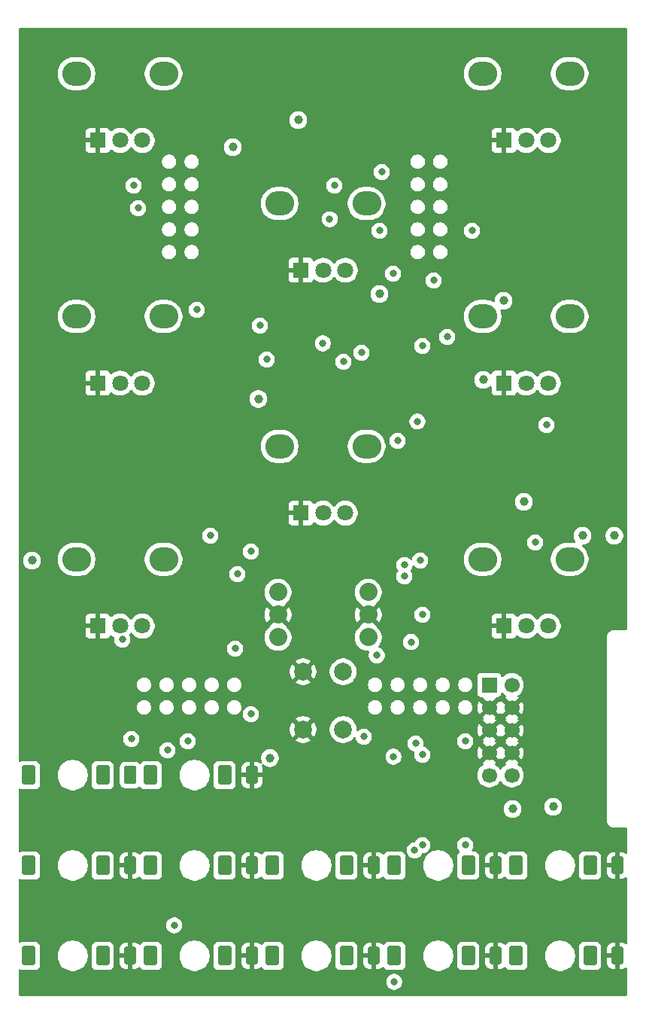
<source format=gbr>
%TF.GenerationSoftware,KiCad,Pcbnew,9.0.0*%
%TF.CreationDate,2025-03-18T19:24:19-04:00*%
%TF.ProjectId,200_Plattform,3230305f-506c-4617-9474-666f726d2e6b,A1*%
%TF.SameCoordinates,Original*%
%TF.FileFunction,Copper,L2,Inr*%
%TF.FilePolarity,Positive*%
%FSLAX45Y45*%
G04 Gerber Fmt 4.5, Leading zero omitted, Abs format (unit mm)*
G04 Created by KiCad (PCBNEW 9.0.0) date 2025-03-18 19:24:19*
%MOMM*%
%LPD*%
G01*
G04 APERTURE LIST*
G04 Aperture macros list*
%AMRoundRect*
0 Rectangle with rounded corners*
0 $1 Rounding radius*
0 $2 $3 $4 $5 $6 $7 $8 $9 X,Y pos of 4 corners*
0 Add a 4 corners polygon primitive as box body*
4,1,4,$2,$3,$4,$5,$6,$7,$8,$9,$2,$3,0*
0 Add four circle primitives for the rounded corners*
1,1,$1+$1,$2,$3*
1,1,$1+$1,$4,$5*
1,1,$1+$1,$6,$7*
1,1,$1+$1,$8,$9*
0 Add four rect primitives between the rounded corners*
20,1,$1+$1,$2,$3,$4,$5,0*
20,1,$1+$1,$4,$5,$6,$7,0*
20,1,$1+$1,$6,$7,$8,$9,0*
20,1,$1+$1,$8,$9,$2,$3,0*%
G04 Aperture macros list end*
%TA.AperFunction,ComponentPad*%
%ADD10O,3.240000X2.720000*%
%TD*%
%TA.AperFunction,ComponentPad*%
%ADD11R,1.800000X1.800000*%
%TD*%
%TA.AperFunction,ComponentPad*%
%ADD12C,1.800000*%
%TD*%
%TA.AperFunction,ComponentPad*%
%ADD13RoundRect,0.269231X0.430769X-0.730769X0.430769X0.730769X-0.430769X0.730769X-0.430769X-0.730769X0*%
%TD*%
%TA.AperFunction,ComponentPad*%
%ADD14RoundRect,0.176056X0.573944X-0.923944X0.573944X0.923944X-0.573944X0.923944X-0.573944X-0.923944X0*%
%TD*%
%TA.AperFunction,ComponentPad*%
%ADD15C,2.000000*%
%TD*%
%TA.AperFunction,ComponentPad*%
%ADD16C,2.032000*%
%TD*%
%TA.AperFunction,ComponentPad*%
%ADD17RoundRect,0.191257X0.508743X-0.808743X0.508743X0.808743X-0.508743X0.808743X-0.508743X-0.808743X0*%
%TD*%
%TA.AperFunction,ComponentPad*%
%ADD18R,1.700000X1.700000*%
%TD*%
%TA.AperFunction,ComponentPad*%
%ADD19C,1.700000*%
%TD*%
%TA.AperFunction,ViaPad*%
%ADD20C,0.800000*%
%TD*%
%TA.AperFunction,ViaPad*%
%ADD21C,1.000000*%
%TD*%
G04 APERTURE END LIST*
D10*
%TO.N,*%
%TO.C,RV5*%
X7358600Y-8190800D03*
X8338600Y-8190800D03*
D11*
%TO.N,GND*%
X7598600Y-8940800D03*
D12*
%TO.N,pot_5*%
X7848600Y-8940800D03*
%TO.N,+3.3V*%
X8098600Y-8940800D03*
%TD*%
D13*
%TO.N,GND*%
%TO.C,J7*%
X8420100Y-13919200D03*
D14*
%TO.N,in_7*%
X7280100Y-13919200D03*
%TO.N,unconnected-(J7-PadTN)*%
X8110100Y-13919200D03*
%TD*%
D13*
%TO.N,GND*%
%TO.C,J3*%
X8420100Y-12903200D03*
D14*
%TO.N,in_3*%
X7280100Y-12903200D03*
%TO.N,unconnected-(J3-PadTN)*%
X8110100Y-12903200D03*
%TD*%
D13*
%TO.N,GND*%
%TO.C,J8*%
X9791700Y-13919200D03*
D14*
%TO.N,in_8*%
X8651700Y-13919200D03*
%TO.N,unconnected-(J8-PadTN)*%
X9481700Y-13919200D03*
%TD*%
D10*
%TO.N,*%
%TO.C,RV8*%
X9644600Y-9460800D03*
X10624600Y-9460800D03*
D11*
%TO.N,GND*%
X9884600Y-10210800D03*
D12*
%TO.N,pot_8*%
X10134600Y-10210800D03*
%TO.N,+3.3V*%
X10384600Y-10210800D03*
%TD*%
D15*
%TO.N,GND*%
%TO.C,SW1*%
X7623600Y-11374000D03*
X7623600Y-10724000D03*
%TO.N,TACTILE_SW*%
X8073600Y-11374000D03*
X8073600Y-10724000D03*
%TD*%
D16*
%TO.N,TOGGLE2_1*%
%TO.C,SW3*%
X8356600Y-9829800D03*
%TO.N,GND*%
X8356600Y-10083800D03*
%TO.N,TOGGLE2_3*%
X8356600Y-10337800D03*
%TD*%
D10*
%TO.N,*%
%TO.C,RV1*%
X5072600Y-3999800D03*
X6052600Y-3999800D03*
D11*
%TO.N,GND*%
X5312600Y-4749800D03*
D12*
%TO.N,pot_1*%
X5562600Y-4749800D03*
%TO.N,+3.3V*%
X5812600Y-4749800D03*
%TD*%
D13*
%TO.N,GND*%
%TO.C,J5*%
X5676900Y-13919200D03*
D14*
%TO.N,in_5*%
X4536900Y-13919200D03*
%TO.N,unconnected-(J5-PadTN)*%
X5366900Y-13919200D03*
%TD*%
D13*
%TO.N,GND*%
%TO.C,J9*%
X7048497Y-11887200D03*
D14*
%TO.N,GATE_IN*%
X5908497Y-11887200D03*
%TO.N,unconnected-(J9-PadTN)*%
X6738497Y-11887200D03*
%TD*%
%TO.N,/Jacks/MIDI_SOURCE*%
%TO.C,J10*%
X5366900Y-11887200D03*
D17*
%TO.N,unconnected-(J10-PadS)*%
X5676900Y-11887200D03*
D14*
%TO.N,/Jacks/MIDI_SINK*%
X4536900Y-11887200D03*
%TD*%
D13*
%TO.N,GND*%
%TO.C,J1*%
X5676900Y-12903200D03*
D14*
%TO.N,in_1*%
X4536900Y-12903200D03*
%TO.N,unconnected-(J1-PadTN)*%
X5366900Y-12903200D03*
%TD*%
D10*
%TO.N,*%
%TO.C,RV6*%
X9644600Y-3999800D03*
X10624600Y-3999800D03*
D11*
%TO.N,GND*%
X9884600Y-4749800D03*
D12*
%TO.N,pot_6*%
X10134600Y-4749800D03*
%TO.N,+3.3V*%
X10384600Y-4749800D03*
%TD*%
D13*
%TO.N,GND*%
%TO.C,J6*%
X7048500Y-13919200D03*
D14*
%TO.N,in_6*%
X5908500Y-13919200D03*
%TO.N,unconnected-(J6-PadTN)*%
X6738500Y-13919200D03*
%TD*%
D10*
%TO.N,*%
%TO.C,RV3*%
X5072600Y-9460800D03*
X6052600Y-9460800D03*
D11*
%TO.N,GND*%
X5312600Y-10210800D03*
D12*
%TO.N,pot_3*%
X5562600Y-10210800D03*
%TO.N,+3.3V*%
X5812600Y-10210800D03*
%TD*%
D13*
%TO.N,GND*%
%TO.C,J12*%
X11163300Y-13919200D03*
D14*
%TO.N,Net-(J12-PadT)*%
X10023300Y-13919200D03*
%TO.N,unconnected-(J12-PadTN)*%
X10853300Y-13919200D03*
%TD*%
D16*
%TO.N,TOGGLE1_1*%
%TO.C,SW2*%
X7340600Y-9829800D03*
%TO.N,GND*%
X7340600Y-10083800D03*
%TO.N,TOGGLE1_3*%
X7340600Y-10337800D03*
%TD*%
D10*
%TO.N,*%
%TO.C,RV4*%
X7358600Y-5460300D03*
X8338600Y-5460300D03*
D11*
%TO.N,GND*%
X7598600Y-6210300D03*
D12*
%TO.N,pot_4*%
X7848600Y-6210300D03*
%TO.N,+3.3V*%
X8098600Y-6210300D03*
%TD*%
D13*
%TO.N,GND*%
%TO.C,J2*%
X7048500Y-12903200D03*
D14*
%TO.N,in_2*%
X5908500Y-12903200D03*
%TO.N,unconnected-(J2-PadTN)*%
X6738500Y-12903200D03*
%TD*%
D13*
%TO.N,GND*%
%TO.C,J11*%
X11163300Y-12903200D03*
D14*
%TO.N,Net-(J11-PadT)*%
X10023300Y-12903200D03*
%TO.N,unconnected-(J11-PadTN)*%
X10853300Y-12903200D03*
%TD*%
D10*
%TO.N,*%
%TO.C,RV2*%
X5072600Y-6730300D03*
X6052600Y-6730300D03*
D11*
%TO.N,GND*%
X5312600Y-7480300D03*
D12*
%TO.N,pot_2*%
X5562600Y-7480300D03*
%TO.N,+3.3V*%
X5812600Y-7480300D03*
%TD*%
D18*
%TO.N,Net-(D5-K)*%
%TO.C,J17*%
X9718800Y-10873200D03*
D19*
X9972800Y-10873200D03*
%TO.N,GND*%
X9718800Y-11127200D03*
X9972800Y-11127200D03*
X9718800Y-11381200D03*
X9972800Y-11381200D03*
X9718800Y-11635200D03*
X9972800Y-11635200D03*
%TO.N,Net-(D4-A)*%
X9718800Y-11889200D03*
X9972800Y-11889200D03*
%TD*%
D10*
%TO.N,*%
%TO.C,RV7*%
X9644600Y-6730300D03*
X10624600Y-6730300D03*
D11*
%TO.N,GND*%
X9884600Y-7480300D03*
D12*
%TO.N,pot_7*%
X10134600Y-7480300D03*
%TO.N,+3.3V*%
X10384600Y-7480300D03*
%TD*%
D13*
%TO.N,GND*%
%TO.C,J4*%
X9791700Y-12903200D03*
D14*
%TO.N,in_4*%
X8651700Y-12903200D03*
%TO.N,unconnected-(J4-PadTN)*%
X9481700Y-12903200D03*
%TD*%
D20*
%TO.N,POT_MUX_ADC_Y*%
X5765800Y-5511800D03*
X7137400Y-6832600D03*
%TO.N,POT_MUX_A*%
X8280400Y-7137400D03*
X7975600Y-5257800D03*
%TO.N,POT_MUX_ADC_X*%
X7213600Y-7213600D03*
X5714997Y-5257797D03*
%TO.N,POT_MUX_B*%
X8077200Y-7239000D03*
X7922460Y-5636460D03*
%TO.N,LED_RIGHT*%
X6858000Y-10464800D03*
X6883400Y-9626600D03*
%TO.N,AUDIO_RIGHT*%
X5689600Y-11480800D03*
X5588000Y-10363200D03*
%TO.N,AUDIO_LEFT*%
X6578600Y-9194800D03*
X6096000Y-11607800D03*
%TO.N,LED_LEFT*%
X7035800Y-11201400D03*
X7035800Y-9372600D03*
%TO.N,CV_OUT_2*%
X8305800Y-11455403D03*
X8838011Y-10389789D03*
%TO.N,TOGGLE2_1*%
X8483600Y-5765800D03*
%TO.N,TOGGLE1_1*%
X8763000Y-9525000D03*
X9093200Y-6324600D03*
%TO.N,TOGGLE2_3*%
X8635999Y-6248401D03*
%TO.N,analog_out_2*%
X10236200Y-9271000D03*
X10363200Y-7950200D03*
D21*
%TO.N,+12V*%
X10769600Y-9194800D03*
X10439400Y-12242800D03*
X11127240Y-9194800D03*
X9982200Y-12268200D03*
D20*
%TO.N,GND*%
X10160000Y-8153400D03*
X9652000Y-8686800D03*
X7298711Y-7047089D03*
D21*
X10566400Y-6019800D03*
X10947400Y-4927600D03*
X9652000Y-5054600D03*
D20*
X10464800Y-8686800D03*
X8153400Y-9550400D03*
X9956800Y-5105400D03*
D21*
X5461000Y-5638800D03*
X6807200Y-5740400D03*
X8229600Y-12065000D03*
D20*
X4826000Y-9982200D03*
X7467600Y-9525000D03*
D21*
X8229499Y-11813500D03*
D20*
X8686800Y-6553200D03*
X9982200Y-8280400D03*
D21*
%TO.N,-12V*%
X9880600Y-6553200D03*
X7569200Y-4521200D03*
X10109200Y-8813800D03*
X7120200Y-7657600D03*
X9652000Y-7442194D03*
X7250200Y-11694600D03*
%TO.N,+3.3V*%
X6832600Y-4826000D03*
X8483600Y-6477000D03*
X4572000Y-9474200D03*
D20*
%TO.N,-5V*%
X9245600Y-6959599D03*
X8909360Y-7911028D03*
%TO.N,TOGGLE1_3*%
X8763000Y-9652000D03*
X9525000Y-5765800D03*
%TO.N,in_1*%
X9448800Y-11506200D03*
X9448800Y-12674600D03*
%TO.N,in_5*%
X6172200Y-13576300D03*
X6324600Y-11506200D03*
%TO.N,in_2*%
X8966198Y-12674600D03*
X8966200Y-11658600D03*
%TO.N,TACTILE_SW*%
X8509000Y-5105400D03*
%TO.N,in_3*%
X8878501Y-12733066D03*
X8890000Y-11531600D03*
%TO.N,in_4*%
X8640614Y-11679386D03*
%TO.N,in_8*%
X8648700Y-14211300D03*
%TO.N,CV_OUT_1*%
X8686800Y-8128000D03*
X8452770Y-10541285D03*
%TO.N,pot_1*%
X6426200Y-6654800D03*
%TO.N,pot_5*%
X7845233Y-7032433D03*
%TO.N,pot_8*%
X8966200Y-7061200D03*
%TO.N,Net-(J11-PadT)*%
X8966200Y-10083800D03*
%TO.N,Net-(J12-PadT)*%
X8940800Y-9474200D03*
%TD*%
%TA.AperFunction,Conductor*%
%TO.N,GND*%
G36*
X9921548Y-11656429D02*
G01*
X9928789Y-11668971D01*
X9939029Y-11679211D01*
X9951571Y-11686452D01*
X9955777Y-11687579D01*
X9896628Y-11746727D01*
X9896628Y-11746727D01*
X9902045Y-11750663D01*
X9902045Y-11750663D01*
X9902950Y-11751123D01*
X9908029Y-11755921D01*
X9909709Y-11762703D01*
X9907455Y-11769316D01*
X9902950Y-11773220D01*
X9902018Y-11773695D01*
X9884821Y-11786189D01*
X9869789Y-11801221D01*
X9857295Y-11818418D01*
X9856848Y-11819295D01*
X9852051Y-11824374D01*
X9845269Y-11826054D01*
X9838655Y-11823800D01*
X9834752Y-11819295D01*
X9834305Y-11818418D01*
X9821811Y-11801221D01*
X9806779Y-11786189D01*
X9789582Y-11773695D01*
X9788650Y-11773220D01*
X9783571Y-11768423D01*
X9781891Y-11761641D01*
X9784145Y-11755027D01*
X9788651Y-11751123D01*
X9789556Y-11750662D01*
X9794972Y-11746727D01*
X9794972Y-11746727D01*
X9735823Y-11687579D01*
X9740029Y-11686452D01*
X9752571Y-11679211D01*
X9762811Y-11668971D01*
X9770052Y-11656429D01*
X9771179Y-11652223D01*
X9830327Y-11711372D01*
X9830327Y-11711372D01*
X9834262Y-11705955D01*
X9834751Y-11704995D01*
X9839549Y-11699916D01*
X9846331Y-11698236D01*
X9852944Y-11700490D01*
X9856849Y-11704995D01*
X9857338Y-11705955D01*
X9861273Y-11711372D01*
X9920421Y-11652223D01*
X9921548Y-11656429D01*
G37*
%TD.AperFunction*%
%TA.AperFunction,Conductor*%
G36*
X9921548Y-11402429D02*
G01*
X9928789Y-11414971D01*
X9939029Y-11425211D01*
X9951571Y-11432452D01*
X9955777Y-11433579D01*
X9896628Y-11492727D01*
X9896628Y-11492727D01*
X9902045Y-11496663D01*
X9903005Y-11497152D01*
X9908084Y-11501949D01*
X9909764Y-11508731D01*
X9907510Y-11515345D01*
X9903005Y-11519248D01*
X9902044Y-11519738D01*
X9896628Y-11523673D01*
X9896628Y-11523673D01*
X9955777Y-11582821D01*
X9951571Y-11583948D01*
X9939029Y-11591189D01*
X9928789Y-11601429D01*
X9921548Y-11613971D01*
X9920421Y-11618177D01*
X9861273Y-11559028D01*
X9861273Y-11559028D01*
X9857338Y-11564444D01*
X9856848Y-11565405D01*
X9852051Y-11570484D01*
X9845268Y-11572164D01*
X9838655Y-11569910D01*
X9834752Y-11565405D01*
X9834263Y-11564445D01*
X9830327Y-11559028D01*
X9830327Y-11559028D01*
X9771179Y-11618176D01*
X9770052Y-11613971D01*
X9762811Y-11601429D01*
X9752571Y-11591189D01*
X9740029Y-11583948D01*
X9735823Y-11582821D01*
X9794972Y-11523673D01*
X9789555Y-11519737D01*
X9788595Y-11519249D01*
X9783516Y-11514451D01*
X9781836Y-11507669D01*
X9783929Y-11501289D01*
X9791803Y-11489558D01*
X9735823Y-11433579D01*
X9740029Y-11432452D01*
X9752571Y-11425211D01*
X9762811Y-11414971D01*
X9770052Y-11402429D01*
X9771179Y-11398223D01*
X9830327Y-11457372D01*
X9830327Y-11457372D01*
X9834262Y-11451955D01*
X9834751Y-11450995D01*
X9839549Y-11445916D01*
X9846331Y-11444236D01*
X9852944Y-11446490D01*
X9856849Y-11450995D01*
X9857338Y-11451955D01*
X9861273Y-11457372D01*
X9920421Y-11398223D01*
X9921548Y-11402429D01*
G37*
%TD.AperFunction*%
%TA.AperFunction,Conductor*%
G36*
X9921548Y-11148429D02*
G01*
X9928789Y-11160971D01*
X9939029Y-11171211D01*
X9951571Y-11178452D01*
X9955777Y-11179579D01*
X9896628Y-11238727D01*
X9896628Y-11238727D01*
X9902045Y-11242663D01*
X9903005Y-11243152D01*
X9908084Y-11247949D01*
X9909764Y-11254731D01*
X9907510Y-11261345D01*
X9903005Y-11265248D01*
X9902044Y-11265738D01*
X9896628Y-11269673D01*
X9896628Y-11269673D01*
X9955777Y-11328821D01*
X9951571Y-11329948D01*
X9939029Y-11337189D01*
X9928789Y-11347429D01*
X9921548Y-11359971D01*
X9920421Y-11364177D01*
X9861273Y-11305028D01*
X9861273Y-11305028D01*
X9857338Y-11310444D01*
X9856848Y-11311405D01*
X9852051Y-11316484D01*
X9845268Y-11318164D01*
X9838655Y-11315910D01*
X9834752Y-11311405D01*
X9834263Y-11310445D01*
X9830327Y-11305028D01*
X9830327Y-11305028D01*
X9771179Y-11364176D01*
X9770052Y-11359971D01*
X9762811Y-11347429D01*
X9752571Y-11337189D01*
X9740029Y-11329948D01*
X9735823Y-11328821D01*
X9794972Y-11269673D01*
X9789555Y-11265737D01*
X9788595Y-11265249D01*
X9783516Y-11260451D01*
X9781836Y-11253669D01*
X9783929Y-11247289D01*
X9791803Y-11235558D01*
X9735823Y-11179579D01*
X9740029Y-11178452D01*
X9752571Y-11171211D01*
X9762811Y-11160971D01*
X9770052Y-11148429D01*
X9771179Y-11144223D01*
X9830327Y-11203372D01*
X9830327Y-11203372D01*
X9834262Y-11197955D01*
X9834751Y-11196995D01*
X9839549Y-11191916D01*
X9846331Y-11190236D01*
X9852944Y-11192490D01*
X9856849Y-11196995D01*
X9857338Y-11197955D01*
X9861273Y-11203372D01*
X9920421Y-11144223D01*
X9921548Y-11148429D01*
G37*
%TD.AperFunction*%
%TA.AperFunction,Conductor*%
G36*
X9870642Y-10962742D02*
G01*
X9873467Y-10964857D01*
X9884821Y-10976211D01*
X9902018Y-10988705D01*
X9902018Y-10988705D01*
X9902018Y-10988705D01*
X9902949Y-10989179D01*
X9908029Y-10993977D01*
X9909709Y-11000759D01*
X9907455Y-11007372D01*
X9902951Y-11011276D01*
X9902045Y-11011738D01*
X9902044Y-11011738D01*
X9896628Y-11015673D01*
X9896628Y-11015673D01*
X9955777Y-11074821D01*
X9951571Y-11075948D01*
X9939029Y-11083189D01*
X9928789Y-11093429D01*
X9921548Y-11105971D01*
X9920421Y-11110177D01*
X9861273Y-11051028D01*
X9861273Y-11051028D01*
X9857338Y-11056444D01*
X9856848Y-11057405D01*
X9852051Y-11062485D01*
X9845268Y-11064164D01*
X9838655Y-11061910D01*
X9834752Y-11057405D01*
X9834263Y-11056445D01*
X9830327Y-11051028D01*
X9830327Y-11051028D01*
X9771179Y-11110177D01*
X9770052Y-11105971D01*
X9762811Y-11093429D01*
X9752571Y-11083189D01*
X9740029Y-11075948D01*
X9735823Y-11074821D01*
X9798763Y-11011882D01*
X9804895Y-11008533D01*
X9807531Y-11008250D01*
X9808587Y-11008250D01*
X9814548Y-11007609D01*
X9828033Y-11002580D01*
X9839555Y-10993955D01*
X9848180Y-10982433D01*
X9853081Y-10969292D01*
X9857268Y-10963698D01*
X9863815Y-10961257D01*
X9870642Y-10962742D01*
G37*
%TD.AperFunction*%
%TA.AperFunction,Conductor*%
G36*
X11253164Y-3484603D02*
G01*
X11255097Y-3484909D01*
X11256672Y-3485158D01*
X11260362Y-3486357D01*
X11262647Y-3487521D01*
X11262837Y-3487660D01*
X11262960Y-3487687D01*
X11265785Y-3489802D01*
X11267598Y-3491615D01*
X11269879Y-3494753D01*
X11271043Y-3497038D01*
X11272242Y-3500728D01*
X11272797Y-3504236D01*
X11272950Y-3506176D01*
X11272950Y-10235224D01*
X11272797Y-10237164D01*
X11272242Y-10240672D01*
X11271043Y-10244362D01*
X11269879Y-10246647D01*
X11267598Y-10249785D01*
X11265785Y-10251598D01*
X11262647Y-10253879D01*
X11260362Y-10255043D01*
X11256672Y-10256242D01*
X11255485Y-10256430D01*
X11253164Y-10256797D01*
X11251224Y-10256950D01*
X11117237Y-10256950D01*
X11101618Y-10260057D01*
X11101617Y-10260057D01*
X11086903Y-10266152D01*
X11073661Y-10275000D01*
X11073661Y-10275000D01*
X11062400Y-10286261D01*
X11062400Y-10286261D01*
X11053552Y-10299503D01*
X11047457Y-10314217D01*
X11047457Y-10314218D01*
X11044350Y-10329837D01*
X11044350Y-12403163D01*
X11047457Y-12418782D01*
X11047457Y-12418783D01*
X11053552Y-12433497D01*
X11062400Y-12446739D01*
X11062400Y-12446739D01*
X11073661Y-12458000D01*
X11073661Y-12458000D01*
X11086903Y-12466848D01*
X11086903Y-12466848D01*
X11086903Y-12466848D01*
X11101617Y-12472943D01*
X11117237Y-12476050D01*
X11117237Y-12476050D01*
X11117237Y-12476050D01*
X11121244Y-12476050D01*
X11247440Y-12476050D01*
X11251224Y-12476050D01*
X11253164Y-12476203D01*
X11255097Y-12476509D01*
X11256672Y-12476758D01*
X11260362Y-12477957D01*
X11262647Y-12479121D01*
X11265785Y-12481402D01*
X11267598Y-12483215D01*
X11269879Y-12486353D01*
X11271043Y-12488638D01*
X11272242Y-12492328D01*
X11272797Y-12495836D01*
X11272950Y-12497776D01*
X11272950Y-12758670D01*
X11270981Y-12765374D01*
X11265701Y-12769949D01*
X11258785Y-12770944D01*
X11253953Y-12769169D01*
X11239964Y-12760379D01*
X11239964Y-12760379D01*
X11223602Y-12754654D01*
X11223601Y-12754654D01*
X11210697Y-12753200D01*
X11188300Y-12753200D01*
X11188300Y-12851501D01*
X11187306Y-12849779D01*
X11181721Y-12844194D01*
X11174880Y-12840244D01*
X11167250Y-12838200D01*
X11159350Y-12838200D01*
X11151720Y-12840244D01*
X11144880Y-12844194D01*
X11139294Y-12849779D01*
X11138300Y-12851501D01*
X11138300Y-12753200D01*
X11115903Y-12753200D01*
X11115903Y-12753200D01*
X11102998Y-12754654D01*
X11102997Y-12754654D01*
X11086636Y-12760379D01*
X11086636Y-12760379D01*
X11071959Y-12769602D01*
X11059702Y-12781859D01*
X11050479Y-12796536D01*
X11050479Y-12796536D01*
X11044754Y-12812897D01*
X11044754Y-12812899D01*
X11043300Y-12825803D01*
X11043300Y-12878200D01*
X11133300Y-12878200D01*
X11133300Y-12928200D01*
X11043300Y-12928200D01*
X11043300Y-12980597D01*
X11044754Y-12993502D01*
X11044754Y-12993503D01*
X11050479Y-13009864D01*
X11050479Y-13009864D01*
X11059702Y-13024541D01*
X11071959Y-13036798D01*
X11086636Y-13046020D01*
X11086636Y-13046021D01*
X11102998Y-13051746D01*
X11102999Y-13051746D01*
X11115903Y-13053200D01*
X11138300Y-13053200D01*
X11138300Y-13053200D01*
X11138300Y-12954899D01*
X11139294Y-12956620D01*
X11144880Y-12962206D01*
X11151720Y-12966156D01*
X11159350Y-12968200D01*
X11167250Y-12968200D01*
X11174880Y-12966156D01*
X11181721Y-12962206D01*
X11187306Y-12956620D01*
X11188300Y-12954899D01*
X11188300Y-13053200D01*
X11210696Y-13053200D01*
X11210697Y-13053200D01*
X11223602Y-13051746D01*
X11223603Y-13051746D01*
X11239964Y-13046021D01*
X11239964Y-13046020D01*
X11253953Y-13037231D01*
X11260676Y-13035331D01*
X11267360Y-13037367D01*
X11271881Y-13042694D01*
X11272950Y-13047730D01*
X11272950Y-13774670D01*
X11270981Y-13781374D01*
X11265701Y-13785949D01*
X11258785Y-13786944D01*
X11253953Y-13785169D01*
X11239964Y-13776379D01*
X11239964Y-13776379D01*
X11223602Y-13770654D01*
X11223601Y-13770654D01*
X11210697Y-13769200D01*
X11188300Y-13769200D01*
X11188300Y-13867501D01*
X11187306Y-13865779D01*
X11181721Y-13860194D01*
X11174880Y-13856244D01*
X11167250Y-13854200D01*
X11159350Y-13854200D01*
X11151720Y-13856244D01*
X11144880Y-13860194D01*
X11139294Y-13865779D01*
X11138300Y-13867501D01*
X11138300Y-13769200D01*
X11115903Y-13769200D01*
X11115903Y-13769200D01*
X11102998Y-13770654D01*
X11102997Y-13770654D01*
X11086636Y-13776379D01*
X11086636Y-13776379D01*
X11071959Y-13785602D01*
X11059702Y-13797859D01*
X11050479Y-13812536D01*
X11050479Y-13812536D01*
X11044754Y-13828897D01*
X11044754Y-13828899D01*
X11043300Y-13841803D01*
X11043300Y-13894200D01*
X11133300Y-13894200D01*
X11133300Y-13944200D01*
X11043300Y-13944200D01*
X11043300Y-13996597D01*
X11044754Y-14009502D01*
X11044754Y-14009503D01*
X11050479Y-14025864D01*
X11050479Y-14025864D01*
X11059702Y-14040541D01*
X11071959Y-14052798D01*
X11086636Y-14062020D01*
X11086636Y-14062021D01*
X11102998Y-14067746D01*
X11102999Y-14067746D01*
X11115903Y-14069200D01*
X11138300Y-14069200D01*
X11138300Y-14069200D01*
X11138300Y-13970899D01*
X11139294Y-13972620D01*
X11144880Y-13978206D01*
X11151720Y-13982156D01*
X11159350Y-13984200D01*
X11167250Y-13984200D01*
X11174880Y-13982156D01*
X11181721Y-13978206D01*
X11187306Y-13972620D01*
X11188300Y-13970899D01*
X11188300Y-14069200D01*
X11210696Y-14069200D01*
X11210697Y-14069200D01*
X11223602Y-14067746D01*
X11223603Y-14067746D01*
X11239964Y-14062021D01*
X11239964Y-14062020D01*
X11253953Y-14053231D01*
X11260676Y-14051331D01*
X11267360Y-14053367D01*
X11271881Y-14058694D01*
X11272950Y-14063730D01*
X11272950Y-14350024D01*
X11272797Y-14351964D01*
X11272797Y-14351964D01*
X11272242Y-14355472D01*
X11271043Y-14359162D01*
X11269879Y-14361447D01*
X11267598Y-14364585D01*
X11265785Y-14366398D01*
X11262647Y-14368679D01*
X11260362Y-14369843D01*
X11256672Y-14371042D01*
X11255485Y-14371230D01*
X11253164Y-14371597D01*
X11251224Y-14371750D01*
X4445976Y-14371750D01*
X4444036Y-14371597D01*
X4442034Y-14371280D01*
X4440528Y-14371042D01*
X4436838Y-14369843D01*
X4434553Y-14368679D01*
X4431415Y-14366398D01*
X4429602Y-14364585D01*
X4427321Y-14361447D01*
X4426157Y-14359162D01*
X4424958Y-14355473D01*
X4424403Y-14351963D01*
X4424250Y-14350024D01*
X4424250Y-14202430D01*
X8558650Y-14202430D01*
X8558650Y-14220169D01*
X8562110Y-14237566D01*
X8562111Y-14237567D01*
X8568898Y-14253954D01*
X8568899Y-14253955D01*
X8578754Y-14268703D01*
X8578754Y-14268704D01*
X8591296Y-14281246D01*
X8591297Y-14281246D01*
X8606045Y-14291101D01*
X8606046Y-14291102D01*
X8618336Y-14296192D01*
X8622433Y-14297889D01*
X8622434Y-14297889D01*
X8622434Y-14297890D01*
X8639830Y-14301350D01*
X8639831Y-14301350D01*
X8639831Y-14301350D01*
X8657569Y-14301350D01*
X8657569Y-14301350D01*
X8663368Y-14300196D01*
X8674966Y-14297890D01*
X8674966Y-14297889D01*
X8674967Y-14297889D01*
X8691355Y-14291101D01*
X8706104Y-14281246D01*
X8718646Y-14268703D01*
X8728501Y-14253955D01*
X8735289Y-14237567D01*
X8738750Y-14220169D01*
X8738750Y-14202431D01*
X8738750Y-14202431D01*
X8738750Y-14202430D01*
X8735290Y-14185034D01*
X8735289Y-14185033D01*
X8728502Y-14168646D01*
X8728501Y-14168645D01*
X8718646Y-14153896D01*
X8718646Y-14153896D01*
X8706104Y-14141354D01*
X8706103Y-14141353D01*
X8691355Y-14131499D01*
X8691354Y-14131498D01*
X8674967Y-14124711D01*
X8674966Y-14124710D01*
X8657569Y-14121250D01*
X8657569Y-14121250D01*
X8639831Y-14121250D01*
X8639831Y-14121250D01*
X8622434Y-14124710D01*
X8622433Y-14124711D01*
X8606046Y-14131498D01*
X8606045Y-14131499D01*
X8591297Y-14141353D01*
X8591296Y-14141354D01*
X8578754Y-14153896D01*
X8578754Y-14153896D01*
X8568899Y-14168645D01*
X8568898Y-14168646D01*
X8562111Y-14185033D01*
X8562110Y-14185034D01*
X8558650Y-14202430D01*
X4424250Y-14202430D01*
X4424250Y-14079234D01*
X4426219Y-14072530D01*
X4431499Y-14067955D01*
X4438415Y-14066960D01*
X4443065Y-14068622D01*
X4451535Y-14073743D01*
X4467221Y-14078631D01*
X4474037Y-14079250D01*
X4599763Y-14079250D01*
X4599763Y-14079250D01*
X4604534Y-14078816D01*
X4606579Y-14078631D01*
X4622265Y-14073743D01*
X4636325Y-14065243D01*
X4647943Y-14053625D01*
X4656443Y-14039565D01*
X4661331Y-14023879D01*
X4661950Y-14017063D01*
X4661950Y-13908055D01*
X4858850Y-13908055D01*
X4858850Y-13930345D01*
X4858850Y-13930347D01*
X4861759Y-13952445D01*
X4861760Y-13952446D01*
X4861760Y-13952446D01*
X4867529Y-13973978D01*
X4867529Y-13973979D01*
X4869280Y-13978206D01*
X4876060Y-13994573D01*
X4887205Y-14013877D01*
X4887206Y-14013878D01*
X4887206Y-14013878D01*
X4900775Y-14031562D01*
X4900776Y-14031563D01*
X4916537Y-14047324D01*
X4916538Y-14047325D01*
X4923671Y-14052798D01*
X4934223Y-14060895D01*
X4953527Y-14072040D01*
X4974122Y-14080571D01*
X4995654Y-14086340D01*
X5017754Y-14089250D01*
X5017755Y-14089250D01*
X5040045Y-14089250D01*
X5040046Y-14089250D01*
X5062146Y-14086340D01*
X5083678Y-14080571D01*
X5104273Y-14072040D01*
X5123577Y-14060895D01*
X5141262Y-14047325D01*
X5157025Y-14031562D01*
X5170595Y-14013877D01*
X5181741Y-13994573D01*
X5190271Y-13973978D01*
X5196040Y-13952446D01*
X5198950Y-13930346D01*
X5198950Y-13908054D01*
X5196040Y-13885954D01*
X5190271Y-13864422D01*
X5181741Y-13843827D01*
X5170595Y-13824523D01*
X5168151Y-13821337D01*
X5241850Y-13821337D01*
X5241850Y-14017063D01*
X5242469Y-14023879D01*
X5242469Y-14023879D01*
X5247357Y-14039565D01*
X5255857Y-14053625D01*
X5255857Y-14053626D01*
X5267474Y-14065242D01*
X5267475Y-14065243D01*
X5267475Y-14065243D01*
X5281535Y-14073743D01*
X5297221Y-14078631D01*
X5304037Y-14079250D01*
X5429763Y-14079250D01*
X5429763Y-14079250D01*
X5434534Y-14078816D01*
X5436579Y-14078631D01*
X5452265Y-14073743D01*
X5466325Y-14065243D01*
X5477943Y-14053625D01*
X5486443Y-14039565D01*
X5491331Y-14023879D01*
X5491950Y-14017063D01*
X5491950Y-13908055D01*
X5491950Y-13841803D01*
X5556900Y-13841803D01*
X5556900Y-13894200D01*
X5646900Y-13894200D01*
X5646900Y-13944200D01*
X5556900Y-13944200D01*
X5556900Y-13996597D01*
X5558354Y-14009502D01*
X5558354Y-14009503D01*
X5564079Y-14025864D01*
X5564079Y-14025864D01*
X5573302Y-14040541D01*
X5585559Y-14052798D01*
X5600236Y-14062020D01*
X5600236Y-14062021D01*
X5616597Y-14067746D01*
X5616599Y-14067746D01*
X5629503Y-14069200D01*
X5651900Y-14069200D01*
X5651900Y-14069200D01*
X5651900Y-13970899D01*
X5652894Y-13972620D01*
X5658479Y-13978206D01*
X5665320Y-13982156D01*
X5672950Y-13984200D01*
X5680850Y-13984200D01*
X5688480Y-13982156D01*
X5695320Y-13978206D01*
X5700906Y-13972620D01*
X5701900Y-13970899D01*
X5701900Y-14069200D01*
X5724296Y-14069200D01*
X5724297Y-14069200D01*
X5737202Y-14067746D01*
X5737203Y-14067746D01*
X5753564Y-14062021D01*
X5753564Y-14062020D01*
X5768241Y-14052798D01*
X5774946Y-14046093D01*
X5781078Y-14042744D01*
X5788048Y-14043243D01*
X5793641Y-14047430D01*
X5794326Y-14048446D01*
X5796070Y-14051331D01*
X5797457Y-14053626D01*
X5809074Y-14065242D01*
X5809075Y-14065243D01*
X5809075Y-14065243D01*
X5823135Y-14073743D01*
X5838821Y-14078631D01*
X5845637Y-14079250D01*
X5971363Y-14079250D01*
X5971363Y-14079250D01*
X5976134Y-14078816D01*
X5978179Y-14078631D01*
X5993865Y-14073743D01*
X6007925Y-14065243D01*
X6019543Y-14053625D01*
X6028043Y-14039565D01*
X6032931Y-14023879D01*
X6033550Y-14017063D01*
X6033550Y-13908055D01*
X6230450Y-13908055D01*
X6230450Y-13930345D01*
X6230450Y-13930347D01*
X6233359Y-13952445D01*
X6233359Y-13952446D01*
X6233360Y-13952446D01*
X6239129Y-13973978D01*
X6239129Y-13973979D01*
X6240880Y-13978206D01*
X6247659Y-13994573D01*
X6258805Y-14013877D01*
X6258806Y-14013878D01*
X6258806Y-14013878D01*
X6272375Y-14031562D01*
X6272376Y-14031563D01*
X6288137Y-14047324D01*
X6288138Y-14047325D01*
X6295271Y-14052798D01*
X6305823Y-14060895D01*
X6325127Y-14072040D01*
X6345722Y-14080571D01*
X6367254Y-14086340D01*
X6389354Y-14089250D01*
X6389355Y-14089250D01*
X6411645Y-14089250D01*
X6411646Y-14089250D01*
X6433746Y-14086340D01*
X6455278Y-14080571D01*
X6475873Y-14072040D01*
X6495177Y-14060895D01*
X6512862Y-14047325D01*
X6528625Y-14031562D01*
X6542195Y-14013877D01*
X6553340Y-13994573D01*
X6561871Y-13973978D01*
X6567640Y-13952446D01*
X6570550Y-13930346D01*
X6570550Y-13908054D01*
X6567640Y-13885954D01*
X6561871Y-13864422D01*
X6553340Y-13843827D01*
X6542195Y-13824523D01*
X6539751Y-13821337D01*
X6613450Y-13821337D01*
X6613450Y-14017063D01*
X6614069Y-14023879D01*
X6614069Y-14023879D01*
X6618957Y-14039565D01*
X6627457Y-14053625D01*
X6627457Y-14053626D01*
X6639074Y-14065242D01*
X6639075Y-14065243D01*
X6639075Y-14065243D01*
X6653135Y-14073743D01*
X6668821Y-14078631D01*
X6675637Y-14079250D01*
X6801363Y-14079250D01*
X6801363Y-14079250D01*
X6806134Y-14078816D01*
X6808179Y-14078631D01*
X6823865Y-14073743D01*
X6837925Y-14065243D01*
X6849543Y-14053625D01*
X6858043Y-14039565D01*
X6862931Y-14023879D01*
X6863550Y-14017063D01*
X6863550Y-13908055D01*
X6863550Y-13841803D01*
X6928500Y-13841803D01*
X6928500Y-13894200D01*
X7018500Y-13894200D01*
X7018500Y-13944200D01*
X6928500Y-13944200D01*
X6928500Y-13996597D01*
X6929954Y-14009502D01*
X6929954Y-14009503D01*
X6935679Y-14025864D01*
X6935679Y-14025864D01*
X6944902Y-14040541D01*
X6957159Y-14052798D01*
X6971836Y-14062020D01*
X6971836Y-14062021D01*
X6988197Y-14067746D01*
X6988199Y-14067746D01*
X7001103Y-14069200D01*
X7023500Y-14069200D01*
X7023500Y-14069200D01*
X7023500Y-13970899D01*
X7024494Y-13972620D01*
X7030079Y-13978206D01*
X7036920Y-13982156D01*
X7044550Y-13984200D01*
X7052450Y-13984200D01*
X7060080Y-13982156D01*
X7066920Y-13978206D01*
X7072506Y-13972620D01*
X7073500Y-13970899D01*
X7073500Y-14069200D01*
X7095896Y-14069200D01*
X7095897Y-14069200D01*
X7108802Y-14067746D01*
X7108803Y-14067746D01*
X7125164Y-14062021D01*
X7125164Y-14062020D01*
X7139841Y-14052798D01*
X7146546Y-14046093D01*
X7152678Y-14042744D01*
X7159648Y-14043243D01*
X7165241Y-14047430D01*
X7165926Y-14048446D01*
X7167670Y-14051331D01*
X7169057Y-14053626D01*
X7180674Y-14065242D01*
X7180675Y-14065243D01*
X7180675Y-14065243D01*
X7194735Y-14073743D01*
X7210421Y-14078631D01*
X7217237Y-14079250D01*
X7342963Y-14079250D01*
X7342963Y-14079250D01*
X7347734Y-14078816D01*
X7349779Y-14078631D01*
X7365465Y-14073743D01*
X7379525Y-14065243D01*
X7391143Y-14053625D01*
X7399643Y-14039565D01*
X7404531Y-14023879D01*
X7405150Y-14017063D01*
X7405150Y-13908055D01*
X7602050Y-13908055D01*
X7602050Y-13930345D01*
X7602050Y-13930347D01*
X7604959Y-13952445D01*
X7604959Y-13952446D01*
X7604960Y-13952446D01*
X7610729Y-13973978D01*
X7610729Y-13973979D01*
X7612480Y-13978206D01*
X7619259Y-13994573D01*
X7630405Y-14013877D01*
X7630406Y-14013878D01*
X7630406Y-14013878D01*
X7643975Y-14031562D01*
X7643976Y-14031563D01*
X7659737Y-14047324D01*
X7659738Y-14047325D01*
X7666871Y-14052798D01*
X7677423Y-14060895D01*
X7696727Y-14072040D01*
X7717322Y-14080571D01*
X7738854Y-14086340D01*
X7760954Y-14089250D01*
X7760955Y-14089250D01*
X7783245Y-14089250D01*
X7783246Y-14089250D01*
X7805346Y-14086340D01*
X7826878Y-14080571D01*
X7847473Y-14072040D01*
X7866777Y-14060895D01*
X7884462Y-14047325D01*
X7900225Y-14031562D01*
X7913795Y-14013877D01*
X7924940Y-13994573D01*
X7933471Y-13973978D01*
X7939240Y-13952446D01*
X7942150Y-13930346D01*
X7942150Y-13908054D01*
X7939240Y-13885954D01*
X7933471Y-13864422D01*
X7924940Y-13843827D01*
X7913795Y-13824523D01*
X7911351Y-13821337D01*
X7985050Y-13821337D01*
X7985050Y-14017063D01*
X7985669Y-14023879D01*
X7985669Y-14023879D01*
X7990557Y-14039565D01*
X7999057Y-14053625D01*
X7999057Y-14053626D01*
X8010674Y-14065242D01*
X8010675Y-14065243D01*
X8010675Y-14065243D01*
X8024735Y-14073743D01*
X8040421Y-14078631D01*
X8047237Y-14079250D01*
X8172963Y-14079250D01*
X8172963Y-14079250D01*
X8177734Y-14078816D01*
X8179779Y-14078631D01*
X8195465Y-14073743D01*
X8209525Y-14065243D01*
X8221143Y-14053625D01*
X8229643Y-14039565D01*
X8234531Y-14023879D01*
X8235150Y-14017063D01*
X8235150Y-13908055D01*
X8235150Y-13841803D01*
X8300100Y-13841803D01*
X8300100Y-13894200D01*
X8390100Y-13894200D01*
X8390100Y-13944200D01*
X8300100Y-13944200D01*
X8300100Y-13996597D01*
X8301554Y-14009502D01*
X8301554Y-14009503D01*
X8307279Y-14025864D01*
X8307279Y-14025864D01*
X8316502Y-14040541D01*
X8328759Y-14052798D01*
X8343436Y-14062020D01*
X8343436Y-14062021D01*
X8359797Y-14067746D01*
X8359799Y-14067746D01*
X8372703Y-14069200D01*
X8395100Y-14069200D01*
X8395100Y-14069200D01*
X8395100Y-13970899D01*
X8396094Y-13972620D01*
X8401680Y-13978206D01*
X8408520Y-13982156D01*
X8416150Y-13984200D01*
X8424050Y-13984200D01*
X8431680Y-13982156D01*
X8438521Y-13978206D01*
X8444106Y-13972620D01*
X8445100Y-13970899D01*
X8445100Y-14069200D01*
X8467497Y-14069200D01*
X8467497Y-14069200D01*
X8480402Y-14067746D01*
X8480403Y-14067746D01*
X8496764Y-14062021D01*
X8496764Y-14062020D01*
X8511441Y-14052798D01*
X8518146Y-14046093D01*
X8524279Y-14042744D01*
X8531248Y-14043243D01*
X8536841Y-14047430D01*
X8537526Y-14048446D01*
X8539270Y-14051331D01*
X8540657Y-14053626D01*
X8552274Y-14065242D01*
X8552275Y-14065243D01*
X8552275Y-14065243D01*
X8566335Y-14073743D01*
X8582021Y-14078631D01*
X8588837Y-14079250D01*
X8714563Y-14079250D01*
X8714563Y-14079250D01*
X8719334Y-14078816D01*
X8721379Y-14078631D01*
X8737065Y-14073743D01*
X8751125Y-14065243D01*
X8762743Y-14053625D01*
X8771243Y-14039565D01*
X8776131Y-14023879D01*
X8776750Y-14017063D01*
X8776750Y-13908055D01*
X8973650Y-13908055D01*
X8973650Y-13930345D01*
X8973650Y-13930347D01*
X8976559Y-13952445D01*
X8976560Y-13952446D01*
X8976560Y-13952446D01*
X8982329Y-13973978D01*
X8982329Y-13973979D01*
X8984080Y-13978206D01*
X8990860Y-13994573D01*
X9002005Y-14013877D01*
X9002006Y-14013878D01*
X9002006Y-14013878D01*
X9015575Y-14031562D01*
X9015576Y-14031563D01*
X9031337Y-14047324D01*
X9031338Y-14047325D01*
X9038471Y-14052798D01*
X9049023Y-14060895D01*
X9068327Y-14072040D01*
X9088922Y-14080571D01*
X9110454Y-14086340D01*
X9132554Y-14089250D01*
X9132555Y-14089250D01*
X9154845Y-14089250D01*
X9154846Y-14089250D01*
X9176946Y-14086340D01*
X9198478Y-14080571D01*
X9219073Y-14072040D01*
X9238377Y-14060895D01*
X9256062Y-14047325D01*
X9271825Y-14031562D01*
X9285395Y-14013877D01*
X9296541Y-13994573D01*
X9305071Y-13973978D01*
X9310840Y-13952446D01*
X9313750Y-13930346D01*
X9313750Y-13908054D01*
X9310840Y-13885954D01*
X9305071Y-13864422D01*
X9296541Y-13843827D01*
X9285395Y-13824523D01*
X9282951Y-13821337D01*
X9356650Y-13821337D01*
X9356650Y-14017063D01*
X9357269Y-14023879D01*
X9357269Y-14023879D01*
X9362157Y-14039565D01*
X9370657Y-14053625D01*
X9370657Y-14053626D01*
X9382274Y-14065242D01*
X9382275Y-14065243D01*
X9382275Y-14065243D01*
X9396335Y-14073743D01*
X9412021Y-14078631D01*
X9418837Y-14079250D01*
X9544563Y-14079250D01*
X9544563Y-14079250D01*
X9549334Y-14078816D01*
X9551379Y-14078631D01*
X9567065Y-14073743D01*
X9581125Y-14065243D01*
X9592743Y-14053625D01*
X9601243Y-14039565D01*
X9606131Y-14023879D01*
X9606750Y-14017063D01*
X9606750Y-13908055D01*
X9606750Y-13841803D01*
X9671700Y-13841803D01*
X9671700Y-13894200D01*
X9761700Y-13894200D01*
X9761700Y-13944200D01*
X9671700Y-13944200D01*
X9671700Y-13996597D01*
X9673154Y-14009502D01*
X9673154Y-14009503D01*
X9678879Y-14025864D01*
X9678879Y-14025864D01*
X9688102Y-14040541D01*
X9700359Y-14052798D01*
X9715036Y-14062020D01*
X9715036Y-14062021D01*
X9731398Y-14067746D01*
X9731399Y-14067746D01*
X9744303Y-14069200D01*
X9766700Y-14069200D01*
X9766700Y-14069200D01*
X9766700Y-13970899D01*
X9767694Y-13972620D01*
X9773280Y-13978206D01*
X9780120Y-13982156D01*
X9787750Y-13984200D01*
X9795650Y-13984200D01*
X9803280Y-13982156D01*
X9810121Y-13978206D01*
X9815706Y-13972620D01*
X9816700Y-13970899D01*
X9816700Y-14069200D01*
X9839097Y-14069200D01*
X9839097Y-14069200D01*
X9852002Y-14067746D01*
X9852003Y-14067746D01*
X9868364Y-14062021D01*
X9868364Y-14062020D01*
X9883041Y-14052798D01*
X9889746Y-14046093D01*
X9895879Y-14042744D01*
X9902848Y-14043243D01*
X9908441Y-14047430D01*
X9909126Y-14048446D01*
X9910870Y-14051331D01*
X9912257Y-14053626D01*
X9923874Y-14065242D01*
X9923875Y-14065243D01*
X9923875Y-14065243D01*
X9937935Y-14073743D01*
X9953621Y-14078631D01*
X9960437Y-14079250D01*
X10086163Y-14079250D01*
X10086163Y-14079250D01*
X10090934Y-14078816D01*
X10092979Y-14078631D01*
X10108665Y-14073743D01*
X10122725Y-14065243D01*
X10134343Y-14053625D01*
X10142843Y-14039565D01*
X10147731Y-14023879D01*
X10148350Y-14017063D01*
X10148350Y-13908055D01*
X10345250Y-13908055D01*
X10345250Y-13930345D01*
X10345250Y-13930347D01*
X10348159Y-13952445D01*
X10348160Y-13952446D01*
X10348160Y-13952446D01*
X10353929Y-13973978D01*
X10353929Y-13973979D01*
X10355680Y-13978206D01*
X10362460Y-13994573D01*
X10373605Y-14013877D01*
X10373606Y-14013878D01*
X10373606Y-14013878D01*
X10387175Y-14031562D01*
X10387176Y-14031563D01*
X10402937Y-14047324D01*
X10402938Y-14047325D01*
X10410071Y-14052798D01*
X10420623Y-14060895D01*
X10439927Y-14072040D01*
X10460522Y-14080571D01*
X10482054Y-14086340D01*
X10504154Y-14089250D01*
X10504155Y-14089250D01*
X10526445Y-14089250D01*
X10526446Y-14089250D01*
X10548546Y-14086340D01*
X10570078Y-14080571D01*
X10590673Y-14072040D01*
X10609977Y-14060895D01*
X10627662Y-14047325D01*
X10643425Y-14031562D01*
X10656995Y-14013877D01*
X10668141Y-13994573D01*
X10676671Y-13973978D01*
X10682440Y-13952446D01*
X10685350Y-13930346D01*
X10685350Y-13908054D01*
X10682440Y-13885954D01*
X10676671Y-13864422D01*
X10668141Y-13843827D01*
X10656995Y-13824523D01*
X10654551Y-13821337D01*
X10728250Y-13821337D01*
X10728250Y-14017063D01*
X10728869Y-14023879D01*
X10728869Y-14023879D01*
X10733757Y-14039565D01*
X10742257Y-14053625D01*
X10742257Y-14053626D01*
X10753874Y-14065242D01*
X10753875Y-14065243D01*
X10753875Y-14065243D01*
X10767935Y-14073743D01*
X10783621Y-14078631D01*
X10790437Y-14079250D01*
X10916163Y-14079250D01*
X10916163Y-14079250D01*
X10920934Y-14078816D01*
X10922979Y-14078631D01*
X10938665Y-14073743D01*
X10952725Y-14065243D01*
X10964343Y-14053625D01*
X10972843Y-14039565D01*
X10977731Y-14023879D01*
X10978350Y-14017063D01*
X10978350Y-13908055D01*
X10978350Y-13841456D01*
X10978350Y-13821336D01*
X10977731Y-13814521D01*
X10977731Y-13814520D01*
X10972843Y-13798835D01*
X10967474Y-13789954D01*
X10964343Y-13784775D01*
X10964343Y-13784775D01*
X10964343Y-13784774D01*
X10952726Y-13773157D01*
X10952725Y-13773157D01*
X10950085Y-13771561D01*
X10938665Y-13764657D01*
X10922979Y-13759769D01*
X10922979Y-13759769D01*
X10922979Y-13759769D01*
X10918206Y-13759336D01*
X10916163Y-13759150D01*
X10916162Y-13759150D01*
X10790437Y-13759150D01*
X10783621Y-13759769D01*
X10783621Y-13759769D01*
X10767935Y-13764657D01*
X10753875Y-13773157D01*
X10753874Y-13773157D01*
X10742257Y-13784774D01*
X10742257Y-13784775D01*
X10735558Y-13795856D01*
X10733757Y-13798835D01*
X10729590Y-13812208D01*
X10728869Y-13814521D01*
X10728250Y-13821337D01*
X10654551Y-13821337D01*
X10649320Y-13814521D01*
X10643425Y-13806838D01*
X10643424Y-13806837D01*
X10627663Y-13791076D01*
X10627662Y-13791075D01*
X10609978Y-13777506D01*
X10609978Y-13777506D01*
X10609977Y-13777505D01*
X10590673Y-13766359D01*
X10590672Y-13766359D01*
X10570079Y-13757829D01*
X10570078Y-13757829D01*
X10570078Y-13757829D01*
X10548546Y-13752060D01*
X10548546Y-13752059D01*
X10548545Y-13752059D01*
X10526447Y-13749150D01*
X10526446Y-13749150D01*
X10526446Y-13749150D01*
X10504154Y-13749150D01*
X10504154Y-13749150D01*
X10504153Y-13749150D01*
X10482055Y-13752059D01*
X10482054Y-13752059D01*
X10482054Y-13752060D01*
X10460522Y-13757829D01*
X10460521Y-13757829D01*
X10439928Y-13766359D01*
X10439927Y-13766359D01*
X10420623Y-13777505D01*
X10420622Y-13777506D01*
X10402938Y-13791075D01*
X10402937Y-13791076D01*
X10387176Y-13806837D01*
X10387175Y-13806838D01*
X10373606Y-13824522D01*
X10373605Y-13824523D01*
X10362460Y-13843827D01*
X10362459Y-13843828D01*
X10353929Y-13864421D01*
X10353929Y-13864422D01*
X10348160Y-13885953D01*
X10348159Y-13885955D01*
X10345250Y-13908053D01*
X10345250Y-13908055D01*
X10148350Y-13908055D01*
X10148350Y-13821337D01*
X10148350Y-13821337D01*
X10148350Y-13821336D01*
X10147731Y-13814521D01*
X10147731Y-13814520D01*
X10142843Y-13798835D01*
X10137474Y-13789954D01*
X10134343Y-13784775D01*
X10134343Y-13784775D01*
X10134343Y-13784774D01*
X10122726Y-13773157D01*
X10122725Y-13773157D01*
X10120085Y-13771561D01*
X10108665Y-13764657D01*
X10092979Y-13759769D01*
X10092979Y-13759769D01*
X10092979Y-13759769D01*
X10088206Y-13759336D01*
X10086163Y-13759150D01*
X10086162Y-13759150D01*
X9960437Y-13759150D01*
X9953621Y-13759769D01*
X9953621Y-13759769D01*
X9937935Y-13764657D01*
X9923875Y-13773157D01*
X9923874Y-13773157D01*
X9912257Y-13784774D01*
X9912257Y-13784775D01*
X9909126Y-13789954D01*
X9903973Y-13794673D01*
X9897087Y-13795856D01*
X9890654Y-13793129D01*
X9889746Y-13792307D01*
X9883041Y-13785602D01*
X9868364Y-13776379D01*
X9868364Y-13776379D01*
X9852002Y-13770654D01*
X9852001Y-13770654D01*
X9839097Y-13769200D01*
X9816700Y-13769200D01*
X9816700Y-13867501D01*
X9815706Y-13865779D01*
X9810121Y-13860194D01*
X9803280Y-13856244D01*
X9795650Y-13854200D01*
X9787750Y-13854200D01*
X9780120Y-13856244D01*
X9773280Y-13860194D01*
X9767694Y-13865779D01*
X9766700Y-13867501D01*
X9766700Y-13769200D01*
X9744303Y-13769200D01*
X9744303Y-13769200D01*
X9731398Y-13770654D01*
X9731397Y-13770654D01*
X9715036Y-13776379D01*
X9715036Y-13776379D01*
X9700359Y-13785602D01*
X9688102Y-13797859D01*
X9678879Y-13812536D01*
X9678879Y-13812536D01*
X9673154Y-13828897D01*
X9673154Y-13828899D01*
X9671700Y-13841803D01*
X9606750Y-13841803D01*
X9606750Y-13841456D01*
X9606750Y-13821336D01*
X9606131Y-13814521D01*
X9606131Y-13814520D01*
X9601243Y-13798835D01*
X9595874Y-13789954D01*
X9592743Y-13784775D01*
X9592743Y-13784775D01*
X9592743Y-13784774D01*
X9581126Y-13773157D01*
X9581125Y-13773157D01*
X9578485Y-13771561D01*
X9567065Y-13764657D01*
X9551379Y-13759769D01*
X9551379Y-13759769D01*
X9551379Y-13759769D01*
X9546606Y-13759336D01*
X9544563Y-13759150D01*
X9544562Y-13759150D01*
X9418837Y-13759150D01*
X9412021Y-13759769D01*
X9412021Y-13759769D01*
X9396335Y-13764657D01*
X9382275Y-13773157D01*
X9382274Y-13773157D01*
X9370657Y-13784774D01*
X9370657Y-13784775D01*
X9363958Y-13795856D01*
X9362157Y-13798835D01*
X9357990Y-13812208D01*
X9357269Y-13814521D01*
X9356650Y-13821337D01*
X9282951Y-13821337D01*
X9277720Y-13814521D01*
X9271825Y-13806838D01*
X9271824Y-13806837D01*
X9256063Y-13791076D01*
X9256062Y-13791075D01*
X9238378Y-13777506D01*
X9238378Y-13777506D01*
X9238377Y-13777505D01*
X9219073Y-13766359D01*
X9219072Y-13766359D01*
X9198479Y-13757829D01*
X9198478Y-13757829D01*
X9198478Y-13757829D01*
X9176946Y-13752060D01*
X9176946Y-13752059D01*
X9176945Y-13752059D01*
X9154847Y-13749150D01*
X9154846Y-13749150D01*
X9154846Y-13749150D01*
X9132554Y-13749150D01*
X9132554Y-13749150D01*
X9132553Y-13749150D01*
X9110455Y-13752059D01*
X9110454Y-13752059D01*
X9110454Y-13752060D01*
X9088922Y-13757829D01*
X9088921Y-13757829D01*
X9068328Y-13766359D01*
X9068327Y-13766359D01*
X9049023Y-13777505D01*
X9049022Y-13777506D01*
X9031338Y-13791075D01*
X9031337Y-13791076D01*
X9015576Y-13806837D01*
X9015575Y-13806838D01*
X9002006Y-13824522D01*
X9002005Y-13824523D01*
X8990860Y-13843827D01*
X8990859Y-13843828D01*
X8982329Y-13864421D01*
X8982329Y-13864422D01*
X8976560Y-13885953D01*
X8976559Y-13885955D01*
X8973650Y-13908053D01*
X8973650Y-13908055D01*
X8776750Y-13908055D01*
X8776750Y-13821337D01*
X8776750Y-13821337D01*
X8776750Y-13821336D01*
X8776131Y-13814521D01*
X8776131Y-13814520D01*
X8771243Y-13798835D01*
X8765874Y-13789954D01*
X8762743Y-13784775D01*
X8762743Y-13784775D01*
X8762743Y-13784774D01*
X8751126Y-13773157D01*
X8751125Y-13773157D01*
X8748485Y-13771561D01*
X8737065Y-13764657D01*
X8721379Y-13759769D01*
X8721379Y-13759769D01*
X8721379Y-13759769D01*
X8716606Y-13759336D01*
X8714563Y-13759150D01*
X8714562Y-13759150D01*
X8588837Y-13759150D01*
X8582021Y-13759769D01*
X8582021Y-13759769D01*
X8566335Y-13764657D01*
X8552275Y-13773157D01*
X8552274Y-13773157D01*
X8540657Y-13784774D01*
X8540657Y-13784775D01*
X8537526Y-13789954D01*
X8532373Y-13794673D01*
X8525487Y-13795856D01*
X8519054Y-13793129D01*
X8518146Y-13792307D01*
X8511441Y-13785602D01*
X8496764Y-13776379D01*
X8496764Y-13776379D01*
X8480402Y-13770654D01*
X8480401Y-13770654D01*
X8467497Y-13769200D01*
X8445100Y-13769200D01*
X8445100Y-13867501D01*
X8444106Y-13865779D01*
X8438521Y-13860194D01*
X8431680Y-13856244D01*
X8424050Y-13854200D01*
X8416150Y-13854200D01*
X8408520Y-13856244D01*
X8401680Y-13860194D01*
X8396094Y-13865779D01*
X8395100Y-13867501D01*
X8395100Y-13769200D01*
X8372703Y-13769200D01*
X8372703Y-13769200D01*
X8359798Y-13770654D01*
X8359797Y-13770654D01*
X8343436Y-13776379D01*
X8343436Y-13776379D01*
X8328759Y-13785602D01*
X8316502Y-13797859D01*
X8307279Y-13812536D01*
X8307279Y-13812536D01*
X8301554Y-13828897D01*
X8301554Y-13828899D01*
X8300100Y-13841803D01*
X8235150Y-13841803D01*
X8235150Y-13841456D01*
X8235150Y-13821336D01*
X8234531Y-13814521D01*
X8234530Y-13814520D01*
X8229643Y-13798835D01*
X8224274Y-13789954D01*
X8221143Y-13784775D01*
X8221143Y-13784775D01*
X8221142Y-13784774D01*
X8209526Y-13773157D01*
X8209525Y-13773157D01*
X8206885Y-13771561D01*
X8195465Y-13764657D01*
X8179779Y-13759769D01*
X8179779Y-13759769D01*
X8179779Y-13759769D01*
X8175006Y-13759336D01*
X8172963Y-13759150D01*
X8172962Y-13759150D01*
X8047236Y-13759150D01*
X8040421Y-13759769D01*
X8040420Y-13759769D01*
X8024735Y-13764657D01*
X8010675Y-13773157D01*
X8010674Y-13773157D01*
X7999057Y-13784774D01*
X7999057Y-13784775D01*
X7992358Y-13795856D01*
X7990557Y-13798835D01*
X7986390Y-13812208D01*
X7985669Y-13814521D01*
X7985050Y-13821337D01*
X7911351Y-13821337D01*
X7906120Y-13814521D01*
X7900225Y-13806838D01*
X7900224Y-13806837D01*
X7884463Y-13791076D01*
X7884462Y-13791075D01*
X7866778Y-13777506D01*
X7866778Y-13777506D01*
X7866777Y-13777505D01*
X7847473Y-13766359D01*
X7847472Y-13766359D01*
X7826879Y-13757829D01*
X7826878Y-13757829D01*
X7826878Y-13757829D01*
X7805346Y-13752060D01*
X7805346Y-13752059D01*
X7805345Y-13752059D01*
X7783247Y-13749150D01*
X7783246Y-13749150D01*
X7783246Y-13749150D01*
X7760954Y-13749150D01*
X7760954Y-13749150D01*
X7760953Y-13749150D01*
X7738855Y-13752059D01*
X7738854Y-13752059D01*
X7738854Y-13752060D01*
X7717322Y-13757829D01*
X7717321Y-13757829D01*
X7696728Y-13766359D01*
X7696727Y-13766359D01*
X7677423Y-13777505D01*
X7677422Y-13777506D01*
X7659738Y-13791075D01*
X7659737Y-13791076D01*
X7643976Y-13806837D01*
X7643975Y-13806838D01*
X7630406Y-13824522D01*
X7630405Y-13824523D01*
X7619259Y-13843827D01*
X7619259Y-13843828D01*
X7610729Y-13864421D01*
X7610729Y-13864422D01*
X7604960Y-13885953D01*
X7604959Y-13885955D01*
X7602050Y-13908053D01*
X7602050Y-13908055D01*
X7405150Y-13908055D01*
X7405150Y-13821337D01*
X7405150Y-13821337D01*
X7405150Y-13821336D01*
X7404531Y-13814521D01*
X7404530Y-13814520D01*
X7399643Y-13798835D01*
X7394274Y-13789954D01*
X7391143Y-13784775D01*
X7391143Y-13784775D01*
X7391142Y-13784774D01*
X7379526Y-13773157D01*
X7379525Y-13773157D01*
X7376885Y-13771561D01*
X7365465Y-13764657D01*
X7349779Y-13759769D01*
X7349779Y-13759769D01*
X7349779Y-13759769D01*
X7345006Y-13759336D01*
X7342963Y-13759150D01*
X7342962Y-13759150D01*
X7217236Y-13759150D01*
X7210421Y-13759769D01*
X7210420Y-13759769D01*
X7194735Y-13764657D01*
X7180675Y-13773157D01*
X7180674Y-13773157D01*
X7169057Y-13784774D01*
X7169057Y-13784775D01*
X7165926Y-13789954D01*
X7160773Y-13794673D01*
X7153887Y-13795856D01*
X7147454Y-13793129D01*
X7146546Y-13792307D01*
X7139841Y-13785602D01*
X7125164Y-13776379D01*
X7125164Y-13776379D01*
X7108802Y-13770654D01*
X7108801Y-13770654D01*
X7095897Y-13769200D01*
X7073500Y-13769200D01*
X7073500Y-13867501D01*
X7072506Y-13865779D01*
X7066920Y-13860194D01*
X7060080Y-13856244D01*
X7052450Y-13854200D01*
X7044550Y-13854200D01*
X7036920Y-13856244D01*
X7030079Y-13860194D01*
X7024494Y-13865779D01*
X7023500Y-13867501D01*
X7023500Y-13769200D01*
X7001103Y-13769200D01*
X7001103Y-13769200D01*
X6988198Y-13770654D01*
X6988197Y-13770654D01*
X6971836Y-13776379D01*
X6971836Y-13776379D01*
X6957159Y-13785602D01*
X6944902Y-13797859D01*
X6935679Y-13812536D01*
X6935679Y-13812536D01*
X6929954Y-13828897D01*
X6929954Y-13828899D01*
X6928500Y-13841803D01*
X6863550Y-13841803D01*
X6863550Y-13841456D01*
X6863550Y-13821336D01*
X6862931Y-13814521D01*
X6862930Y-13814520D01*
X6858043Y-13798835D01*
X6852674Y-13789954D01*
X6849543Y-13784775D01*
X6849543Y-13784775D01*
X6849542Y-13784774D01*
X6837926Y-13773157D01*
X6837925Y-13773157D01*
X6835285Y-13771561D01*
X6823865Y-13764657D01*
X6808179Y-13759769D01*
X6808179Y-13759769D01*
X6808179Y-13759769D01*
X6803406Y-13759336D01*
X6801363Y-13759150D01*
X6801362Y-13759150D01*
X6675636Y-13759150D01*
X6668821Y-13759769D01*
X6668820Y-13759769D01*
X6653135Y-13764657D01*
X6639075Y-13773157D01*
X6639074Y-13773157D01*
X6627457Y-13784774D01*
X6627457Y-13784775D01*
X6620758Y-13795856D01*
X6618957Y-13798835D01*
X6614790Y-13812208D01*
X6614069Y-13814521D01*
X6613450Y-13821337D01*
X6539751Y-13821337D01*
X6534520Y-13814521D01*
X6528625Y-13806838D01*
X6528624Y-13806837D01*
X6512863Y-13791076D01*
X6512862Y-13791075D01*
X6495178Y-13777506D01*
X6495178Y-13777506D01*
X6495177Y-13777505D01*
X6475873Y-13766359D01*
X6475872Y-13766359D01*
X6455279Y-13757829D01*
X6455278Y-13757829D01*
X6455278Y-13757829D01*
X6433746Y-13752060D01*
X6433746Y-13752059D01*
X6433745Y-13752059D01*
X6411647Y-13749150D01*
X6411646Y-13749150D01*
X6411646Y-13749150D01*
X6389354Y-13749150D01*
X6389354Y-13749150D01*
X6389353Y-13749150D01*
X6367255Y-13752059D01*
X6367254Y-13752059D01*
X6367254Y-13752060D01*
X6345722Y-13757829D01*
X6345721Y-13757829D01*
X6325128Y-13766359D01*
X6325127Y-13766359D01*
X6305823Y-13777505D01*
X6305822Y-13777506D01*
X6288138Y-13791075D01*
X6288137Y-13791076D01*
X6272376Y-13806837D01*
X6272375Y-13806838D01*
X6258806Y-13824522D01*
X6258805Y-13824523D01*
X6247659Y-13843827D01*
X6247659Y-13843828D01*
X6239129Y-13864421D01*
X6239129Y-13864422D01*
X6233360Y-13885953D01*
X6233359Y-13885955D01*
X6230450Y-13908053D01*
X6230450Y-13908055D01*
X6033550Y-13908055D01*
X6033550Y-13821337D01*
X6033550Y-13821337D01*
X6033550Y-13821336D01*
X6032931Y-13814521D01*
X6032930Y-13814520D01*
X6028043Y-13798835D01*
X6022674Y-13789954D01*
X6019543Y-13784775D01*
X6019543Y-13784775D01*
X6019542Y-13784774D01*
X6007926Y-13773157D01*
X6007925Y-13773157D01*
X6005285Y-13771561D01*
X5993865Y-13764657D01*
X5978179Y-13759769D01*
X5978179Y-13759769D01*
X5978179Y-13759769D01*
X5973406Y-13759336D01*
X5971363Y-13759150D01*
X5971362Y-13759150D01*
X5845636Y-13759150D01*
X5838821Y-13759769D01*
X5838820Y-13759769D01*
X5823135Y-13764657D01*
X5809075Y-13773157D01*
X5809074Y-13773157D01*
X5797457Y-13784774D01*
X5797457Y-13784775D01*
X5794326Y-13789954D01*
X5789173Y-13794673D01*
X5782287Y-13795856D01*
X5775854Y-13793129D01*
X5774946Y-13792307D01*
X5768241Y-13785602D01*
X5753564Y-13776379D01*
X5753564Y-13776379D01*
X5737202Y-13770654D01*
X5737201Y-13770654D01*
X5724297Y-13769200D01*
X5701900Y-13769200D01*
X5701900Y-13867501D01*
X5700906Y-13865779D01*
X5695320Y-13860194D01*
X5688480Y-13856244D01*
X5680850Y-13854200D01*
X5672950Y-13854200D01*
X5665320Y-13856244D01*
X5658479Y-13860194D01*
X5652894Y-13865779D01*
X5651900Y-13867501D01*
X5651900Y-13769200D01*
X5629503Y-13769200D01*
X5629503Y-13769200D01*
X5616598Y-13770654D01*
X5616597Y-13770654D01*
X5600236Y-13776379D01*
X5600236Y-13776379D01*
X5585559Y-13785602D01*
X5573302Y-13797859D01*
X5564079Y-13812536D01*
X5564079Y-13812536D01*
X5558354Y-13828897D01*
X5558354Y-13828899D01*
X5556900Y-13841803D01*
X5491950Y-13841803D01*
X5491950Y-13841456D01*
X5491950Y-13821336D01*
X5491331Y-13814521D01*
X5491331Y-13814520D01*
X5486443Y-13798835D01*
X5481074Y-13789954D01*
X5477943Y-13784775D01*
X5477943Y-13784775D01*
X5477943Y-13784774D01*
X5466326Y-13773157D01*
X5466325Y-13773157D01*
X5463685Y-13771561D01*
X5452265Y-13764657D01*
X5436579Y-13759769D01*
X5436579Y-13759769D01*
X5436579Y-13759769D01*
X5431806Y-13759336D01*
X5429763Y-13759150D01*
X5429762Y-13759150D01*
X5304037Y-13759150D01*
X5297221Y-13759769D01*
X5297221Y-13759769D01*
X5281535Y-13764657D01*
X5267475Y-13773157D01*
X5267474Y-13773157D01*
X5255857Y-13784774D01*
X5255857Y-13784775D01*
X5249158Y-13795856D01*
X5247357Y-13798835D01*
X5243190Y-13812208D01*
X5242469Y-13814521D01*
X5241850Y-13821337D01*
X5168151Y-13821337D01*
X5162920Y-13814521D01*
X5157025Y-13806838D01*
X5157024Y-13806837D01*
X5141263Y-13791076D01*
X5141262Y-13791075D01*
X5123578Y-13777506D01*
X5123578Y-13777506D01*
X5123577Y-13777505D01*
X5104273Y-13766359D01*
X5104272Y-13766359D01*
X5083679Y-13757829D01*
X5083678Y-13757829D01*
X5083678Y-13757829D01*
X5062146Y-13752060D01*
X5062146Y-13752059D01*
X5062145Y-13752059D01*
X5040047Y-13749150D01*
X5040046Y-13749150D01*
X5040046Y-13749150D01*
X5017754Y-13749150D01*
X5017754Y-13749150D01*
X5017753Y-13749150D01*
X4995655Y-13752059D01*
X4995654Y-13752059D01*
X4995654Y-13752060D01*
X4974122Y-13757829D01*
X4974121Y-13757829D01*
X4953528Y-13766359D01*
X4953527Y-13766359D01*
X4934223Y-13777505D01*
X4934222Y-13777506D01*
X4916538Y-13791075D01*
X4916537Y-13791076D01*
X4900776Y-13806837D01*
X4900775Y-13806838D01*
X4887206Y-13824522D01*
X4887205Y-13824523D01*
X4876060Y-13843827D01*
X4876059Y-13843828D01*
X4867529Y-13864421D01*
X4867529Y-13864422D01*
X4861760Y-13885953D01*
X4861759Y-13885955D01*
X4858850Y-13908053D01*
X4858850Y-13908055D01*
X4661950Y-13908055D01*
X4661950Y-13821337D01*
X4661950Y-13821337D01*
X4661950Y-13821336D01*
X4661331Y-13814521D01*
X4661331Y-13814520D01*
X4656443Y-13798835D01*
X4651074Y-13789954D01*
X4647943Y-13784775D01*
X4647943Y-13784775D01*
X4647943Y-13784774D01*
X4636326Y-13773157D01*
X4636325Y-13773157D01*
X4633685Y-13771561D01*
X4622265Y-13764657D01*
X4606579Y-13759769D01*
X4606579Y-13759769D01*
X4606579Y-13759769D01*
X4601806Y-13759336D01*
X4599763Y-13759150D01*
X4599762Y-13759150D01*
X4474037Y-13759150D01*
X4467221Y-13759769D01*
X4467221Y-13759769D01*
X4451535Y-13764657D01*
X4451535Y-13764657D01*
X4451535Y-13764657D01*
X4448720Y-13766359D01*
X4443065Y-13769778D01*
X4436310Y-13771561D01*
X4429662Y-13769409D01*
X4425233Y-13764005D01*
X4424250Y-13759166D01*
X4424250Y-13567430D01*
X6082150Y-13567430D01*
X6082150Y-13585169D01*
X6085610Y-13602566D01*
X6085611Y-13602567D01*
X6092398Y-13618954D01*
X6092399Y-13618955D01*
X6102253Y-13633703D01*
X6102254Y-13633704D01*
X6114796Y-13646246D01*
X6114796Y-13646246D01*
X6129545Y-13656101D01*
X6129546Y-13656102D01*
X6141836Y-13661192D01*
X6145933Y-13662889D01*
X6145934Y-13662889D01*
X6145934Y-13662890D01*
X6163330Y-13666350D01*
X6163331Y-13666350D01*
X6163331Y-13666350D01*
X6181069Y-13666350D01*
X6181069Y-13666350D01*
X6186868Y-13665196D01*
X6198466Y-13662890D01*
X6198466Y-13662889D01*
X6198467Y-13662889D01*
X6214855Y-13656101D01*
X6229603Y-13646246D01*
X6242146Y-13633703D01*
X6252001Y-13618955D01*
X6258789Y-13602567D01*
X6262250Y-13585169D01*
X6262250Y-13567431D01*
X6262250Y-13567431D01*
X6262250Y-13567430D01*
X6258790Y-13550034D01*
X6258789Y-13550033D01*
X6252002Y-13533646D01*
X6252001Y-13533645D01*
X6242146Y-13518896D01*
X6242146Y-13518896D01*
X6229604Y-13506354D01*
X6229603Y-13506353D01*
X6214855Y-13496499D01*
X6214854Y-13496498D01*
X6198467Y-13489711D01*
X6198466Y-13489710D01*
X6181069Y-13486250D01*
X6181069Y-13486250D01*
X6163331Y-13486250D01*
X6163331Y-13486250D01*
X6145934Y-13489710D01*
X6145933Y-13489711D01*
X6129546Y-13496498D01*
X6129545Y-13496499D01*
X6114796Y-13506353D01*
X6114796Y-13506354D01*
X6102254Y-13518896D01*
X6102253Y-13518896D01*
X6092399Y-13533645D01*
X6092398Y-13533646D01*
X6085611Y-13550033D01*
X6085610Y-13550034D01*
X6082150Y-13567430D01*
X4424250Y-13567430D01*
X4424250Y-13063234D01*
X4426219Y-13056530D01*
X4431499Y-13051955D01*
X4438415Y-13050960D01*
X4443065Y-13052622D01*
X4451535Y-13057743D01*
X4467221Y-13062631D01*
X4474037Y-13063250D01*
X4599763Y-13063250D01*
X4599763Y-13063250D01*
X4604534Y-13062816D01*
X4606579Y-13062631D01*
X4622265Y-13057743D01*
X4636325Y-13049243D01*
X4647943Y-13037625D01*
X4656443Y-13023565D01*
X4661331Y-13007879D01*
X4661950Y-13001063D01*
X4661950Y-12892055D01*
X4858850Y-12892055D01*
X4858850Y-12914345D01*
X4858850Y-12914347D01*
X4861759Y-12936445D01*
X4861760Y-12936446D01*
X4861760Y-12936446D01*
X4867529Y-12957978D01*
X4867529Y-12957979D01*
X4869280Y-12962206D01*
X4876060Y-12978573D01*
X4887205Y-12997877D01*
X4887206Y-12997878D01*
X4887206Y-12997878D01*
X4900775Y-13015562D01*
X4900776Y-13015563D01*
X4916537Y-13031324D01*
X4916538Y-13031325D01*
X4923671Y-13036798D01*
X4934223Y-13044895D01*
X4953527Y-13056040D01*
X4974122Y-13064571D01*
X4995654Y-13070340D01*
X5017754Y-13073250D01*
X5017755Y-13073250D01*
X5040045Y-13073250D01*
X5040046Y-13073250D01*
X5062146Y-13070340D01*
X5083678Y-13064571D01*
X5104273Y-13056040D01*
X5123577Y-13044895D01*
X5141262Y-13031325D01*
X5157025Y-13015562D01*
X5170595Y-12997877D01*
X5181741Y-12978573D01*
X5190271Y-12957978D01*
X5196040Y-12936446D01*
X5198950Y-12914346D01*
X5198950Y-12892054D01*
X5196040Y-12869954D01*
X5190271Y-12848422D01*
X5181741Y-12827827D01*
X5170595Y-12808523D01*
X5168151Y-12805337D01*
X5241850Y-12805337D01*
X5241850Y-13001063D01*
X5242469Y-13007879D01*
X5242469Y-13007879D01*
X5247357Y-13023565D01*
X5255857Y-13037625D01*
X5255857Y-13037626D01*
X5267474Y-13049242D01*
X5267475Y-13049243D01*
X5267475Y-13049243D01*
X5281535Y-13057743D01*
X5297221Y-13062631D01*
X5304037Y-13063250D01*
X5429763Y-13063250D01*
X5429763Y-13063250D01*
X5434534Y-13062816D01*
X5436579Y-13062631D01*
X5452265Y-13057743D01*
X5466325Y-13049243D01*
X5477943Y-13037625D01*
X5486443Y-13023565D01*
X5491331Y-13007879D01*
X5491950Y-13001063D01*
X5491950Y-12892055D01*
X5491950Y-12825803D01*
X5556900Y-12825803D01*
X5556900Y-12878200D01*
X5646900Y-12878200D01*
X5646900Y-12928200D01*
X5556900Y-12928200D01*
X5556900Y-12980597D01*
X5558354Y-12993502D01*
X5558354Y-12993503D01*
X5564079Y-13009864D01*
X5564079Y-13009864D01*
X5573302Y-13024541D01*
X5585559Y-13036798D01*
X5600236Y-13046020D01*
X5600236Y-13046021D01*
X5616597Y-13051746D01*
X5616599Y-13051746D01*
X5629503Y-13053200D01*
X5651900Y-13053200D01*
X5651900Y-13053200D01*
X5651900Y-12954899D01*
X5652894Y-12956620D01*
X5658479Y-12962206D01*
X5665320Y-12966156D01*
X5672950Y-12968200D01*
X5680850Y-12968200D01*
X5688480Y-12966156D01*
X5695320Y-12962206D01*
X5700906Y-12956620D01*
X5701900Y-12954899D01*
X5701900Y-13053200D01*
X5724296Y-13053200D01*
X5724297Y-13053200D01*
X5737202Y-13051746D01*
X5737203Y-13051746D01*
X5753564Y-13046021D01*
X5753564Y-13046020D01*
X5768241Y-13036798D01*
X5774946Y-13030093D01*
X5781078Y-13026744D01*
X5788048Y-13027243D01*
X5793641Y-13031430D01*
X5794326Y-13032446D01*
X5796070Y-13035331D01*
X5797457Y-13037626D01*
X5809074Y-13049242D01*
X5809075Y-13049243D01*
X5809075Y-13049243D01*
X5823135Y-13057743D01*
X5838821Y-13062631D01*
X5845637Y-13063250D01*
X5971363Y-13063250D01*
X5971363Y-13063250D01*
X5976134Y-13062816D01*
X5978179Y-13062631D01*
X5993865Y-13057743D01*
X6007925Y-13049243D01*
X6019543Y-13037625D01*
X6028043Y-13023565D01*
X6032931Y-13007879D01*
X6033550Y-13001063D01*
X6033550Y-12892055D01*
X6230450Y-12892055D01*
X6230450Y-12914345D01*
X6230450Y-12914347D01*
X6233359Y-12936445D01*
X6233359Y-12936446D01*
X6233360Y-12936446D01*
X6239129Y-12957978D01*
X6239129Y-12957979D01*
X6240880Y-12962206D01*
X6247659Y-12978573D01*
X6258805Y-12997877D01*
X6258806Y-12997878D01*
X6258806Y-12997878D01*
X6272375Y-13015562D01*
X6272376Y-13015563D01*
X6288137Y-13031324D01*
X6288138Y-13031325D01*
X6295271Y-13036798D01*
X6305823Y-13044895D01*
X6325127Y-13056040D01*
X6345722Y-13064571D01*
X6367254Y-13070340D01*
X6389354Y-13073250D01*
X6389355Y-13073250D01*
X6411645Y-13073250D01*
X6411646Y-13073250D01*
X6433746Y-13070340D01*
X6455278Y-13064571D01*
X6475873Y-13056040D01*
X6495177Y-13044895D01*
X6512862Y-13031325D01*
X6528625Y-13015562D01*
X6542195Y-12997877D01*
X6553340Y-12978573D01*
X6561871Y-12957978D01*
X6567640Y-12936446D01*
X6570550Y-12914346D01*
X6570550Y-12892054D01*
X6567640Y-12869954D01*
X6561871Y-12848422D01*
X6553340Y-12827827D01*
X6542195Y-12808523D01*
X6539751Y-12805337D01*
X6613450Y-12805337D01*
X6613450Y-13001063D01*
X6614069Y-13007879D01*
X6614069Y-13007879D01*
X6618957Y-13023565D01*
X6627457Y-13037625D01*
X6627457Y-13037626D01*
X6639074Y-13049242D01*
X6639075Y-13049243D01*
X6639075Y-13049243D01*
X6653135Y-13057743D01*
X6668821Y-13062631D01*
X6675637Y-13063250D01*
X6801363Y-13063250D01*
X6801363Y-13063250D01*
X6806134Y-13062816D01*
X6808179Y-13062631D01*
X6823865Y-13057743D01*
X6837925Y-13049243D01*
X6849543Y-13037625D01*
X6858043Y-13023565D01*
X6862931Y-13007879D01*
X6863550Y-13001063D01*
X6863550Y-12892055D01*
X6863550Y-12825803D01*
X6928500Y-12825803D01*
X6928500Y-12878200D01*
X7018500Y-12878200D01*
X7018500Y-12928200D01*
X6928500Y-12928200D01*
X6928500Y-12980597D01*
X6929954Y-12993502D01*
X6929954Y-12993503D01*
X6935679Y-13009864D01*
X6935679Y-13009864D01*
X6944902Y-13024541D01*
X6957159Y-13036798D01*
X6971836Y-13046020D01*
X6971836Y-13046021D01*
X6988197Y-13051746D01*
X6988199Y-13051746D01*
X7001103Y-13053200D01*
X7023500Y-13053200D01*
X7023500Y-13053200D01*
X7023500Y-12954899D01*
X7024494Y-12956620D01*
X7030079Y-12962206D01*
X7036920Y-12966156D01*
X7044550Y-12968200D01*
X7052450Y-12968200D01*
X7060080Y-12966156D01*
X7066920Y-12962206D01*
X7072506Y-12956620D01*
X7073500Y-12954899D01*
X7073500Y-13053200D01*
X7095896Y-13053200D01*
X7095897Y-13053200D01*
X7108802Y-13051746D01*
X7108803Y-13051746D01*
X7125164Y-13046021D01*
X7125164Y-13046020D01*
X7139841Y-13036798D01*
X7146546Y-13030093D01*
X7152678Y-13026744D01*
X7159648Y-13027243D01*
X7165241Y-13031430D01*
X7165926Y-13032446D01*
X7167670Y-13035331D01*
X7169057Y-13037626D01*
X7180674Y-13049242D01*
X7180675Y-13049243D01*
X7180675Y-13049243D01*
X7194735Y-13057743D01*
X7210421Y-13062631D01*
X7217237Y-13063250D01*
X7342963Y-13063250D01*
X7342963Y-13063250D01*
X7347734Y-13062816D01*
X7349779Y-13062631D01*
X7365465Y-13057743D01*
X7379525Y-13049243D01*
X7391143Y-13037625D01*
X7399643Y-13023565D01*
X7404531Y-13007879D01*
X7405150Y-13001063D01*
X7405150Y-12892055D01*
X7602050Y-12892055D01*
X7602050Y-12914345D01*
X7602050Y-12914347D01*
X7604959Y-12936445D01*
X7604959Y-12936446D01*
X7604960Y-12936446D01*
X7610729Y-12957978D01*
X7610729Y-12957979D01*
X7612480Y-12962206D01*
X7619259Y-12978573D01*
X7630405Y-12997877D01*
X7630406Y-12997878D01*
X7630406Y-12997878D01*
X7643975Y-13015562D01*
X7643976Y-13015563D01*
X7659737Y-13031324D01*
X7659738Y-13031325D01*
X7666871Y-13036798D01*
X7677423Y-13044895D01*
X7696727Y-13056040D01*
X7717322Y-13064571D01*
X7738854Y-13070340D01*
X7760954Y-13073250D01*
X7760955Y-13073250D01*
X7783245Y-13073250D01*
X7783246Y-13073250D01*
X7805346Y-13070340D01*
X7826878Y-13064571D01*
X7847473Y-13056040D01*
X7866777Y-13044895D01*
X7884462Y-13031325D01*
X7900225Y-13015562D01*
X7913795Y-12997877D01*
X7924940Y-12978573D01*
X7933471Y-12957978D01*
X7939240Y-12936446D01*
X7942150Y-12914346D01*
X7942150Y-12892054D01*
X7939240Y-12869954D01*
X7933471Y-12848422D01*
X7924940Y-12827827D01*
X7913795Y-12808523D01*
X7911351Y-12805337D01*
X7985050Y-12805337D01*
X7985050Y-13001063D01*
X7985669Y-13007879D01*
X7985669Y-13007879D01*
X7990557Y-13023565D01*
X7999057Y-13037625D01*
X7999057Y-13037626D01*
X8010674Y-13049242D01*
X8010675Y-13049243D01*
X8010675Y-13049243D01*
X8024735Y-13057743D01*
X8040421Y-13062631D01*
X8047237Y-13063250D01*
X8172963Y-13063250D01*
X8172963Y-13063250D01*
X8177734Y-13062816D01*
X8179779Y-13062631D01*
X8195465Y-13057743D01*
X8209525Y-13049243D01*
X8221143Y-13037625D01*
X8229643Y-13023565D01*
X8234531Y-13007879D01*
X8235150Y-13001063D01*
X8235150Y-12892055D01*
X8235150Y-12825803D01*
X8300100Y-12825803D01*
X8300100Y-12878200D01*
X8390100Y-12878200D01*
X8390100Y-12928200D01*
X8300100Y-12928200D01*
X8300100Y-12980597D01*
X8301554Y-12993502D01*
X8301554Y-12993503D01*
X8307279Y-13009864D01*
X8307279Y-13009864D01*
X8316502Y-13024541D01*
X8328759Y-13036798D01*
X8343436Y-13046020D01*
X8343436Y-13046021D01*
X8359797Y-13051746D01*
X8359799Y-13051746D01*
X8372703Y-13053200D01*
X8395100Y-13053200D01*
X8395100Y-13053200D01*
X8395100Y-12954899D01*
X8396094Y-12956620D01*
X8401680Y-12962206D01*
X8408520Y-12966156D01*
X8416150Y-12968200D01*
X8424050Y-12968200D01*
X8431680Y-12966156D01*
X8438521Y-12962206D01*
X8444106Y-12956620D01*
X8445100Y-12954899D01*
X8445100Y-13053200D01*
X8467497Y-13053200D01*
X8467497Y-13053200D01*
X8480402Y-13051746D01*
X8480403Y-13051746D01*
X8496764Y-13046021D01*
X8496764Y-13046020D01*
X8511441Y-13036798D01*
X8518146Y-13030093D01*
X8524279Y-13026744D01*
X8531248Y-13027243D01*
X8536841Y-13031430D01*
X8537526Y-13032446D01*
X8539270Y-13035331D01*
X8540657Y-13037626D01*
X8552274Y-13049242D01*
X8552275Y-13049243D01*
X8552275Y-13049243D01*
X8566335Y-13057743D01*
X8582021Y-13062631D01*
X8588837Y-13063250D01*
X8714563Y-13063250D01*
X8714563Y-13063250D01*
X8719334Y-13062816D01*
X8721379Y-13062631D01*
X8737065Y-13057743D01*
X8751125Y-13049243D01*
X8762743Y-13037625D01*
X8771243Y-13023565D01*
X8776131Y-13007879D01*
X8776750Y-13001063D01*
X8776750Y-12892055D01*
X8973650Y-12892055D01*
X8973650Y-12914345D01*
X8973650Y-12914347D01*
X8976559Y-12936445D01*
X8976560Y-12936446D01*
X8976560Y-12936446D01*
X8982329Y-12957978D01*
X8982329Y-12957979D01*
X8984080Y-12962206D01*
X8990860Y-12978573D01*
X9002005Y-12997877D01*
X9002006Y-12997878D01*
X9002006Y-12997878D01*
X9015575Y-13015562D01*
X9015576Y-13015563D01*
X9031337Y-13031324D01*
X9031338Y-13031325D01*
X9038471Y-13036798D01*
X9049023Y-13044895D01*
X9068327Y-13056040D01*
X9088922Y-13064571D01*
X9110454Y-13070340D01*
X9132554Y-13073250D01*
X9132555Y-13073250D01*
X9154845Y-13073250D01*
X9154846Y-13073250D01*
X9176946Y-13070340D01*
X9198478Y-13064571D01*
X9219073Y-13056040D01*
X9238377Y-13044895D01*
X9256062Y-13031325D01*
X9271825Y-13015562D01*
X9285395Y-12997877D01*
X9296541Y-12978573D01*
X9305071Y-12957978D01*
X9310840Y-12936446D01*
X9313750Y-12914346D01*
X9313750Y-12892054D01*
X9310840Y-12869954D01*
X9305071Y-12848422D01*
X9296541Y-12827827D01*
X9285395Y-12808523D01*
X9282951Y-12805337D01*
X9356650Y-12805337D01*
X9356650Y-13001063D01*
X9357269Y-13007879D01*
X9357269Y-13007879D01*
X9362157Y-13023565D01*
X9370657Y-13037625D01*
X9370657Y-13037626D01*
X9382274Y-13049242D01*
X9382275Y-13049243D01*
X9382275Y-13049243D01*
X9396335Y-13057743D01*
X9412021Y-13062631D01*
X9418837Y-13063250D01*
X9544563Y-13063250D01*
X9544563Y-13063250D01*
X9549334Y-13062816D01*
X9551379Y-13062631D01*
X9567065Y-13057743D01*
X9581125Y-13049243D01*
X9592743Y-13037625D01*
X9601243Y-13023565D01*
X9606131Y-13007879D01*
X9606750Y-13001063D01*
X9606750Y-12892055D01*
X9606750Y-12825803D01*
X9671700Y-12825803D01*
X9671700Y-12878200D01*
X9761700Y-12878200D01*
X9761700Y-12928200D01*
X9671700Y-12928200D01*
X9671700Y-12980597D01*
X9673154Y-12993502D01*
X9673154Y-12993503D01*
X9678879Y-13009864D01*
X9678879Y-13009864D01*
X9688102Y-13024541D01*
X9700359Y-13036798D01*
X9715036Y-13046020D01*
X9715036Y-13046021D01*
X9731398Y-13051746D01*
X9731399Y-13051746D01*
X9744303Y-13053200D01*
X9766700Y-13053200D01*
X9766700Y-13053200D01*
X9766700Y-12954899D01*
X9767694Y-12956620D01*
X9773280Y-12962206D01*
X9780120Y-12966156D01*
X9787750Y-12968200D01*
X9795650Y-12968200D01*
X9803280Y-12966156D01*
X9810121Y-12962206D01*
X9815706Y-12956620D01*
X9816700Y-12954899D01*
X9816700Y-13053200D01*
X9839097Y-13053200D01*
X9839097Y-13053200D01*
X9852002Y-13051746D01*
X9852003Y-13051746D01*
X9868364Y-13046021D01*
X9868364Y-13046020D01*
X9883041Y-13036798D01*
X9889746Y-13030093D01*
X9895879Y-13026744D01*
X9902848Y-13027243D01*
X9908441Y-13031430D01*
X9909126Y-13032446D01*
X9910870Y-13035331D01*
X9912257Y-13037626D01*
X9923874Y-13049242D01*
X9923875Y-13049243D01*
X9923875Y-13049243D01*
X9937935Y-13057743D01*
X9953621Y-13062631D01*
X9960437Y-13063250D01*
X10086163Y-13063250D01*
X10086163Y-13063250D01*
X10090934Y-13062816D01*
X10092979Y-13062631D01*
X10108665Y-13057743D01*
X10122725Y-13049243D01*
X10134343Y-13037625D01*
X10142843Y-13023565D01*
X10147731Y-13007879D01*
X10148350Y-13001063D01*
X10148350Y-12892055D01*
X10345250Y-12892055D01*
X10345250Y-12914345D01*
X10345250Y-12914347D01*
X10348159Y-12936445D01*
X10348160Y-12936446D01*
X10348160Y-12936446D01*
X10353929Y-12957978D01*
X10353929Y-12957979D01*
X10355680Y-12962206D01*
X10362460Y-12978573D01*
X10373605Y-12997877D01*
X10373606Y-12997878D01*
X10373606Y-12997878D01*
X10387175Y-13015562D01*
X10387176Y-13015563D01*
X10402937Y-13031324D01*
X10402938Y-13031325D01*
X10410071Y-13036798D01*
X10420623Y-13044895D01*
X10439927Y-13056040D01*
X10460522Y-13064571D01*
X10482054Y-13070340D01*
X10504154Y-13073250D01*
X10504155Y-13073250D01*
X10526445Y-13073250D01*
X10526446Y-13073250D01*
X10548546Y-13070340D01*
X10570078Y-13064571D01*
X10590673Y-13056040D01*
X10609977Y-13044895D01*
X10627662Y-13031325D01*
X10643425Y-13015562D01*
X10656995Y-12997877D01*
X10668141Y-12978573D01*
X10676671Y-12957978D01*
X10682440Y-12936446D01*
X10685350Y-12914346D01*
X10685350Y-12892054D01*
X10682440Y-12869954D01*
X10676671Y-12848422D01*
X10668141Y-12827827D01*
X10656995Y-12808523D01*
X10654551Y-12805337D01*
X10728250Y-12805337D01*
X10728250Y-13001063D01*
X10728869Y-13007879D01*
X10728869Y-13007879D01*
X10733757Y-13023565D01*
X10742257Y-13037625D01*
X10742257Y-13037626D01*
X10753874Y-13049242D01*
X10753875Y-13049243D01*
X10753875Y-13049243D01*
X10767935Y-13057743D01*
X10783621Y-13062631D01*
X10790437Y-13063250D01*
X10916163Y-13063250D01*
X10916163Y-13063250D01*
X10920934Y-13062816D01*
X10922979Y-13062631D01*
X10938665Y-13057743D01*
X10952725Y-13049243D01*
X10964343Y-13037625D01*
X10972843Y-13023565D01*
X10977731Y-13007879D01*
X10978350Y-13001063D01*
X10978350Y-12892055D01*
X10978350Y-12825456D01*
X10978350Y-12805336D01*
X10977731Y-12798521D01*
X10977731Y-12798520D01*
X10975222Y-12790470D01*
X10972843Y-12782835D01*
X10964343Y-12768775D01*
X10964343Y-12768775D01*
X10964343Y-12768774D01*
X10952726Y-12757157D01*
X10952725Y-12757157D01*
X10950085Y-12755561D01*
X10938665Y-12748657D01*
X10922979Y-12743769D01*
X10922979Y-12743769D01*
X10922979Y-12743769D01*
X10918206Y-12743336D01*
X10916163Y-12743150D01*
X10916162Y-12743150D01*
X10790437Y-12743150D01*
X10783621Y-12743769D01*
X10783621Y-12743769D01*
X10767935Y-12748657D01*
X10753875Y-12757157D01*
X10753874Y-12757157D01*
X10742257Y-12768774D01*
X10742257Y-12768775D01*
X10735558Y-12779856D01*
X10733757Y-12782835D01*
X10729590Y-12796208D01*
X10728869Y-12798521D01*
X10728250Y-12805337D01*
X10654551Y-12805337D01*
X10649320Y-12798521D01*
X10643425Y-12790838D01*
X10643424Y-12790837D01*
X10627663Y-12775076D01*
X10627662Y-12775075D01*
X10609978Y-12761506D01*
X10609978Y-12761506D01*
X10609977Y-12761505D01*
X10590673Y-12750359D01*
X10590672Y-12750359D01*
X10570079Y-12741829D01*
X10570078Y-12741829D01*
X10570078Y-12741829D01*
X10548546Y-12736060D01*
X10548546Y-12736059D01*
X10548545Y-12736059D01*
X10526447Y-12733150D01*
X10526446Y-12733150D01*
X10526446Y-12733150D01*
X10504154Y-12733150D01*
X10504154Y-12733150D01*
X10504153Y-12733150D01*
X10482055Y-12736059D01*
X10482054Y-12736059D01*
X10482054Y-12736060D01*
X10475642Y-12737777D01*
X10460522Y-12741829D01*
X10460521Y-12741829D01*
X10439928Y-12750359D01*
X10439927Y-12750359D01*
X10420623Y-12761505D01*
X10420622Y-12761506D01*
X10402938Y-12775075D01*
X10402937Y-12775076D01*
X10387176Y-12790837D01*
X10387175Y-12790838D01*
X10373606Y-12808522D01*
X10373605Y-12808523D01*
X10362460Y-12827827D01*
X10362459Y-12827828D01*
X10353929Y-12848421D01*
X10353929Y-12848422D01*
X10348160Y-12869953D01*
X10348159Y-12869955D01*
X10345250Y-12892053D01*
X10345250Y-12892055D01*
X10148350Y-12892055D01*
X10148350Y-12805337D01*
X10148350Y-12805337D01*
X10148350Y-12805336D01*
X10147731Y-12798521D01*
X10147731Y-12798520D01*
X10145222Y-12790470D01*
X10142843Y-12782835D01*
X10134343Y-12768775D01*
X10134343Y-12768775D01*
X10134343Y-12768774D01*
X10122726Y-12757157D01*
X10122725Y-12757157D01*
X10120085Y-12755561D01*
X10108665Y-12748657D01*
X10092979Y-12743769D01*
X10092979Y-12743769D01*
X10092979Y-12743769D01*
X10088206Y-12743336D01*
X10086163Y-12743150D01*
X10086162Y-12743150D01*
X9960437Y-12743150D01*
X9953621Y-12743769D01*
X9953621Y-12743769D01*
X9937935Y-12748657D01*
X9923875Y-12757157D01*
X9923874Y-12757157D01*
X9912257Y-12768774D01*
X9912257Y-12768775D01*
X9909126Y-12773954D01*
X9903973Y-12778673D01*
X9897087Y-12779856D01*
X9890654Y-12777129D01*
X9889746Y-12776307D01*
X9883041Y-12769602D01*
X9868364Y-12760379D01*
X9868364Y-12760379D01*
X9852002Y-12754654D01*
X9852001Y-12754654D01*
X9839097Y-12753200D01*
X9816700Y-12753200D01*
X9816700Y-12851501D01*
X9815706Y-12849779D01*
X9810121Y-12844194D01*
X9803280Y-12840244D01*
X9795650Y-12838200D01*
X9787750Y-12838200D01*
X9780120Y-12840244D01*
X9773280Y-12844194D01*
X9767694Y-12849779D01*
X9766700Y-12851501D01*
X9766700Y-12753200D01*
X9744303Y-12753200D01*
X9744303Y-12753200D01*
X9731398Y-12754654D01*
X9731397Y-12754654D01*
X9715036Y-12760379D01*
X9715036Y-12760379D01*
X9700359Y-12769602D01*
X9688102Y-12781859D01*
X9678879Y-12796536D01*
X9678879Y-12796536D01*
X9673154Y-12812897D01*
X9673154Y-12812899D01*
X9671700Y-12825803D01*
X9606750Y-12825803D01*
X9606750Y-12825456D01*
X9606750Y-12805336D01*
X9606131Y-12798521D01*
X9606131Y-12798520D01*
X9603622Y-12790470D01*
X9601243Y-12782835D01*
X9592743Y-12768775D01*
X9592743Y-12768775D01*
X9592743Y-12768774D01*
X9581126Y-12757157D01*
X9581125Y-12757157D01*
X9578485Y-12755561D01*
X9567065Y-12748657D01*
X9551379Y-12743769D01*
X9551379Y-12743769D01*
X9551379Y-12743769D01*
X9546606Y-12743336D01*
X9544563Y-12743150D01*
X9544562Y-12743150D01*
X9534497Y-12743150D01*
X9527794Y-12741181D01*
X9523218Y-12735901D01*
X9522224Y-12728985D01*
X9524187Y-12723861D01*
X9528601Y-12717255D01*
X9528601Y-12717255D01*
X9528601Y-12717255D01*
X9535389Y-12700867D01*
X9538850Y-12683469D01*
X9538850Y-12665731D01*
X9538850Y-12665731D01*
X9538850Y-12665730D01*
X9535390Y-12648334D01*
X9535389Y-12648333D01*
X9528602Y-12631946D01*
X9528601Y-12631945D01*
X9518746Y-12617196D01*
X9518746Y-12617196D01*
X9506204Y-12604654D01*
X9506203Y-12604653D01*
X9491455Y-12594799D01*
X9491454Y-12594798D01*
X9475067Y-12588011D01*
X9475066Y-12588010D01*
X9457669Y-12584550D01*
X9457669Y-12584550D01*
X9439931Y-12584550D01*
X9439931Y-12584550D01*
X9422534Y-12588010D01*
X9422533Y-12588011D01*
X9406146Y-12594798D01*
X9406145Y-12594799D01*
X9391397Y-12604653D01*
X9391396Y-12604654D01*
X9378854Y-12617196D01*
X9378854Y-12617196D01*
X9368999Y-12631945D01*
X9368998Y-12631946D01*
X9362211Y-12648333D01*
X9362210Y-12648334D01*
X9358750Y-12665730D01*
X9358750Y-12683469D01*
X9362210Y-12700866D01*
X9362211Y-12700867D01*
X9368998Y-12717254D01*
X9368999Y-12717255D01*
X9378854Y-12732003D01*
X9378854Y-12732004D01*
X9384628Y-12737777D01*
X9387976Y-12743910D01*
X9387478Y-12750879D01*
X9383290Y-12756472D01*
X9382275Y-12757157D01*
X9382275Y-12757157D01*
X9382274Y-12757157D01*
X9370657Y-12768774D01*
X9370657Y-12768775D01*
X9363958Y-12779856D01*
X9362157Y-12782835D01*
X9357990Y-12796208D01*
X9357269Y-12798521D01*
X9356650Y-12805337D01*
X9282951Y-12805337D01*
X9277720Y-12798521D01*
X9271825Y-12790838D01*
X9271824Y-12790837D01*
X9256063Y-12775076D01*
X9256062Y-12775075D01*
X9238378Y-12761506D01*
X9238378Y-12761506D01*
X9238377Y-12761505D01*
X9219073Y-12750359D01*
X9219072Y-12750359D01*
X9198479Y-12741829D01*
X9198478Y-12741829D01*
X9198478Y-12741829D01*
X9176946Y-12736060D01*
X9176946Y-12736059D01*
X9176945Y-12736059D01*
X9154847Y-12733150D01*
X9154846Y-12733150D01*
X9154846Y-12733150D01*
X9132554Y-12733150D01*
X9132554Y-12733150D01*
X9132553Y-12733150D01*
X9110455Y-12736059D01*
X9110454Y-12736059D01*
X9110454Y-12736060D01*
X9104042Y-12737777D01*
X9088922Y-12741829D01*
X9088921Y-12741829D01*
X9068328Y-12750359D01*
X9068327Y-12750359D01*
X9049023Y-12761505D01*
X9049022Y-12761506D01*
X9031338Y-12775075D01*
X9031337Y-12775076D01*
X9015576Y-12790837D01*
X9015575Y-12790838D01*
X9002006Y-12808522D01*
X9002005Y-12808523D01*
X8990860Y-12827827D01*
X8990859Y-12827828D01*
X8982329Y-12848421D01*
X8982329Y-12848422D01*
X8976560Y-12869953D01*
X8976559Y-12869955D01*
X8973650Y-12892053D01*
X8973650Y-12892055D01*
X8776750Y-12892055D01*
X8776750Y-12805337D01*
X8776750Y-12805337D01*
X8776750Y-12805336D01*
X8776131Y-12798521D01*
X8776131Y-12798520D01*
X8773622Y-12790470D01*
X8771243Y-12782835D01*
X8762743Y-12768775D01*
X8762743Y-12768775D01*
X8762743Y-12768774D01*
X8751126Y-12757157D01*
X8751125Y-12757157D01*
X8748485Y-12755561D01*
X8737065Y-12748657D01*
X8721379Y-12743769D01*
X8721379Y-12743769D01*
X8721379Y-12743769D01*
X8716606Y-12743336D01*
X8714563Y-12743150D01*
X8714562Y-12743150D01*
X8588837Y-12743150D01*
X8582021Y-12743769D01*
X8582021Y-12743769D01*
X8566335Y-12748657D01*
X8552275Y-12757157D01*
X8552274Y-12757157D01*
X8540657Y-12768774D01*
X8540657Y-12768775D01*
X8537526Y-12773954D01*
X8532373Y-12778673D01*
X8525487Y-12779856D01*
X8519054Y-12777129D01*
X8518146Y-12776307D01*
X8511441Y-12769602D01*
X8496764Y-12760379D01*
X8496764Y-12760379D01*
X8480402Y-12754654D01*
X8480401Y-12754654D01*
X8467497Y-12753200D01*
X8445100Y-12753200D01*
X8445100Y-12851501D01*
X8444106Y-12849779D01*
X8438521Y-12844194D01*
X8431680Y-12840244D01*
X8424050Y-12838200D01*
X8416150Y-12838200D01*
X8408520Y-12840244D01*
X8401680Y-12844194D01*
X8396094Y-12849779D01*
X8395100Y-12851501D01*
X8395100Y-12753200D01*
X8372703Y-12753200D01*
X8372703Y-12753200D01*
X8359798Y-12754654D01*
X8359797Y-12754654D01*
X8343436Y-12760379D01*
X8343436Y-12760379D01*
X8328759Y-12769602D01*
X8316502Y-12781859D01*
X8307279Y-12796536D01*
X8307279Y-12796536D01*
X8301554Y-12812897D01*
X8301554Y-12812899D01*
X8300100Y-12825803D01*
X8235150Y-12825803D01*
X8235150Y-12825456D01*
X8235150Y-12805336D01*
X8234531Y-12798521D01*
X8234530Y-12798520D01*
X8232022Y-12790470D01*
X8229643Y-12782835D01*
X8221143Y-12768775D01*
X8221143Y-12768775D01*
X8221142Y-12768774D01*
X8209526Y-12757157D01*
X8209525Y-12757157D01*
X8206885Y-12755561D01*
X8195465Y-12748657D01*
X8179779Y-12743769D01*
X8179779Y-12743769D01*
X8179779Y-12743769D01*
X8175006Y-12743336D01*
X8172963Y-12743150D01*
X8172962Y-12743150D01*
X8047236Y-12743150D01*
X8040421Y-12743769D01*
X8040420Y-12743769D01*
X8024735Y-12748657D01*
X8010675Y-12757157D01*
X8010674Y-12757157D01*
X7999057Y-12768774D01*
X7999057Y-12768775D01*
X7992358Y-12779856D01*
X7990557Y-12782835D01*
X7986390Y-12796208D01*
X7985669Y-12798521D01*
X7985050Y-12805337D01*
X7911351Y-12805337D01*
X7906120Y-12798521D01*
X7900225Y-12790838D01*
X7900224Y-12790837D01*
X7884463Y-12775076D01*
X7884462Y-12775075D01*
X7866778Y-12761506D01*
X7866778Y-12761506D01*
X7866777Y-12761505D01*
X7847473Y-12750359D01*
X7847472Y-12750359D01*
X7826879Y-12741829D01*
X7826878Y-12741829D01*
X7826878Y-12741829D01*
X7805346Y-12736060D01*
X7805346Y-12736059D01*
X7805345Y-12736059D01*
X7804245Y-12735915D01*
X7795653Y-12734783D01*
X7783247Y-12733150D01*
X7783246Y-12733150D01*
X7783246Y-12733150D01*
X7760954Y-12733150D01*
X7760954Y-12733150D01*
X7760953Y-12733150D01*
X7738855Y-12736059D01*
X7738854Y-12736059D01*
X7738854Y-12736060D01*
X7732442Y-12737777D01*
X7717322Y-12741829D01*
X7717321Y-12741829D01*
X7696728Y-12750359D01*
X7696727Y-12750359D01*
X7677423Y-12761505D01*
X7677422Y-12761506D01*
X7659738Y-12775075D01*
X7659737Y-12775076D01*
X7643976Y-12790837D01*
X7643975Y-12790838D01*
X7630406Y-12808522D01*
X7630405Y-12808523D01*
X7619259Y-12827827D01*
X7619259Y-12827828D01*
X7610729Y-12848421D01*
X7610729Y-12848422D01*
X7604960Y-12869953D01*
X7604959Y-12869955D01*
X7602050Y-12892053D01*
X7602050Y-12892055D01*
X7405150Y-12892055D01*
X7405150Y-12805337D01*
X7405150Y-12805337D01*
X7405150Y-12805336D01*
X7404531Y-12798521D01*
X7404530Y-12798520D01*
X7402022Y-12790470D01*
X7399643Y-12782835D01*
X7391143Y-12768775D01*
X7391143Y-12768775D01*
X7391142Y-12768774D01*
X7379526Y-12757157D01*
X7379525Y-12757157D01*
X7376885Y-12755561D01*
X7365465Y-12748657D01*
X7349779Y-12743769D01*
X7349779Y-12743769D01*
X7349779Y-12743769D01*
X7345006Y-12743336D01*
X7342963Y-12743150D01*
X7342962Y-12743150D01*
X7217236Y-12743150D01*
X7210421Y-12743769D01*
X7210420Y-12743769D01*
X7194735Y-12748657D01*
X7180675Y-12757157D01*
X7180674Y-12757157D01*
X7169057Y-12768774D01*
X7169057Y-12768775D01*
X7165926Y-12773954D01*
X7160773Y-12778673D01*
X7153887Y-12779856D01*
X7147454Y-12777129D01*
X7146546Y-12776307D01*
X7139841Y-12769602D01*
X7125164Y-12760379D01*
X7125164Y-12760379D01*
X7108802Y-12754654D01*
X7108801Y-12754654D01*
X7095897Y-12753200D01*
X7073500Y-12753200D01*
X7073500Y-12851501D01*
X7072506Y-12849779D01*
X7066920Y-12844194D01*
X7060080Y-12840244D01*
X7052450Y-12838200D01*
X7044550Y-12838200D01*
X7036920Y-12840244D01*
X7030079Y-12844194D01*
X7024494Y-12849779D01*
X7023500Y-12851501D01*
X7023500Y-12753200D01*
X7001103Y-12753200D01*
X7001103Y-12753200D01*
X6988198Y-12754654D01*
X6988197Y-12754654D01*
X6971836Y-12760379D01*
X6971836Y-12760379D01*
X6957159Y-12769602D01*
X6944902Y-12781859D01*
X6935679Y-12796536D01*
X6935679Y-12796536D01*
X6929954Y-12812897D01*
X6929954Y-12812899D01*
X6928500Y-12825803D01*
X6863550Y-12825803D01*
X6863550Y-12825456D01*
X6863550Y-12805336D01*
X6862931Y-12798521D01*
X6862930Y-12798520D01*
X6860422Y-12790470D01*
X6858043Y-12782835D01*
X6849543Y-12768775D01*
X6849543Y-12768775D01*
X6849542Y-12768774D01*
X6837926Y-12757157D01*
X6837925Y-12757157D01*
X6835285Y-12755561D01*
X6823865Y-12748657D01*
X6808179Y-12743769D01*
X6808179Y-12743769D01*
X6808179Y-12743769D01*
X6803406Y-12743336D01*
X6801363Y-12743150D01*
X6801362Y-12743150D01*
X6675636Y-12743150D01*
X6668821Y-12743769D01*
X6668820Y-12743769D01*
X6653135Y-12748657D01*
X6639075Y-12757157D01*
X6639074Y-12757157D01*
X6627457Y-12768774D01*
X6627457Y-12768775D01*
X6620758Y-12779856D01*
X6618957Y-12782835D01*
X6614790Y-12796208D01*
X6614069Y-12798521D01*
X6613450Y-12805337D01*
X6539751Y-12805337D01*
X6534520Y-12798521D01*
X6528625Y-12790838D01*
X6528624Y-12790837D01*
X6512863Y-12775076D01*
X6512862Y-12775075D01*
X6495178Y-12761506D01*
X6495178Y-12761506D01*
X6495177Y-12761505D01*
X6475873Y-12750359D01*
X6475872Y-12750359D01*
X6455279Y-12741829D01*
X6455278Y-12741829D01*
X6455278Y-12741829D01*
X6433746Y-12736060D01*
X6433746Y-12736059D01*
X6433745Y-12736059D01*
X6411647Y-12733150D01*
X6411646Y-12733150D01*
X6411646Y-12733150D01*
X6389354Y-12733150D01*
X6389354Y-12733150D01*
X6389353Y-12733150D01*
X6367255Y-12736059D01*
X6367254Y-12736059D01*
X6367254Y-12736060D01*
X6360842Y-12737777D01*
X6345722Y-12741829D01*
X6345721Y-12741829D01*
X6325128Y-12750359D01*
X6325127Y-12750359D01*
X6305823Y-12761505D01*
X6305822Y-12761506D01*
X6288138Y-12775075D01*
X6288137Y-12775076D01*
X6272376Y-12790837D01*
X6272375Y-12790838D01*
X6258806Y-12808522D01*
X6258805Y-12808523D01*
X6247659Y-12827827D01*
X6247659Y-12827828D01*
X6239129Y-12848421D01*
X6239129Y-12848422D01*
X6233360Y-12869953D01*
X6233359Y-12869955D01*
X6230450Y-12892053D01*
X6230450Y-12892055D01*
X6033550Y-12892055D01*
X6033550Y-12805337D01*
X6033550Y-12805337D01*
X6033550Y-12805336D01*
X6032931Y-12798521D01*
X6032930Y-12798520D01*
X6030422Y-12790470D01*
X6028043Y-12782835D01*
X6019543Y-12768775D01*
X6019543Y-12768775D01*
X6019542Y-12768774D01*
X6007926Y-12757157D01*
X6007925Y-12757157D01*
X6005285Y-12755561D01*
X5993865Y-12748657D01*
X5978179Y-12743769D01*
X5978179Y-12743769D01*
X5978179Y-12743769D01*
X5973406Y-12743336D01*
X5971363Y-12743150D01*
X5971362Y-12743150D01*
X5845636Y-12743150D01*
X5838821Y-12743769D01*
X5838820Y-12743769D01*
X5823135Y-12748657D01*
X5809075Y-12757157D01*
X5809074Y-12757157D01*
X5797457Y-12768774D01*
X5797457Y-12768775D01*
X5794326Y-12773954D01*
X5789173Y-12778673D01*
X5782287Y-12779856D01*
X5775854Y-12777129D01*
X5774946Y-12776307D01*
X5768241Y-12769602D01*
X5753564Y-12760379D01*
X5753564Y-12760379D01*
X5737202Y-12754654D01*
X5737201Y-12754654D01*
X5724297Y-12753200D01*
X5701900Y-12753200D01*
X5701900Y-12851501D01*
X5700906Y-12849779D01*
X5695320Y-12844194D01*
X5688480Y-12840244D01*
X5680850Y-12838200D01*
X5672950Y-12838200D01*
X5665320Y-12840244D01*
X5658479Y-12844194D01*
X5652894Y-12849779D01*
X5651900Y-12851501D01*
X5651900Y-12753200D01*
X5629503Y-12753200D01*
X5629503Y-12753200D01*
X5616598Y-12754654D01*
X5616597Y-12754654D01*
X5600236Y-12760379D01*
X5600236Y-12760379D01*
X5585559Y-12769602D01*
X5573302Y-12781859D01*
X5564079Y-12796536D01*
X5564079Y-12796536D01*
X5558354Y-12812897D01*
X5558354Y-12812899D01*
X5556900Y-12825803D01*
X5491950Y-12825803D01*
X5491950Y-12825456D01*
X5491950Y-12805336D01*
X5491331Y-12798521D01*
X5491331Y-12798520D01*
X5488822Y-12790470D01*
X5486443Y-12782835D01*
X5477943Y-12768775D01*
X5477943Y-12768775D01*
X5477943Y-12768774D01*
X5466326Y-12757157D01*
X5466325Y-12757157D01*
X5463685Y-12755561D01*
X5452265Y-12748657D01*
X5436579Y-12743769D01*
X5436579Y-12743769D01*
X5436579Y-12743769D01*
X5431806Y-12743336D01*
X5429763Y-12743150D01*
X5429762Y-12743150D01*
X5304037Y-12743150D01*
X5297221Y-12743769D01*
X5297221Y-12743769D01*
X5281535Y-12748657D01*
X5267475Y-12757157D01*
X5267474Y-12757157D01*
X5255857Y-12768774D01*
X5255857Y-12768775D01*
X5249158Y-12779856D01*
X5247357Y-12782835D01*
X5243190Y-12796208D01*
X5242469Y-12798521D01*
X5241850Y-12805337D01*
X5168151Y-12805337D01*
X5162920Y-12798521D01*
X5157025Y-12790838D01*
X5157024Y-12790837D01*
X5141263Y-12775076D01*
X5141262Y-12775075D01*
X5123578Y-12761506D01*
X5123578Y-12761506D01*
X5123577Y-12761505D01*
X5104273Y-12750359D01*
X5104272Y-12750359D01*
X5083679Y-12741829D01*
X5083678Y-12741829D01*
X5083678Y-12741829D01*
X5062146Y-12736060D01*
X5062146Y-12736059D01*
X5062145Y-12736059D01*
X5040047Y-12733150D01*
X5040046Y-12733150D01*
X5040046Y-12733150D01*
X5017754Y-12733150D01*
X5017754Y-12733150D01*
X5017753Y-12733150D01*
X4995655Y-12736059D01*
X4995654Y-12736059D01*
X4995654Y-12736060D01*
X4989242Y-12737777D01*
X4974122Y-12741829D01*
X4974121Y-12741829D01*
X4953528Y-12750359D01*
X4953527Y-12750359D01*
X4934223Y-12761505D01*
X4934222Y-12761506D01*
X4916538Y-12775075D01*
X4916537Y-12775076D01*
X4900776Y-12790837D01*
X4900775Y-12790838D01*
X4887206Y-12808522D01*
X4887205Y-12808523D01*
X4876060Y-12827827D01*
X4876059Y-12827828D01*
X4867529Y-12848421D01*
X4867529Y-12848422D01*
X4861760Y-12869953D01*
X4861759Y-12869955D01*
X4858850Y-12892053D01*
X4858850Y-12892055D01*
X4661950Y-12892055D01*
X4661950Y-12805337D01*
X4661950Y-12805337D01*
X4661950Y-12805336D01*
X4661331Y-12798521D01*
X4661331Y-12798520D01*
X4658822Y-12790470D01*
X4656443Y-12782835D01*
X4647943Y-12768775D01*
X4647943Y-12768775D01*
X4647943Y-12768774D01*
X4636326Y-12757157D01*
X4636325Y-12757157D01*
X4633685Y-12755561D01*
X4622265Y-12748657D01*
X4606579Y-12743769D01*
X4606579Y-12743769D01*
X4606579Y-12743769D01*
X4601806Y-12743336D01*
X4599763Y-12743150D01*
X4599762Y-12743150D01*
X4474037Y-12743150D01*
X4467221Y-12743769D01*
X4467221Y-12743769D01*
X4451535Y-12748657D01*
X4451535Y-12748657D01*
X4451535Y-12748657D01*
X4448720Y-12750359D01*
X4443065Y-12753778D01*
X4436310Y-12755561D01*
X4429662Y-12753409D01*
X4425233Y-12748005D01*
X4424250Y-12743166D01*
X4424250Y-12724197D01*
X8788451Y-12724197D01*
X8788451Y-12741936D01*
X8791911Y-12759332D01*
X8791911Y-12759333D01*
X8798699Y-12775720D01*
X8798700Y-12775722D01*
X8808554Y-12790470D01*
X8808554Y-12790470D01*
X8821097Y-12803012D01*
X8821097Y-12803013D01*
X8835845Y-12812867D01*
X8835847Y-12812868D01*
X8848137Y-12817959D01*
X8852234Y-12819656D01*
X8852234Y-12819656D01*
X8852235Y-12819656D01*
X8869631Y-12823116D01*
X8869631Y-12823116D01*
X8869632Y-12823116D01*
X8887370Y-12823116D01*
X8887370Y-12823116D01*
X8893169Y-12821963D01*
X8904766Y-12819656D01*
X8904767Y-12819656D01*
X8904767Y-12819656D01*
X8921155Y-12812868D01*
X8935904Y-12803013D01*
X8948447Y-12790470D01*
X8958302Y-12775721D01*
X8959717Y-12772305D01*
X8964101Y-12766864D01*
X8970730Y-12764658D01*
X8971173Y-12764650D01*
X8975068Y-12764650D01*
X8975068Y-12764650D01*
X8980867Y-12763496D01*
X8992464Y-12761190D01*
X8992465Y-12761189D01*
X8992465Y-12761189D01*
X9006452Y-12755396D01*
X9008852Y-12754402D01*
X9008852Y-12754401D01*
X9008853Y-12754401D01*
X9023602Y-12744546D01*
X9036145Y-12732003D01*
X9046000Y-12717255D01*
X9052788Y-12700867D01*
X9056248Y-12683469D01*
X9056248Y-12665731D01*
X9056248Y-12665731D01*
X9056248Y-12665730D01*
X9052788Y-12648334D01*
X9052788Y-12648333D01*
X9046000Y-12631946D01*
X9045999Y-12631945D01*
X9036145Y-12617196D01*
X9036145Y-12617196D01*
X9023602Y-12604654D01*
X9023602Y-12604653D01*
X9008854Y-12594799D01*
X9008852Y-12594798D01*
X8992465Y-12588011D01*
X8992464Y-12588010D01*
X8975068Y-12584550D01*
X8975068Y-12584550D01*
X8957329Y-12584550D01*
X8957329Y-12584550D01*
X8939933Y-12588010D01*
X8939932Y-12588011D01*
X8923544Y-12594798D01*
X8923543Y-12594799D01*
X8908795Y-12604653D01*
X8908795Y-12604654D01*
X8896252Y-12617196D01*
X8896252Y-12617196D01*
X8886397Y-12631945D01*
X8886397Y-12631946D01*
X8884982Y-12635362D01*
X8880598Y-12640802D01*
X8873969Y-12643008D01*
X8873526Y-12643016D01*
X8869631Y-12643016D01*
X8852235Y-12646477D01*
X8852234Y-12646477D01*
X8835847Y-12653265D01*
X8835845Y-12653265D01*
X8821097Y-12663120D01*
X8821097Y-12663120D01*
X8808554Y-12675662D01*
X8808554Y-12675663D01*
X8798700Y-12690411D01*
X8798699Y-12690412D01*
X8791911Y-12706800D01*
X8791911Y-12706800D01*
X8788451Y-12724197D01*
X4424250Y-12724197D01*
X4424250Y-12278054D01*
X9882150Y-12278054D01*
X9885995Y-12297383D01*
X9885995Y-12297384D01*
X9893536Y-12315591D01*
X9893537Y-12315592D01*
X9904486Y-12331978D01*
X9904486Y-12331978D01*
X9918421Y-12345914D01*
X9918422Y-12345914D01*
X9934808Y-12356863D01*
X9934809Y-12356863D01*
X9953016Y-12364405D01*
X9953017Y-12364405D01*
X9953017Y-12364405D01*
X9953017Y-12364405D01*
X9972346Y-12368250D01*
X9972346Y-12368250D01*
X9992054Y-12368250D01*
X10005058Y-12365663D01*
X10011384Y-12364405D01*
X10029591Y-12356863D01*
X10045978Y-12345914D01*
X10059914Y-12331978D01*
X10070863Y-12315591D01*
X10078405Y-12297383D01*
X10082250Y-12278054D01*
X10082250Y-12258346D01*
X10082250Y-12258346D01*
X10081118Y-12252654D01*
X10339350Y-12252654D01*
X10343195Y-12271983D01*
X10343195Y-12271984D01*
X10350736Y-12290191D01*
X10350737Y-12290192D01*
X10361686Y-12306578D01*
X10361686Y-12306578D01*
X10375621Y-12320514D01*
X10375622Y-12320514D01*
X10392008Y-12331463D01*
X10392009Y-12331463D01*
X10410216Y-12339005D01*
X10410217Y-12339005D01*
X10410217Y-12339005D01*
X10410217Y-12339005D01*
X10429546Y-12342850D01*
X10429546Y-12342850D01*
X10449254Y-12342850D01*
X10462258Y-12340263D01*
X10468584Y-12339005D01*
X10482666Y-12333172D01*
X10486791Y-12331463D01*
X10486791Y-12331463D01*
X10486791Y-12331463D01*
X10503178Y-12320514D01*
X10517114Y-12306578D01*
X10528063Y-12290191D01*
X10535605Y-12271983D01*
X10539450Y-12252654D01*
X10539450Y-12232946D01*
X10539450Y-12232946D01*
X10535605Y-12213617D01*
X10535605Y-12213617D01*
X10535605Y-12213616D01*
X10531796Y-12204421D01*
X10528064Y-12195409D01*
X10528063Y-12195408D01*
X10517114Y-12179022D01*
X10517114Y-12179021D01*
X10503179Y-12165086D01*
X10503178Y-12165086D01*
X10486792Y-12154137D01*
X10486791Y-12154136D01*
X10468584Y-12146595D01*
X10468583Y-12146595D01*
X10449254Y-12142750D01*
X10449254Y-12142750D01*
X10429546Y-12142750D01*
X10429546Y-12142750D01*
X10410217Y-12146595D01*
X10410216Y-12146595D01*
X10392009Y-12154136D01*
X10392008Y-12154137D01*
X10375622Y-12165086D01*
X10375621Y-12165086D01*
X10361686Y-12179021D01*
X10361686Y-12179022D01*
X10350737Y-12195408D01*
X10350736Y-12195409D01*
X10343195Y-12213616D01*
X10343195Y-12213617D01*
X10339350Y-12232946D01*
X10339350Y-12232946D01*
X10339350Y-12252654D01*
X10339350Y-12252654D01*
X10339350Y-12252654D01*
X10081118Y-12252654D01*
X10078405Y-12239017D01*
X10078405Y-12239017D01*
X10078405Y-12239016D01*
X10075891Y-12232946D01*
X10070864Y-12220809D01*
X10070863Y-12220808D01*
X10059914Y-12204422D01*
X10059914Y-12204421D01*
X10045979Y-12190486D01*
X10045978Y-12190486D01*
X10029592Y-12179537D01*
X10029591Y-12179536D01*
X10011384Y-12171995D01*
X10011383Y-12171995D01*
X9992054Y-12168150D01*
X9992054Y-12168150D01*
X9972346Y-12168150D01*
X9972346Y-12168150D01*
X9953017Y-12171995D01*
X9953016Y-12171995D01*
X9934809Y-12179536D01*
X9934808Y-12179537D01*
X9918422Y-12190486D01*
X9918421Y-12190486D01*
X9904486Y-12204421D01*
X9904486Y-12204422D01*
X9893537Y-12220808D01*
X9893536Y-12220809D01*
X9885995Y-12239016D01*
X9885995Y-12239017D01*
X9882150Y-12258346D01*
X9882150Y-12258346D01*
X9882150Y-12278054D01*
X9882150Y-12278054D01*
X9882150Y-12278054D01*
X4424250Y-12278054D01*
X4424250Y-12047234D01*
X4426219Y-12040530D01*
X4431499Y-12035955D01*
X4438415Y-12034960D01*
X4443065Y-12036622D01*
X4451535Y-12041743D01*
X4467221Y-12046631D01*
X4474037Y-12047250D01*
X4599763Y-12047250D01*
X4599763Y-12047250D01*
X4604534Y-12046816D01*
X4606579Y-12046631D01*
X4622265Y-12041743D01*
X4636325Y-12033243D01*
X4647943Y-12021625D01*
X4656443Y-12007565D01*
X4661331Y-11991879D01*
X4661950Y-11985063D01*
X4661950Y-11876055D01*
X4858850Y-11876055D01*
X4858850Y-11898345D01*
X4858850Y-11898347D01*
X4861759Y-11920445D01*
X4861760Y-11920446D01*
X4861760Y-11920446D01*
X4867278Y-11941041D01*
X4867529Y-11941978D01*
X4867529Y-11941979D01*
X4874986Y-11959982D01*
X4876060Y-11962573D01*
X4887205Y-11981877D01*
X4887206Y-11981878D01*
X4887206Y-11981878D01*
X4900775Y-11999562D01*
X4900776Y-11999563D01*
X4916537Y-12015324D01*
X4916538Y-12015325D01*
X4928169Y-12024250D01*
X4934223Y-12028895D01*
X4953527Y-12040040D01*
X4974122Y-12048571D01*
X4995654Y-12054340D01*
X5017754Y-12057250D01*
X5017755Y-12057250D01*
X5040045Y-12057250D01*
X5040046Y-12057250D01*
X5062146Y-12054340D01*
X5083678Y-12048571D01*
X5104273Y-12040040D01*
X5123577Y-12028895D01*
X5141262Y-12015325D01*
X5157025Y-11999562D01*
X5170595Y-11981877D01*
X5181741Y-11962573D01*
X5190271Y-11941978D01*
X5196040Y-11920446D01*
X5198950Y-11898346D01*
X5198950Y-11876054D01*
X5196040Y-11853954D01*
X5190271Y-11832422D01*
X5181741Y-11811827D01*
X5170595Y-11792523D01*
X5168151Y-11789337D01*
X5241850Y-11789337D01*
X5241850Y-11985063D01*
X5242469Y-11991879D01*
X5242469Y-11991879D01*
X5247357Y-12007565D01*
X5255857Y-12021625D01*
X5255857Y-12021626D01*
X5267474Y-12033242D01*
X5267475Y-12033243D01*
X5267475Y-12033243D01*
X5281535Y-12041743D01*
X5297221Y-12046631D01*
X5304037Y-12047250D01*
X5429763Y-12047250D01*
X5429763Y-12047250D01*
X5434534Y-12046816D01*
X5436579Y-12046631D01*
X5452265Y-12041743D01*
X5466325Y-12033243D01*
X5477943Y-12021625D01*
X5486443Y-12007565D01*
X5491331Y-11991879D01*
X5491950Y-11985063D01*
X5491950Y-11800734D01*
X5556850Y-11800734D01*
X5556850Y-11973665D01*
X5557483Y-11980635D01*
X5557483Y-11980636D01*
X5562481Y-11996673D01*
X5562481Y-11996673D01*
X5571171Y-12011049D01*
X5571172Y-12011049D01*
X5583050Y-12022928D01*
X5583051Y-12022929D01*
X5594782Y-12030020D01*
X5597427Y-12031619D01*
X5613465Y-12036617D01*
X5620434Y-12037250D01*
X5620434Y-12037250D01*
X5733365Y-12037250D01*
X5733366Y-12037250D01*
X5740335Y-12036617D01*
X5756373Y-12031619D01*
X5768563Y-12024250D01*
X5770749Y-12022929D01*
X5770749Y-12022928D01*
X5770750Y-12022928D01*
X5776692Y-12016985D01*
X5782824Y-12013637D01*
X5789794Y-12014135D01*
X5795387Y-12018322D01*
X5796071Y-12019337D01*
X5796954Y-12020798D01*
X5797454Y-12021626D01*
X5809071Y-12033242D01*
X5809072Y-12033243D01*
X5809072Y-12033243D01*
X5823132Y-12041743D01*
X5838818Y-12046631D01*
X5845634Y-12047250D01*
X5971360Y-12047250D01*
X5971360Y-12047250D01*
X5976131Y-12046816D01*
X5978176Y-12046631D01*
X5993862Y-12041743D01*
X6007922Y-12033243D01*
X6019540Y-12021625D01*
X6028040Y-12007565D01*
X6032928Y-11991879D01*
X6033547Y-11985063D01*
X6033547Y-11876055D01*
X6230447Y-11876055D01*
X6230447Y-11898345D01*
X6230447Y-11898347D01*
X6233357Y-11920445D01*
X6233357Y-11920446D01*
X6233357Y-11920446D01*
X6238875Y-11941041D01*
X6239126Y-11941978D01*
X6239126Y-11941979D01*
X6246584Y-11959982D01*
X6247657Y-11962573D01*
X6258802Y-11981877D01*
X6258803Y-11981878D01*
X6258803Y-11981878D01*
X6272372Y-11999562D01*
X6272373Y-11999563D01*
X6288134Y-12015324D01*
X6288135Y-12015325D01*
X6299766Y-12024250D01*
X6305820Y-12028895D01*
X6325125Y-12040040D01*
X6345719Y-12048571D01*
X6367251Y-12054340D01*
X6389351Y-12057250D01*
X6389352Y-12057250D01*
X6411642Y-12057250D01*
X6411643Y-12057250D01*
X6433743Y-12054340D01*
X6455275Y-12048571D01*
X6475870Y-12040040D01*
X6495175Y-12028895D01*
X6512860Y-12015325D01*
X6528622Y-11999562D01*
X6542192Y-11981877D01*
X6553338Y-11962573D01*
X6561868Y-11941978D01*
X6567638Y-11920446D01*
X6570547Y-11898346D01*
X6570547Y-11876054D01*
X6567638Y-11853954D01*
X6561868Y-11832422D01*
X6553338Y-11811827D01*
X6542192Y-11792523D01*
X6539748Y-11789337D01*
X6613447Y-11789337D01*
X6613447Y-11985063D01*
X6614066Y-11991879D01*
X6614067Y-11991879D01*
X6618954Y-12007565D01*
X6627454Y-12021625D01*
X6627455Y-12021626D01*
X6639071Y-12033242D01*
X6639072Y-12033243D01*
X6639072Y-12033243D01*
X6653132Y-12041743D01*
X6668818Y-12046631D01*
X6675634Y-12047250D01*
X6801360Y-12047250D01*
X6801360Y-12047250D01*
X6806131Y-12046816D01*
X6808176Y-12046631D01*
X6823862Y-12041743D01*
X6837922Y-12033243D01*
X6849540Y-12021625D01*
X6858040Y-12007565D01*
X6862928Y-11991879D01*
X6863547Y-11985063D01*
X6863547Y-11898345D01*
X6863547Y-11878084D01*
X6863547Y-11809803D01*
X6928497Y-11809803D01*
X6928497Y-11862200D01*
X7018497Y-11862200D01*
X7018497Y-11912200D01*
X6928497Y-11912200D01*
X6928497Y-11964597D01*
X6929951Y-11977502D01*
X6929951Y-11977503D01*
X6935676Y-11993864D01*
X6935677Y-11993864D01*
X6944899Y-12008541D01*
X6957156Y-12020798D01*
X6971833Y-12030020D01*
X6971833Y-12030021D01*
X6988195Y-12035746D01*
X6988196Y-12035746D01*
X7001100Y-12037200D01*
X7023497Y-12037200D01*
X7023497Y-12037200D01*
X7023497Y-11938899D01*
X7024491Y-11940620D01*
X7030077Y-11946206D01*
X7036918Y-11950156D01*
X7044548Y-11952200D01*
X7052447Y-11952200D01*
X7060077Y-11950156D01*
X7066918Y-11946206D01*
X7072503Y-11940620D01*
X7073497Y-11938899D01*
X7073497Y-12037200D01*
X7095894Y-12037200D01*
X7095894Y-12037200D01*
X7108799Y-12035746D01*
X7108800Y-12035746D01*
X7125161Y-12030021D01*
X7125161Y-12030020D01*
X7139838Y-12020798D01*
X7152095Y-12008541D01*
X7161318Y-11993864D01*
X7161318Y-11993864D01*
X7167043Y-11977502D01*
X7167043Y-11977501D01*
X7168497Y-11964597D01*
X7168497Y-11964597D01*
X7168497Y-11912200D01*
X7078497Y-11912200D01*
X7078497Y-11862200D01*
X7168497Y-11862200D01*
X7168497Y-11809803D01*
X7168497Y-11809803D01*
X7167043Y-11796898D01*
X7167043Y-11796897D01*
X7161323Y-11780551D01*
X7160967Y-11773573D01*
X7164440Y-11767510D01*
X7170639Y-11764288D01*
X7177597Y-11764928D01*
X7181795Y-11767687D01*
X7186421Y-11772314D01*
X7186422Y-11772314D01*
X7202808Y-11783263D01*
X7202809Y-11783263D01*
X7221016Y-11790805D01*
X7221016Y-11790805D01*
X7221017Y-11790805D01*
X7221017Y-11790805D01*
X7240346Y-11794650D01*
X7240346Y-11794650D01*
X7260054Y-11794650D01*
X7273058Y-11792063D01*
X7279383Y-11790805D01*
X7297591Y-11783263D01*
X7313978Y-11772314D01*
X7327914Y-11758378D01*
X7338863Y-11741991D01*
X7346405Y-11723783D01*
X7349951Y-11705955D01*
X7350250Y-11704454D01*
X7350250Y-11684746D01*
X7350250Y-11684745D01*
X7347780Y-11672327D01*
X7347420Y-11670516D01*
X8550564Y-11670516D01*
X8550564Y-11688255D01*
X8554025Y-11705652D01*
X8554025Y-11705652D01*
X8560813Y-11722040D01*
X8560813Y-11722041D01*
X8570668Y-11736789D01*
X8570668Y-11736790D01*
X8583210Y-11749332D01*
X8583211Y-11749332D01*
X8597959Y-11759187D01*
X8597960Y-11759187D01*
X8608011Y-11763350D01*
X8614348Y-11765975D01*
X8614348Y-11765975D01*
X8614348Y-11765975D01*
X8631745Y-11769436D01*
X8631745Y-11769436D01*
X8631745Y-11769436D01*
X8649484Y-11769436D01*
X8649484Y-11769436D01*
X8655282Y-11768282D01*
X8666880Y-11765975D01*
X8666880Y-11765975D01*
X8666881Y-11765975D01*
X8683269Y-11759187D01*
X8698018Y-11749332D01*
X8710561Y-11736789D01*
X8720416Y-11722040D01*
X8727204Y-11705652D01*
X8727442Y-11704454D01*
X8730664Y-11688255D01*
X8730664Y-11688255D01*
X8730664Y-11670516D01*
X8730664Y-11670516D01*
X8727204Y-11653120D01*
X8727204Y-11653119D01*
X8720416Y-11636732D01*
X8720415Y-11636730D01*
X8710561Y-11621982D01*
X8710560Y-11621982D01*
X8698018Y-11609440D01*
X8698018Y-11609439D01*
X8683270Y-11599585D01*
X8683268Y-11599584D01*
X8666881Y-11592796D01*
X8666880Y-11592796D01*
X8649484Y-11589336D01*
X8649483Y-11589336D01*
X8631745Y-11589336D01*
X8631745Y-11589336D01*
X8614348Y-11592796D01*
X8614347Y-11592796D01*
X8597960Y-11599584D01*
X8597959Y-11599585D01*
X8583211Y-11609439D01*
X8583210Y-11609440D01*
X8570668Y-11621982D01*
X8570668Y-11621982D01*
X8560813Y-11636730D01*
X8560813Y-11636732D01*
X8554025Y-11653119D01*
X8554025Y-11653120D01*
X8550564Y-11670516D01*
X7347420Y-11670516D01*
X7346405Y-11665417D01*
X7346405Y-11665417D01*
X7346405Y-11665416D01*
X7342682Y-11656429D01*
X7338863Y-11647209D01*
X7338863Y-11647208D01*
X7327914Y-11630822D01*
X7327914Y-11630821D01*
X7313978Y-11616886D01*
X7313978Y-11616886D01*
X7297592Y-11605937D01*
X7297591Y-11605936D01*
X7279384Y-11598395D01*
X7279383Y-11598395D01*
X7260054Y-11594550D01*
X7260054Y-11594550D01*
X7240346Y-11594550D01*
X7240346Y-11594550D01*
X7221017Y-11598395D01*
X7221016Y-11598395D01*
X7202809Y-11605936D01*
X7202808Y-11605937D01*
X7186422Y-11616886D01*
X7186421Y-11616886D01*
X7172486Y-11630821D01*
X7172486Y-11630822D01*
X7161537Y-11647208D01*
X7161536Y-11647209D01*
X7153995Y-11665416D01*
X7153995Y-11665417D01*
X7150150Y-11684746D01*
X7150150Y-11684746D01*
X7150150Y-11704454D01*
X7150150Y-11704454D01*
X7150150Y-11704454D01*
X7153995Y-11723783D01*
X7153995Y-11723784D01*
X7161233Y-11741259D01*
X7161980Y-11748206D01*
X7158853Y-11754454D01*
X7152844Y-11758019D01*
X7145861Y-11757770D01*
X7141009Y-11754773D01*
X7139838Y-11753602D01*
X7125161Y-11744379D01*
X7125161Y-11744379D01*
X7108800Y-11738654D01*
X7108798Y-11738654D01*
X7095894Y-11737200D01*
X7073497Y-11737200D01*
X7073497Y-11835501D01*
X7072503Y-11833779D01*
X7066918Y-11828194D01*
X7060077Y-11824244D01*
X7052447Y-11822200D01*
X7044548Y-11822200D01*
X7036918Y-11824244D01*
X7030077Y-11828194D01*
X7024491Y-11833779D01*
X7023497Y-11835501D01*
X7023497Y-11737200D01*
X7001100Y-11737200D01*
X7001100Y-11737200D01*
X6988195Y-11738654D01*
X6988194Y-11738654D01*
X6971833Y-11744379D01*
X6971833Y-11744379D01*
X6957156Y-11753602D01*
X6944899Y-11765859D01*
X6935677Y-11780536D01*
X6935676Y-11780536D01*
X6929951Y-11796897D01*
X6929951Y-11796899D01*
X6928497Y-11809803D01*
X6863547Y-11809803D01*
X6863547Y-11809456D01*
X6863547Y-11789336D01*
X6862928Y-11782521D01*
X6862928Y-11782520D01*
X6860177Y-11773695D01*
X6858040Y-11766835D01*
X6849540Y-11752775D01*
X6849540Y-11752775D01*
X6849540Y-11752774D01*
X6837923Y-11741157D01*
X6837922Y-11741157D01*
X6835283Y-11739561D01*
X6823862Y-11732657D01*
X6808176Y-11727769D01*
X6808176Y-11727769D01*
X6808176Y-11727769D01*
X6803403Y-11727336D01*
X6801360Y-11727150D01*
X6801360Y-11727150D01*
X6675634Y-11727150D01*
X6668818Y-11727769D01*
X6668818Y-11727769D01*
X6653132Y-11732657D01*
X6639072Y-11741157D01*
X6639071Y-11741157D01*
X6627455Y-11752774D01*
X6627454Y-11752775D01*
X6619545Y-11765859D01*
X6618954Y-11766835D01*
X6615561Y-11777726D01*
X6614066Y-11782521D01*
X6613447Y-11789337D01*
X6539748Y-11789337D01*
X6535087Y-11783263D01*
X6528622Y-11774838D01*
X6528621Y-11774837D01*
X6512860Y-11759076D01*
X6512859Y-11759075D01*
X6495175Y-11745506D01*
X6495175Y-11745506D01*
X6495175Y-11745505D01*
X6475870Y-11734359D01*
X6475869Y-11734359D01*
X6455276Y-11725829D01*
X6455275Y-11725829D01*
X6455275Y-11725829D01*
X6433743Y-11720060D01*
X6433743Y-11720059D01*
X6433742Y-11720059D01*
X6411644Y-11717150D01*
X6411643Y-11717150D01*
X6411643Y-11717150D01*
X6389351Y-11717150D01*
X6389351Y-11717150D01*
X6389350Y-11717150D01*
X6367252Y-11720059D01*
X6367251Y-11720059D01*
X6367251Y-11720060D01*
X6353352Y-11723784D01*
X6345719Y-11725829D01*
X6345718Y-11725829D01*
X6325125Y-11734359D01*
X6325124Y-11734359D01*
X6305820Y-11745505D01*
X6305819Y-11745506D01*
X6288135Y-11759075D01*
X6288134Y-11759076D01*
X6272373Y-11774837D01*
X6272372Y-11774838D01*
X6258803Y-11792522D01*
X6258802Y-11792523D01*
X6247657Y-11811827D01*
X6247656Y-11811828D01*
X6239126Y-11832421D01*
X6239126Y-11832422D01*
X6237803Y-11837358D01*
X6233357Y-11853953D01*
X6233357Y-11853955D01*
X6230447Y-11876053D01*
X6230447Y-11876055D01*
X6033547Y-11876055D01*
X6033547Y-11789337D01*
X6033547Y-11789337D01*
X6033547Y-11789336D01*
X6032928Y-11782521D01*
X6032928Y-11782520D01*
X6030177Y-11773695D01*
X6028040Y-11766835D01*
X6019540Y-11752775D01*
X6019540Y-11752775D01*
X6019540Y-11752774D01*
X6007923Y-11741157D01*
X6007922Y-11741157D01*
X6005283Y-11739561D01*
X5993862Y-11732657D01*
X5978176Y-11727769D01*
X5978176Y-11727769D01*
X5978176Y-11727769D01*
X5973403Y-11727336D01*
X5971360Y-11727150D01*
X5971360Y-11727150D01*
X5845634Y-11727150D01*
X5838818Y-11727769D01*
X5838818Y-11727769D01*
X5823132Y-11732657D01*
X5809072Y-11741157D01*
X5809071Y-11741157D01*
X5797455Y-11752774D01*
X5797454Y-11752775D01*
X5796072Y-11755061D01*
X5790919Y-11759780D01*
X5784033Y-11760964D01*
X5777600Y-11758237D01*
X5776692Y-11757414D01*
X5770749Y-11751472D01*
X5770749Y-11751471D01*
X5756373Y-11742781D01*
X5756373Y-11742781D01*
X5740336Y-11737783D01*
X5740335Y-11737783D01*
X5735265Y-11737323D01*
X5733366Y-11737150D01*
X5620434Y-11737150D01*
X5618693Y-11737308D01*
X5613465Y-11737783D01*
X5613464Y-11737783D01*
X5597427Y-11742781D01*
X5597426Y-11742781D01*
X5583051Y-11751471D01*
X5583050Y-11751472D01*
X5571172Y-11763350D01*
X5571171Y-11763351D01*
X5562481Y-11777726D01*
X5562481Y-11777727D01*
X5557483Y-11793764D01*
X5557483Y-11793765D01*
X5556850Y-11800734D01*
X5491950Y-11800734D01*
X5491950Y-11789337D01*
X5491950Y-11789337D01*
X5491950Y-11789336D01*
X5491331Y-11782521D01*
X5491331Y-11782520D01*
X5488580Y-11773695D01*
X5486443Y-11766835D01*
X5477943Y-11752775D01*
X5477943Y-11752775D01*
X5477943Y-11752774D01*
X5466326Y-11741157D01*
X5466325Y-11741157D01*
X5463685Y-11739561D01*
X5452265Y-11732657D01*
X5436579Y-11727769D01*
X5436579Y-11727769D01*
X5436579Y-11727769D01*
X5431806Y-11727336D01*
X5429763Y-11727150D01*
X5429762Y-11727150D01*
X5304037Y-11727150D01*
X5297221Y-11727769D01*
X5297221Y-11727769D01*
X5281535Y-11732657D01*
X5267475Y-11741157D01*
X5267474Y-11741157D01*
X5255857Y-11752774D01*
X5255857Y-11752775D01*
X5247947Y-11765859D01*
X5247357Y-11766835D01*
X5243963Y-11777726D01*
X5242469Y-11782521D01*
X5241850Y-11789337D01*
X5168151Y-11789337D01*
X5163490Y-11783263D01*
X5157025Y-11774838D01*
X5157024Y-11774837D01*
X5141263Y-11759076D01*
X5141262Y-11759075D01*
X5123578Y-11745506D01*
X5123578Y-11745506D01*
X5123577Y-11745505D01*
X5104273Y-11734359D01*
X5104272Y-11734359D01*
X5083679Y-11725829D01*
X5083678Y-11725829D01*
X5083678Y-11725829D01*
X5062146Y-11720060D01*
X5062146Y-11720059D01*
X5062145Y-11720059D01*
X5040047Y-11717150D01*
X5040046Y-11717150D01*
X5040046Y-11717150D01*
X5017754Y-11717150D01*
X5017754Y-11717150D01*
X5017753Y-11717150D01*
X4995655Y-11720059D01*
X4995654Y-11720059D01*
X4995654Y-11720060D01*
X4981754Y-11723784D01*
X4974122Y-11725829D01*
X4974121Y-11725829D01*
X4953528Y-11734359D01*
X4953527Y-11734359D01*
X4934223Y-11745505D01*
X4934222Y-11745506D01*
X4916538Y-11759075D01*
X4916537Y-11759076D01*
X4900776Y-11774837D01*
X4900775Y-11774838D01*
X4887206Y-11792522D01*
X4887205Y-11792523D01*
X4876060Y-11811827D01*
X4876059Y-11811828D01*
X4867529Y-11832421D01*
X4867529Y-11832422D01*
X4866206Y-11837358D01*
X4861760Y-11853953D01*
X4861759Y-11853955D01*
X4858850Y-11876053D01*
X4858850Y-11876055D01*
X4661950Y-11876055D01*
X4661950Y-11789337D01*
X4661950Y-11789337D01*
X4661950Y-11789336D01*
X4661331Y-11782521D01*
X4661331Y-11782520D01*
X4658580Y-11773695D01*
X4656443Y-11766835D01*
X4647943Y-11752775D01*
X4647943Y-11752775D01*
X4647943Y-11752774D01*
X4636326Y-11741157D01*
X4636325Y-11741157D01*
X4633685Y-11739561D01*
X4622265Y-11732657D01*
X4606579Y-11727769D01*
X4606579Y-11727769D01*
X4606579Y-11727769D01*
X4601806Y-11727336D01*
X4599763Y-11727150D01*
X4599762Y-11727150D01*
X4474037Y-11727150D01*
X4467221Y-11727769D01*
X4467221Y-11727769D01*
X4451535Y-11732657D01*
X4451535Y-11732657D01*
X4451535Y-11732657D01*
X4448720Y-11734359D01*
X4443065Y-11737778D01*
X4436310Y-11739561D01*
X4429662Y-11737409D01*
X4425233Y-11732005D01*
X4424250Y-11727166D01*
X4424250Y-11598930D01*
X6005950Y-11598930D01*
X6005950Y-11616669D01*
X6009410Y-11634066D01*
X6009411Y-11634067D01*
X6016198Y-11650454D01*
X6016199Y-11650455D01*
X6026053Y-11665203D01*
X6026054Y-11665204D01*
X6038596Y-11677746D01*
X6038596Y-11677746D01*
X6053345Y-11687601D01*
X6053346Y-11687602D01*
X6065636Y-11692692D01*
X6069733Y-11694389D01*
X6069734Y-11694389D01*
X6069734Y-11694390D01*
X6087130Y-11697850D01*
X6087131Y-11697850D01*
X6087131Y-11697850D01*
X6104869Y-11697850D01*
X6104869Y-11697850D01*
X6110668Y-11696696D01*
X6122266Y-11694390D01*
X6122266Y-11694389D01*
X6122267Y-11694389D01*
X6138655Y-11687601D01*
X6153403Y-11677746D01*
X6165946Y-11665203D01*
X6175801Y-11650455D01*
X6182589Y-11634067D01*
X6182934Y-11632334D01*
X6185517Y-11619347D01*
X6186050Y-11616669D01*
X6186050Y-11598931D01*
X6186050Y-11598931D01*
X6186050Y-11598930D01*
X6182590Y-11581534D01*
X6182589Y-11581533D01*
X6175802Y-11565146D01*
X6175801Y-11565145D01*
X6165946Y-11550396D01*
X6165946Y-11550396D01*
X6153404Y-11537854D01*
X6153403Y-11537853D01*
X6138655Y-11527999D01*
X6138654Y-11527998D01*
X6122267Y-11521211D01*
X6122266Y-11521210D01*
X6104869Y-11517750D01*
X6104869Y-11517750D01*
X6087131Y-11517750D01*
X6087131Y-11517750D01*
X6069734Y-11521210D01*
X6069733Y-11521211D01*
X6053346Y-11527998D01*
X6053345Y-11527999D01*
X6038596Y-11537853D01*
X6038596Y-11537854D01*
X6026054Y-11550396D01*
X6026053Y-11550396D01*
X6016199Y-11565145D01*
X6016198Y-11565146D01*
X6009411Y-11581533D01*
X6009410Y-11581534D01*
X6005950Y-11598930D01*
X4424250Y-11598930D01*
X4424250Y-11471930D01*
X5599550Y-11471930D01*
X5599550Y-11489669D01*
X5603010Y-11507066D01*
X5603011Y-11507067D01*
X5609798Y-11523454D01*
X5609799Y-11523455D01*
X5619653Y-11538203D01*
X5619654Y-11538204D01*
X5632196Y-11550746D01*
X5632196Y-11550746D01*
X5646945Y-11560601D01*
X5646946Y-11560602D01*
X5658542Y-11565405D01*
X5663333Y-11567389D01*
X5663334Y-11567389D01*
X5663334Y-11567390D01*
X5680730Y-11570850D01*
X5680731Y-11570850D01*
X5680731Y-11570850D01*
X5698469Y-11570850D01*
X5698469Y-11570850D01*
X5704268Y-11569696D01*
X5715866Y-11567390D01*
X5715866Y-11567389D01*
X5715867Y-11567389D01*
X5732255Y-11560601D01*
X5747003Y-11550746D01*
X5759546Y-11538203D01*
X5769401Y-11523455D01*
X5776189Y-11507067D01*
X5776605Y-11504978D01*
X5778126Y-11497330D01*
X6234550Y-11497330D01*
X6234550Y-11515069D01*
X6238010Y-11532466D01*
X6238011Y-11532467D01*
X6244798Y-11548854D01*
X6244799Y-11548855D01*
X6254653Y-11563603D01*
X6254654Y-11563604D01*
X6267196Y-11576146D01*
X6267196Y-11576146D01*
X6281945Y-11586001D01*
X6281946Y-11586002D01*
X6294236Y-11591092D01*
X6298333Y-11592789D01*
X6298334Y-11592789D01*
X6298334Y-11592790D01*
X6315730Y-11596250D01*
X6315731Y-11596250D01*
X6315731Y-11596250D01*
X6333469Y-11596250D01*
X6333469Y-11596250D01*
X6339268Y-11595096D01*
X6350866Y-11592790D01*
X6350866Y-11592789D01*
X6350867Y-11592789D01*
X6367255Y-11586001D01*
X6382003Y-11576146D01*
X6394546Y-11563603D01*
X6404401Y-11548855D01*
X6411189Y-11532467D01*
X6412078Y-11527999D01*
X6414650Y-11515069D01*
X6414650Y-11515069D01*
X6414650Y-11497331D01*
X6413979Y-11493959D01*
X6413979Y-11493959D01*
X6411190Y-11479934D01*
X6411189Y-11479933D01*
X6404402Y-11463546D01*
X6404401Y-11463545D01*
X6394546Y-11448796D01*
X6394546Y-11448796D01*
X6382004Y-11436254D01*
X6382003Y-11436253D01*
X6367255Y-11426399D01*
X6367254Y-11426398D01*
X6350867Y-11419611D01*
X6350866Y-11419610D01*
X6333469Y-11416150D01*
X6333469Y-11416150D01*
X6315731Y-11416150D01*
X6315731Y-11416150D01*
X6298334Y-11419610D01*
X6298333Y-11419611D01*
X6281946Y-11426398D01*
X6281945Y-11426399D01*
X6267196Y-11436253D01*
X6267196Y-11436254D01*
X6254654Y-11448796D01*
X6254653Y-11448796D01*
X6244799Y-11463545D01*
X6244798Y-11463546D01*
X6238011Y-11479933D01*
X6238010Y-11479934D01*
X6234550Y-11497330D01*
X5778126Y-11497330D01*
X5778728Y-11494303D01*
X5779650Y-11489669D01*
X5779650Y-11489669D01*
X5779650Y-11471931D01*
X5779650Y-11471930D01*
X5776190Y-11454534D01*
X5776189Y-11454533D01*
X5769402Y-11438146D01*
X5769401Y-11438145D01*
X5759546Y-11423396D01*
X5759546Y-11423396D01*
X5747004Y-11410854D01*
X5747003Y-11410853D01*
X5732255Y-11400999D01*
X5732254Y-11400998D01*
X5715867Y-11394211D01*
X5715866Y-11394210D01*
X5698469Y-11390750D01*
X5698469Y-11390750D01*
X5680731Y-11390750D01*
X5680731Y-11390750D01*
X5663334Y-11394210D01*
X5663333Y-11394211D01*
X5646946Y-11400998D01*
X5646945Y-11400999D01*
X5632196Y-11410853D01*
X5632196Y-11410854D01*
X5619654Y-11423396D01*
X5619653Y-11423396D01*
X5609799Y-11438145D01*
X5609798Y-11438146D01*
X5603011Y-11454533D01*
X5603010Y-11454534D01*
X5599550Y-11471930D01*
X4424250Y-11471930D01*
X4424250Y-11362195D01*
X7473600Y-11362195D01*
X7473600Y-11385805D01*
X7477293Y-11409125D01*
X7484590Y-11431580D01*
X7495309Y-11452617D01*
X7501334Y-11460910D01*
X7501334Y-11460910D01*
X7571221Y-11391023D01*
X7572348Y-11395229D01*
X7579589Y-11407771D01*
X7589829Y-11418011D01*
X7602371Y-11425252D01*
X7606576Y-11426379D01*
X7536689Y-11496266D01*
X7544983Y-11502291D01*
X7566020Y-11513010D01*
X7588475Y-11520306D01*
X7588475Y-11520306D01*
X7611795Y-11524000D01*
X7635405Y-11524000D01*
X7658725Y-11520306D01*
X7681180Y-11513010D01*
X7702216Y-11502292D01*
X7702217Y-11502291D01*
X7710510Y-11496266D01*
X7710510Y-11496266D01*
X7640623Y-11426379D01*
X7644829Y-11425252D01*
X7657371Y-11418011D01*
X7667611Y-11407771D01*
X7674852Y-11395229D01*
X7675979Y-11391023D01*
X7745866Y-11460910D01*
X7745866Y-11460910D01*
X7751891Y-11452617D01*
X7751892Y-11452616D01*
X7762610Y-11431580D01*
X7769906Y-11409125D01*
X7773600Y-11385805D01*
X7773600Y-11362195D01*
X7773599Y-11362190D01*
X7923550Y-11362190D01*
X7923550Y-11385810D01*
X7927245Y-11409137D01*
X7934543Y-11431600D01*
X7944835Y-11451799D01*
X7945266Y-11452643D01*
X7959148Y-11471751D01*
X7975849Y-11488452D01*
X7994957Y-11502334D01*
X8004243Y-11507066D01*
X8016000Y-11513057D01*
X8016000Y-11513057D01*
X8016001Y-11513057D01*
X8028041Y-11516969D01*
X8038463Y-11520355D01*
X8061790Y-11524050D01*
X8061791Y-11524050D01*
X8085410Y-11524050D01*
X8108737Y-11520355D01*
X8110638Y-11519737D01*
X8131199Y-11513057D01*
X8152243Y-11502334D01*
X8171351Y-11488452D01*
X8188052Y-11471751D01*
X8194302Y-11463149D01*
X8199835Y-11458882D01*
X8206796Y-11458284D01*
X8212975Y-11461545D01*
X8216411Y-11467629D01*
X8216495Y-11468018D01*
X8219210Y-11481669D01*
X8219211Y-11481669D01*
X8225998Y-11498057D01*
X8225999Y-11498058D01*
X8235853Y-11512806D01*
X8235854Y-11512807D01*
X8248396Y-11525349D01*
X8248396Y-11525349D01*
X8263145Y-11535204D01*
X8263146Y-11535204D01*
X8275436Y-11540295D01*
X8279533Y-11541992D01*
X8279534Y-11541992D01*
X8279534Y-11541992D01*
X8296930Y-11545453D01*
X8296931Y-11545453D01*
X8296931Y-11545453D01*
X8314669Y-11545453D01*
X8314669Y-11545453D01*
X8320468Y-11544299D01*
X8332066Y-11541992D01*
X8332066Y-11541992D01*
X8332067Y-11541992D01*
X8348455Y-11535204D01*
X8363203Y-11525349D01*
X8365822Y-11522730D01*
X8799950Y-11522730D01*
X8799950Y-11540469D01*
X8803410Y-11557866D01*
X8803411Y-11557867D01*
X8810198Y-11574254D01*
X8810199Y-11574255D01*
X8820054Y-11589003D01*
X8820054Y-11589004D01*
X8832596Y-11601546D01*
X8832597Y-11601546D01*
X8847345Y-11611401D01*
X8847346Y-11611402D01*
X8858314Y-11615945D01*
X8863733Y-11618189D01*
X8863734Y-11618189D01*
X8863734Y-11618190D01*
X8869551Y-11619347D01*
X8875742Y-11622585D01*
X8879199Y-11628657D01*
X8879293Y-11633927D01*
X8876150Y-11649730D01*
X8876150Y-11667469D01*
X8879610Y-11684866D01*
X8879611Y-11684867D01*
X8886398Y-11701254D01*
X8886399Y-11701255D01*
X8896254Y-11716003D01*
X8896254Y-11716004D01*
X8908796Y-11728546D01*
X8908797Y-11728546D01*
X8923545Y-11738401D01*
X8923546Y-11738402D01*
X8932214Y-11741992D01*
X8939933Y-11745189D01*
X8939934Y-11745189D01*
X8939934Y-11745190D01*
X8957330Y-11748650D01*
X8957331Y-11748650D01*
X8957331Y-11748650D01*
X8975069Y-11748650D01*
X8975069Y-11748650D01*
X8980868Y-11747496D01*
X8992466Y-11745190D01*
X8992466Y-11745189D01*
X8992467Y-11745189D01*
X9006454Y-11739396D01*
X9008854Y-11738402D01*
X9008854Y-11738401D01*
X9008855Y-11738401D01*
X9023604Y-11728546D01*
X9036146Y-11716003D01*
X9046001Y-11701255D01*
X9052789Y-11684867D01*
X9056250Y-11667469D01*
X9056250Y-11649731D01*
X9056250Y-11649731D01*
X9056250Y-11649730D01*
X9052790Y-11632334D01*
X9052789Y-11632334D01*
X9052789Y-11632333D01*
X9046001Y-11615945D01*
X9046001Y-11615945D01*
X9046001Y-11615945D01*
X9036146Y-11601196D01*
X9036146Y-11601196D01*
X9023604Y-11588654D01*
X9023603Y-11588653D01*
X9008855Y-11578799D01*
X9008854Y-11578798D01*
X8992467Y-11572011D01*
X8992466Y-11572010D01*
X8986649Y-11570853D01*
X8980458Y-11567615D01*
X8977001Y-11561543D01*
X8976907Y-11556272D01*
X8980050Y-11540469D01*
X8980050Y-11522731D01*
X8980050Y-11522730D01*
X8976590Y-11505334D01*
X8976589Y-11505334D01*
X8976589Y-11505333D01*
X8973275Y-11497330D01*
X9358750Y-11497330D01*
X9358750Y-11515069D01*
X9362210Y-11532466D01*
X9362211Y-11532467D01*
X9368998Y-11548854D01*
X9368999Y-11548855D01*
X9378854Y-11563603D01*
X9378854Y-11563604D01*
X9391396Y-11576146D01*
X9391397Y-11576146D01*
X9406145Y-11586001D01*
X9406146Y-11586002D01*
X9418436Y-11591092D01*
X9422533Y-11592789D01*
X9422534Y-11592789D01*
X9422534Y-11592790D01*
X9439930Y-11596250D01*
X9439931Y-11596250D01*
X9439931Y-11596250D01*
X9457669Y-11596250D01*
X9457669Y-11596250D01*
X9463468Y-11595096D01*
X9475066Y-11592790D01*
X9475066Y-11592789D01*
X9475067Y-11592789D01*
X9491455Y-11586001D01*
X9506204Y-11576146D01*
X9518746Y-11563603D01*
X9528601Y-11548855D01*
X9535389Y-11532467D01*
X9536278Y-11527999D01*
X9538850Y-11515069D01*
X9538850Y-11515069D01*
X9538850Y-11497331D01*
X9537475Y-11490420D01*
X9537475Y-11490420D01*
X9535390Y-11479934D01*
X9535389Y-11479933D01*
X9528602Y-11463546D01*
X9528601Y-11463545D01*
X9518746Y-11448796D01*
X9518746Y-11448796D01*
X9506204Y-11436254D01*
X9506203Y-11436253D01*
X9491455Y-11426399D01*
X9491454Y-11426398D01*
X9475067Y-11419611D01*
X9475066Y-11419610D01*
X9457669Y-11416150D01*
X9457669Y-11416150D01*
X9439931Y-11416150D01*
X9439931Y-11416150D01*
X9422534Y-11419610D01*
X9422533Y-11419611D01*
X9406146Y-11426398D01*
X9406145Y-11426399D01*
X9391397Y-11436253D01*
X9391396Y-11436254D01*
X9378854Y-11448796D01*
X9378854Y-11448796D01*
X9368999Y-11463545D01*
X9368998Y-11463546D01*
X9362211Y-11479933D01*
X9362210Y-11479934D01*
X9358750Y-11497330D01*
X8973275Y-11497330D01*
X8972834Y-11496266D01*
X8969802Y-11488946D01*
X8969801Y-11488945D01*
X8959946Y-11474196D01*
X8959946Y-11474196D01*
X8947404Y-11461654D01*
X8947403Y-11461653D01*
X8932655Y-11451799D01*
X8932654Y-11451798D01*
X8916267Y-11445011D01*
X8916266Y-11445010D01*
X8898869Y-11441550D01*
X8898869Y-11441550D01*
X8881131Y-11441550D01*
X8881131Y-11441550D01*
X8863734Y-11445010D01*
X8863733Y-11445011D01*
X8847346Y-11451798D01*
X8847345Y-11451799D01*
X8832597Y-11461653D01*
X8832596Y-11461654D01*
X8820054Y-11474196D01*
X8820054Y-11474196D01*
X8810199Y-11488945D01*
X8810198Y-11488946D01*
X8803411Y-11505333D01*
X8803410Y-11505334D01*
X8799950Y-11522730D01*
X8365822Y-11522730D01*
X8368815Y-11519737D01*
X8375199Y-11513354D01*
X8375746Y-11512807D01*
X8375746Y-11512806D01*
X8385601Y-11498057D01*
X8385902Y-11497331D01*
X8387157Y-11494303D01*
X8392389Y-11481669D01*
X8392389Y-11481669D01*
X8392390Y-11481669D01*
X8395850Y-11464272D01*
X8395850Y-11464272D01*
X8395850Y-11446533D01*
X8395850Y-11446533D01*
X8392390Y-11429137D01*
X8392389Y-11429136D01*
X8385602Y-11412749D01*
X8385601Y-11412747D01*
X8375746Y-11397999D01*
X8375746Y-11397999D01*
X8363204Y-11385457D01*
X8363203Y-11385456D01*
X8355634Y-11380398D01*
X8348455Y-11375602D01*
X8348454Y-11375601D01*
X8332067Y-11368813D01*
X8332066Y-11368813D01*
X8314669Y-11365353D01*
X8314669Y-11365353D01*
X8296931Y-11365353D01*
X8296931Y-11365353D01*
X8279534Y-11368813D01*
X8279533Y-11368813D01*
X8263146Y-11375601D01*
X8263145Y-11375602D01*
X8248396Y-11385456D01*
X8248396Y-11385457D01*
X8244818Y-11389035D01*
X8238686Y-11392383D01*
X8231717Y-11391885D01*
X8226123Y-11387698D01*
X8223682Y-11381151D01*
X8223650Y-11380267D01*
X8223650Y-11362190D01*
X8219955Y-11338863D01*
X8212657Y-11316400D01*
X8201948Y-11295383D01*
X8201934Y-11295357D01*
X8188052Y-11276249D01*
X8171351Y-11259548D01*
X8152243Y-11245666D01*
X8146349Y-11242662D01*
X8131200Y-11234943D01*
X8108737Y-11227645D01*
X8085410Y-11223950D01*
X8085409Y-11223950D01*
X8061791Y-11223950D01*
X8061790Y-11223950D01*
X8038463Y-11227645D01*
X8016000Y-11234943D01*
X7994957Y-11245666D01*
X7989582Y-11249571D01*
X7975849Y-11259548D01*
X7975849Y-11259548D01*
X7975849Y-11259548D01*
X7959148Y-11276249D01*
X7959148Y-11276249D01*
X7959148Y-11276249D01*
X7955550Y-11281202D01*
X7945266Y-11295357D01*
X7934543Y-11316400D01*
X7927245Y-11338863D01*
X7923550Y-11362190D01*
X7773599Y-11362190D01*
X7769906Y-11338875D01*
X7762610Y-11316420D01*
X7751891Y-11295383D01*
X7745866Y-11287089D01*
X7745866Y-11287089D01*
X7675979Y-11356976D01*
X7674852Y-11352771D01*
X7667611Y-11340229D01*
X7657371Y-11329989D01*
X7644829Y-11322748D01*
X7640623Y-11321621D01*
X7710510Y-11251734D01*
X7710510Y-11251734D01*
X7702217Y-11245709D01*
X7681180Y-11234990D01*
X7658725Y-11227693D01*
X7658725Y-11227693D01*
X7635405Y-11224000D01*
X7611795Y-11224000D01*
X7588475Y-11227693D01*
X7566020Y-11234990D01*
X7544983Y-11245708D01*
X7536689Y-11251734D01*
X7606577Y-11321621D01*
X7602371Y-11322748D01*
X7589829Y-11329989D01*
X7579589Y-11340229D01*
X7572348Y-11352771D01*
X7571221Y-11356977D01*
X7501334Y-11287089D01*
X7495308Y-11295383D01*
X7484590Y-11316420D01*
X7477293Y-11338875D01*
X7473600Y-11362195D01*
X4424250Y-11362195D01*
X4424250Y-11117315D01*
X5752750Y-11117315D01*
X5752750Y-11133085D01*
X5755826Y-11148549D01*
X5755826Y-11148550D01*
X5761860Y-11163117D01*
X5761861Y-11163119D01*
X5770621Y-11176229D01*
X5770621Y-11176229D01*
X5781771Y-11187379D01*
X5781771Y-11187379D01*
X5794881Y-11196139D01*
X5794883Y-11196140D01*
X5799266Y-11197955D01*
X5809450Y-11202174D01*
X5824915Y-11205250D01*
X5824916Y-11205250D01*
X5824916Y-11205250D01*
X5840684Y-11205250D01*
X5840684Y-11205250D01*
X5856150Y-11202174D01*
X5870718Y-11196139D01*
X5883829Y-11187379D01*
X5894979Y-11176229D01*
X5903739Y-11163118D01*
X5909774Y-11148550D01*
X5912850Y-11133084D01*
X5912850Y-11117316D01*
X5912850Y-11117316D01*
X5912850Y-11117315D01*
X6006750Y-11117315D01*
X6006750Y-11133085D01*
X6009826Y-11148549D01*
X6009826Y-11148550D01*
X6015860Y-11163117D01*
X6015861Y-11163119D01*
X6024621Y-11176229D01*
X6024621Y-11176229D01*
X6035771Y-11187379D01*
X6035771Y-11187379D01*
X6048881Y-11196139D01*
X6048883Y-11196140D01*
X6053266Y-11197955D01*
X6063450Y-11202174D01*
X6078915Y-11205250D01*
X6078916Y-11205250D01*
X6078916Y-11205250D01*
X6094684Y-11205250D01*
X6094684Y-11205250D01*
X6110150Y-11202174D01*
X6124718Y-11196139D01*
X6137829Y-11187379D01*
X6148979Y-11176229D01*
X6157739Y-11163118D01*
X6163774Y-11148550D01*
X6166850Y-11133084D01*
X6166850Y-11117316D01*
X6166850Y-11117316D01*
X6166850Y-11117315D01*
X6260750Y-11117315D01*
X6260750Y-11133085D01*
X6263826Y-11148549D01*
X6263826Y-11148550D01*
X6269860Y-11163117D01*
X6269861Y-11163119D01*
X6278621Y-11176229D01*
X6278621Y-11176229D01*
X6289771Y-11187379D01*
X6289771Y-11187379D01*
X6302881Y-11196139D01*
X6302883Y-11196140D01*
X6307266Y-11197955D01*
X6317450Y-11202174D01*
X6332915Y-11205250D01*
X6332916Y-11205250D01*
X6332916Y-11205250D01*
X6348684Y-11205250D01*
X6348684Y-11205250D01*
X6364150Y-11202174D01*
X6378718Y-11196139D01*
X6391829Y-11187379D01*
X6402979Y-11176229D01*
X6411739Y-11163118D01*
X6417774Y-11148550D01*
X6420850Y-11133084D01*
X6420850Y-11117316D01*
X6420850Y-11117316D01*
X6420850Y-11117315D01*
X6514750Y-11117315D01*
X6514750Y-11133085D01*
X6517826Y-11148549D01*
X6517826Y-11148550D01*
X6523860Y-11163117D01*
X6523861Y-11163119D01*
X6532621Y-11176229D01*
X6532621Y-11176229D01*
X6543771Y-11187379D01*
X6543771Y-11187379D01*
X6556881Y-11196139D01*
X6556883Y-11196140D01*
X6561266Y-11197955D01*
X6571450Y-11202174D01*
X6586915Y-11205250D01*
X6586916Y-11205250D01*
X6586916Y-11205250D01*
X6602684Y-11205250D01*
X6602684Y-11205250D01*
X6618150Y-11202174D01*
X6632718Y-11196139D01*
X6645829Y-11187379D01*
X6656979Y-11176229D01*
X6665739Y-11163118D01*
X6671774Y-11148550D01*
X6674850Y-11133084D01*
X6674850Y-11117316D01*
X6674850Y-11117316D01*
X6674850Y-11117315D01*
X6768750Y-11117315D01*
X6768750Y-11133085D01*
X6771826Y-11148549D01*
X6771826Y-11148550D01*
X6777860Y-11163117D01*
X6777861Y-11163119D01*
X6786621Y-11176229D01*
X6786621Y-11176229D01*
X6797771Y-11187379D01*
X6797771Y-11187379D01*
X6810881Y-11196139D01*
X6810883Y-11196140D01*
X6815266Y-11197955D01*
X6825450Y-11202174D01*
X6840915Y-11205250D01*
X6840916Y-11205250D01*
X6840916Y-11205250D01*
X6856684Y-11205250D01*
X6856684Y-11205250D01*
X6872150Y-11202174D01*
X6886718Y-11196139D01*
X6892119Y-11192530D01*
X6945750Y-11192530D01*
X6945750Y-11210269D01*
X6949210Y-11227666D01*
X6949211Y-11227667D01*
X6955998Y-11244054D01*
X6955999Y-11244055D01*
X6965853Y-11258803D01*
X6965854Y-11258804D01*
X6978396Y-11271346D01*
X6978396Y-11271346D01*
X6993145Y-11281201D01*
X6993146Y-11281202D01*
X7005436Y-11286292D01*
X7009533Y-11287989D01*
X7009534Y-11287989D01*
X7009534Y-11287990D01*
X7026930Y-11291450D01*
X7026931Y-11291450D01*
X7026931Y-11291450D01*
X7044669Y-11291450D01*
X7044669Y-11291450D01*
X7050468Y-11290296D01*
X7062066Y-11287990D01*
X7062066Y-11287989D01*
X7062067Y-11287989D01*
X7078455Y-11281201D01*
X7093203Y-11271346D01*
X7105746Y-11258803D01*
X7109177Y-11253669D01*
X7111916Y-11249571D01*
X7115601Y-11244055D01*
X7115601Y-11244055D01*
X7115601Y-11244055D01*
X7122389Y-11227667D01*
X7123119Y-11224000D01*
X7125850Y-11210269D01*
X7125850Y-11210269D01*
X7125850Y-11192531D01*
X7125850Y-11192530D01*
X7122390Y-11175134D01*
X7122389Y-11175133D01*
X7115602Y-11158746D01*
X7115601Y-11158745D01*
X7105746Y-11143997D01*
X7105746Y-11143996D01*
X7093204Y-11131454D01*
X7093203Y-11131454D01*
X7086563Y-11127017D01*
X7078455Y-11121599D01*
X7078454Y-11121598D01*
X7068114Y-11117315D01*
X8352750Y-11117315D01*
X8352750Y-11133085D01*
X8355826Y-11148549D01*
X8355826Y-11148550D01*
X8361860Y-11163117D01*
X8361861Y-11163119D01*
X8370621Y-11176229D01*
X8370621Y-11176229D01*
X8381771Y-11187379D01*
X8381771Y-11187379D01*
X8394881Y-11196139D01*
X8394883Y-11196140D01*
X8399266Y-11197955D01*
X8409450Y-11202174D01*
X8424915Y-11205250D01*
X8424916Y-11205250D01*
X8424916Y-11205250D01*
X8440684Y-11205250D01*
X8440685Y-11205250D01*
X8456150Y-11202174D01*
X8470718Y-11196139D01*
X8483829Y-11187379D01*
X8494979Y-11176229D01*
X8503739Y-11163118D01*
X8509774Y-11148550D01*
X8512850Y-11133084D01*
X8512850Y-11117316D01*
X8512850Y-11117316D01*
X8512850Y-11117315D01*
X8606750Y-11117315D01*
X8606750Y-11133085D01*
X8609826Y-11148549D01*
X8609826Y-11148550D01*
X8615860Y-11163117D01*
X8615861Y-11163119D01*
X8624621Y-11176229D01*
X8624621Y-11176229D01*
X8635771Y-11187379D01*
X8635771Y-11187379D01*
X8648881Y-11196139D01*
X8648883Y-11196140D01*
X8653266Y-11197955D01*
X8663450Y-11202174D01*
X8678915Y-11205250D01*
X8678916Y-11205250D01*
X8678916Y-11205250D01*
X8694684Y-11205250D01*
X8694685Y-11205250D01*
X8710150Y-11202174D01*
X8724718Y-11196139D01*
X8737829Y-11187379D01*
X8748979Y-11176229D01*
X8757739Y-11163118D01*
X8763774Y-11148550D01*
X8766850Y-11133084D01*
X8766850Y-11117316D01*
X8766850Y-11117316D01*
X8766850Y-11117315D01*
X8860750Y-11117315D01*
X8860750Y-11133085D01*
X8863826Y-11148549D01*
X8863826Y-11148550D01*
X8869860Y-11163117D01*
X8869861Y-11163119D01*
X8878621Y-11176229D01*
X8878621Y-11176229D01*
X8889771Y-11187379D01*
X8889771Y-11187379D01*
X8902881Y-11196139D01*
X8902883Y-11196140D01*
X8907266Y-11197955D01*
X8917450Y-11202174D01*
X8932915Y-11205250D01*
X8932916Y-11205250D01*
X8932916Y-11205250D01*
X8948684Y-11205250D01*
X8948685Y-11205250D01*
X8964150Y-11202174D01*
X8978718Y-11196139D01*
X8991829Y-11187379D01*
X9002979Y-11176229D01*
X9011739Y-11163118D01*
X9017774Y-11148550D01*
X9020850Y-11133084D01*
X9020850Y-11117316D01*
X9020850Y-11117316D01*
X9020850Y-11117315D01*
X9114750Y-11117315D01*
X9114750Y-11133085D01*
X9117826Y-11148549D01*
X9117826Y-11148550D01*
X9123860Y-11163117D01*
X9123861Y-11163119D01*
X9132621Y-11176229D01*
X9132621Y-11176229D01*
X9143771Y-11187379D01*
X9143771Y-11187379D01*
X9156881Y-11196139D01*
X9156883Y-11196140D01*
X9161266Y-11197955D01*
X9171450Y-11202174D01*
X9186915Y-11205250D01*
X9186916Y-11205250D01*
X9186916Y-11205250D01*
X9202684Y-11205250D01*
X9202685Y-11205250D01*
X9218150Y-11202174D01*
X9232718Y-11196139D01*
X9245829Y-11187379D01*
X9256979Y-11176229D01*
X9265739Y-11163118D01*
X9271774Y-11148550D01*
X9274850Y-11133084D01*
X9274850Y-11117316D01*
X9274850Y-11117316D01*
X9274850Y-11117315D01*
X9368750Y-11117315D01*
X9368750Y-11133085D01*
X9371826Y-11148549D01*
X9371826Y-11148550D01*
X9377860Y-11163117D01*
X9377861Y-11163119D01*
X9386621Y-11176229D01*
X9386621Y-11176229D01*
X9397771Y-11187379D01*
X9397771Y-11187379D01*
X9410881Y-11196139D01*
X9410883Y-11196140D01*
X9415266Y-11197955D01*
X9425450Y-11202174D01*
X9440915Y-11205250D01*
X9440916Y-11205250D01*
X9440916Y-11205250D01*
X9456684Y-11205250D01*
X9456685Y-11205250D01*
X9472150Y-11202174D01*
X9486718Y-11196139D01*
X9499829Y-11187379D01*
X9510979Y-11176229D01*
X9519739Y-11163118D01*
X9525774Y-11148550D01*
X9528850Y-11133084D01*
X9528850Y-11117316D01*
X9528850Y-11117315D01*
X9525774Y-11101851D01*
X9525774Y-11101850D01*
X9523180Y-11095587D01*
X9519740Y-11087283D01*
X9519739Y-11087281D01*
X9510979Y-11074171D01*
X9510979Y-11074171D01*
X9499829Y-11063021D01*
X9499829Y-11063021D01*
X9486719Y-11054261D01*
X9486717Y-11054260D01*
X9472150Y-11048226D01*
X9472149Y-11048226D01*
X9456685Y-11045150D01*
X9456684Y-11045150D01*
X9440916Y-11045150D01*
X9440916Y-11045150D01*
X9425451Y-11048226D01*
X9425450Y-11048226D01*
X9410883Y-11054260D01*
X9410881Y-11054261D01*
X9397771Y-11063021D01*
X9397771Y-11063021D01*
X9386621Y-11074171D01*
X9386621Y-11074171D01*
X9377861Y-11087281D01*
X9377860Y-11087283D01*
X9371826Y-11101850D01*
X9371826Y-11101851D01*
X9368750Y-11117315D01*
X9274850Y-11117315D01*
X9271774Y-11101851D01*
X9271774Y-11101850D01*
X9269180Y-11095587D01*
X9265740Y-11087283D01*
X9265739Y-11087281D01*
X9256979Y-11074171D01*
X9256979Y-11074171D01*
X9245829Y-11063021D01*
X9245829Y-11063021D01*
X9232719Y-11054261D01*
X9232717Y-11054260D01*
X9218150Y-11048226D01*
X9218149Y-11048226D01*
X9202685Y-11045150D01*
X9202684Y-11045150D01*
X9186916Y-11045150D01*
X9186916Y-11045150D01*
X9171451Y-11048226D01*
X9171450Y-11048226D01*
X9156883Y-11054260D01*
X9156881Y-11054261D01*
X9143771Y-11063021D01*
X9143771Y-11063021D01*
X9132621Y-11074171D01*
X9132621Y-11074171D01*
X9123861Y-11087281D01*
X9123860Y-11087283D01*
X9117826Y-11101850D01*
X9117826Y-11101851D01*
X9114750Y-11117315D01*
X9020850Y-11117315D01*
X9017774Y-11101851D01*
X9017774Y-11101850D01*
X9015180Y-11095587D01*
X9011740Y-11087283D01*
X9011739Y-11087281D01*
X9002979Y-11074171D01*
X9002979Y-11074171D01*
X8991829Y-11063021D01*
X8991829Y-11063021D01*
X8978719Y-11054261D01*
X8978717Y-11054260D01*
X8964150Y-11048226D01*
X8964149Y-11048226D01*
X8948685Y-11045150D01*
X8948684Y-11045150D01*
X8932916Y-11045150D01*
X8932916Y-11045150D01*
X8917451Y-11048226D01*
X8917450Y-11048226D01*
X8902883Y-11054260D01*
X8902881Y-11054261D01*
X8889771Y-11063021D01*
X8889771Y-11063021D01*
X8878621Y-11074171D01*
X8878621Y-11074171D01*
X8869861Y-11087281D01*
X8869860Y-11087283D01*
X8863826Y-11101850D01*
X8863826Y-11101851D01*
X8860750Y-11117315D01*
X8766850Y-11117315D01*
X8763774Y-11101851D01*
X8763774Y-11101850D01*
X8761180Y-11095587D01*
X8757740Y-11087283D01*
X8757739Y-11087281D01*
X8748979Y-11074171D01*
X8748979Y-11074171D01*
X8737829Y-11063021D01*
X8737829Y-11063021D01*
X8724719Y-11054261D01*
X8724717Y-11054260D01*
X8710150Y-11048226D01*
X8710149Y-11048226D01*
X8694685Y-11045150D01*
X8694684Y-11045150D01*
X8678916Y-11045150D01*
X8678916Y-11045150D01*
X8663451Y-11048226D01*
X8663450Y-11048226D01*
X8648883Y-11054260D01*
X8648881Y-11054261D01*
X8635771Y-11063021D01*
X8635771Y-11063021D01*
X8624621Y-11074171D01*
X8624621Y-11074171D01*
X8615861Y-11087281D01*
X8615860Y-11087283D01*
X8609826Y-11101850D01*
X8609826Y-11101851D01*
X8606750Y-11117315D01*
X8512850Y-11117315D01*
X8509774Y-11101851D01*
X8509774Y-11101850D01*
X8507180Y-11095587D01*
X8503740Y-11087283D01*
X8503739Y-11087281D01*
X8494979Y-11074171D01*
X8494979Y-11074171D01*
X8483829Y-11063021D01*
X8483829Y-11063021D01*
X8470719Y-11054261D01*
X8470717Y-11054260D01*
X8456150Y-11048226D01*
X8456149Y-11048226D01*
X8440685Y-11045150D01*
X8440684Y-11045150D01*
X8424916Y-11045150D01*
X8424916Y-11045150D01*
X8409451Y-11048226D01*
X8409450Y-11048226D01*
X8394883Y-11054260D01*
X8394881Y-11054261D01*
X8381771Y-11063021D01*
X8381771Y-11063021D01*
X8370621Y-11074171D01*
X8370621Y-11074171D01*
X8361861Y-11087281D01*
X8361860Y-11087283D01*
X8355826Y-11101850D01*
X8355826Y-11101851D01*
X8352750Y-11117315D01*
X7068114Y-11117315D01*
X7062067Y-11114811D01*
X7062066Y-11114810D01*
X7044669Y-11111350D01*
X7044669Y-11111350D01*
X7026931Y-11111350D01*
X7026931Y-11111350D01*
X7009534Y-11114810D01*
X7009533Y-11114811D01*
X6993146Y-11121598D01*
X6993145Y-11121599D01*
X6978396Y-11131454D01*
X6978396Y-11131454D01*
X6965854Y-11143996D01*
X6965853Y-11143997D01*
X6955999Y-11158745D01*
X6955998Y-11158746D01*
X6949211Y-11175133D01*
X6949210Y-11175134D01*
X6945750Y-11192530D01*
X6892119Y-11192530D01*
X6899829Y-11187379D01*
X6899829Y-11187379D01*
X6904054Y-11183154D01*
X6910979Y-11176229D01*
X6910979Y-11176229D01*
X6919739Y-11163118D01*
X6925774Y-11148550D01*
X6928850Y-11133084D01*
X6928850Y-11117316D01*
X6928850Y-11117316D01*
X6928850Y-11117315D01*
X6925774Y-11101851D01*
X6925774Y-11101850D01*
X6923179Y-11095587D01*
X6919740Y-11087283D01*
X6919739Y-11087281D01*
X6910979Y-11074171D01*
X6910979Y-11074171D01*
X6899829Y-11063021D01*
X6899829Y-11063021D01*
X6886718Y-11054261D01*
X6886717Y-11054260D01*
X6872150Y-11048226D01*
X6872149Y-11048226D01*
X6856684Y-11045150D01*
X6856684Y-11045150D01*
X6840916Y-11045150D01*
X6840915Y-11045150D01*
X6825451Y-11048226D01*
X6825450Y-11048226D01*
X6810883Y-11054260D01*
X6810881Y-11054261D01*
X6797771Y-11063021D01*
X6797771Y-11063021D01*
X6786621Y-11074171D01*
X6786621Y-11074171D01*
X6777861Y-11087281D01*
X6777860Y-11087283D01*
X6771826Y-11101850D01*
X6771826Y-11101851D01*
X6768750Y-11117315D01*
X6674850Y-11117315D01*
X6671774Y-11101851D01*
X6671774Y-11101850D01*
X6669179Y-11095587D01*
X6665740Y-11087283D01*
X6665739Y-11087281D01*
X6656979Y-11074171D01*
X6656979Y-11074171D01*
X6645829Y-11063021D01*
X6645829Y-11063021D01*
X6632718Y-11054261D01*
X6632717Y-11054260D01*
X6618150Y-11048226D01*
X6618149Y-11048226D01*
X6602684Y-11045150D01*
X6602684Y-11045150D01*
X6586916Y-11045150D01*
X6586915Y-11045150D01*
X6571451Y-11048226D01*
X6571450Y-11048226D01*
X6556883Y-11054260D01*
X6556881Y-11054261D01*
X6543771Y-11063021D01*
X6543771Y-11063021D01*
X6532621Y-11074171D01*
X6532621Y-11074171D01*
X6523861Y-11087281D01*
X6523860Y-11087283D01*
X6517826Y-11101850D01*
X6517826Y-11101851D01*
X6514750Y-11117315D01*
X6420850Y-11117315D01*
X6417774Y-11101851D01*
X6417774Y-11101850D01*
X6415179Y-11095587D01*
X6411740Y-11087283D01*
X6411739Y-11087281D01*
X6402979Y-11074171D01*
X6402979Y-11074171D01*
X6391829Y-11063021D01*
X6391829Y-11063021D01*
X6378718Y-11054261D01*
X6378717Y-11054260D01*
X6364150Y-11048226D01*
X6364149Y-11048226D01*
X6348684Y-11045150D01*
X6348684Y-11045150D01*
X6332916Y-11045150D01*
X6332915Y-11045150D01*
X6317451Y-11048226D01*
X6317450Y-11048226D01*
X6302883Y-11054260D01*
X6302881Y-11054261D01*
X6289771Y-11063021D01*
X6289771Y-11063021D01*
X6278621Y-11074171D01*
X6278621Y-11074171D01*
X6269861Y-11087281D01*
X6269860Y-11087283D01*
X6263826Y-11101850D01*
X6263826Y-11101851D01*
X6260750Y-11117315D01*
X6166850Y-11117315D01*
X6163774Y-11101851D01*
X6163774Y-11101850D01*
X6161179Y-11095587D01*
X6157740Y-11087283D01*
X6157739Y-11087281D01*
X6148979Y-11074171D01*
X6148979Y-11074171D01*
X6137829Y-11063021D01*
X6137829Y-11063021D01*
X6124718Y-11054261D01*
X6124717Y-11054260D01*
X6110150Y-11048226D01*
X6110149Y-11048226D01*
X6094684Y-11045150D01*
X6094684Y-11045150D01*
X6078916Y-11045150D01*
X6078915Y-11045150D01*
X6063451Y-11048226D01*
X6063450Y-11048226D01*
X6048883Y-11054260D01*
X6048881Y-11054261D01*
X6035771Y-11063021D01*
X6035771Y-11063021D01*
X6024621Y-11074171D01*
X6024621Y-11074171D01*
X6015861Y-11087281D01*
X6015860Y-11087283D01*
X6009826Y-11101850D01*
X6009826Y-11101851D01*
X6006750Y-11117315D01*
X5912850Y-11117315D01*
X5909774Y-11101851D01*
X5909774Y-11101850D01*
X5907179Y-11095587D01*
X5903740Y-11087283D01*
X5903739Y-11087281D01*
X5894979Y-11074171D01*
X5894979Y-11074171D01*
X5883829Y-11063021D01*
X5883829Y-11063021D01*
X5870718Y-11054261D01*
X5870717Y-11054260D01*
X5856150Y-11048226D01*
X5856149Y-11048226D01*
X5840684Y-11045150D01*
X5840684Y-11045150D01*
X5824916Y-11045150D01*
X5824915Y-11045150D01*
X5809451Y-11048226D01*
X5809450Y-11048226D01*
X5794883Y-11054260D01*
X5794881Y-11054261D01*
X5781771Y-11063021D01*
X5781771Y-11063021D01*
X5770621Y-11074171D01*
X5770621Y-11074171D01*
X5761861Y-11087281D01*
X5761860Y-11087283D01*
X5755826Y-11101850D01*
X5755826Y-11101851D01*
X5752750Y-11117315D01*
X4424250Y-11117315D01*
X4424250Y-10863315D01*
X5752750Y-10863315D01*
X5752750Y-10879085D01*
X5755826Y-10894549D01*
X5755826Y-10894550D01*
X5761860Y-10909117D01*
X5761861Y-10909119D01*
X5770621Y-10922229D01*
X5770621Y-10922229D01*
X5781771Y-10933379D01*
X5781771Y-10933379D01*
X5794881Y-10942139D01*
X5794883Y-10942140D01*
X5809450Y-10948174D01*
X5809450Y-10948174D01*
X5824915Y-10951250D01*
X5824916Y-10951250D01*
X5824916Y-10951250D01*
X5840684Y-10951250D01*
X5840684Y-10951250D01*
X5856150Y-10948174D01*
X5870718Y-10942139D01*
X5883829Y-10933379D01*
X5894979Y-10922229D01*
X5903739Y-10909118D01*
X5909774Y-10894550D01*
X5912850Y-10879084D01*
X5912850Y-10863316D01*
X5912850Y-10863316D01*
X5912850Y-10863315D01*
X6006750Y-10863315D01*
X6006750Y-10879085D01*
X6009826Y-10894549D01*
X6009826Y-10894550D01*
X6015860Y-10909117D01*
X6015861Y-10909119D01*
X6024621Y-10922229D01*
X6024621Y-10922229D01*
X6035771Y-10933379D01*
X6035771Y-10933379D01*
X6048881Y-10942139D01*
X6048883Y-10942140D01*
X6063450Y-10948174D01*
X6063450Y-10948174D01*
X6078915Y-10951250D01*
X6078916Y-10951250D01*
X6078916Y-10951250D01*
X6094684Y-10951250D01*
X6094684Y-10951250D01*
X6110150Y-10948174D01*
X6124718Y-10942139D01*
X6137829Y-10933379D01*
X6148979Y-10922229D01*
X6157739Y-10909118D01*
X6163774Y-10894550D01*
X6166850Y-10879084D01*
X6166850Y-10863316D01*
X6166850Y-10863316D01*
X6166850Y-10863315D01*
X6260750Y-10863315D01*
X6260750Y-10879085D01*
X6263826Y-10894549D01*
X6263826Y-10894550D01*
X6269860Y-10909117D01*
X6269861Y-10909119D01*
X6278621Y-10922229D01*
X6278621Y-10922229D01*
X6289771Y-10933379D01*
X6289771Y-10933379D01*
X6302881Y-10942139D01*
X6302883Y-10942140D01*
X6317450Y-10948174D01*
X6317450Y-10948174D01*
X6332915Y-10951250D01*
X6332916Y-10951250D01*
X6332916Y-10951250D01*
X6348684Y-10951250D01*
X6348684Y-10951250D01*
X6364150Y-10948174D01*
X6378718Y-10942139D01*
X6391829Y-10933379D01*
X6402979Y-10922229D01*
X6411739Y-10909118D01*
X6417774Y-10894550D01*
X6420850Y-10879084D01*
X6420850Y-10863316D01*
X6420850Y-10863316D01*
X6420850Y-10863315D01*
X6514750Y-10863315D01*
X6514750Y-10879085D01*
X6517826Y-10894549D01*
X6517826Y-10894550D01*
X6523860Y-10909117D01*
X6523861Y-10909119D01*
X6532621Y-10922229D01*
X6532621Y-10922229D01*
X6543771Y-10933379D01*
X6543771Y-10933379D01*
X6556881Y-10942139D01*
X6556883Y-10942140D01*
X6571450Y-10948174D01*
X6571450Y-10948174D01*
X6586915Y-10951250D01*
X6586916Y-10951250D01*
X6586916Y-10951250D01*
X6602684Y-10951250D01*
X6602684Y-10951250D01*
X6618150Y-10948174D01*
X6632718Y-10942139D01*
X6645829Y-10933379D01*
X6656979Y-10922229D01*
X6665739Y-10909118D01*
X6671774Y-10894550D01*
X6674850Y-10879084D01*
X6674850Y-10863316D01*
X6674850Y-10863316D01*
X6674850Y-10863315D01*
X6768750Y-10863315D01*
X6768750Y-10879085D01*
X6771826Y-10894549D01*
X6771826Y-10894550D01*
X6777860Y-10909117D01*
X6777861Y-10909119D01*
X6786621Y-10922229D01*
X6786621Y-10922229D01*
X6797771Y-10933379D01*
X6797771Y-10933379D01*
X6810881Y-10942139D01*
X6810883Y-10942140D01*
X6825450Y-10948174D01*
X6825450Y-10948174D01*
X6840915Y-10951250D01*
X6840916Y-10951250D01*
X6840916Y-10951250D01*
X6856684Y-10951250D01*
X6856684Y-10951250D01*
X6872150Y-10948174D01*
X6886718Y-10942139D01*
X6899829Y-10933379D01*
X6910979Y-10922229D01*
X6919739Y-10909118D01*
X6925774Y-10894550D01*
X6928850Y-10879084D01*
X6928850Y-10863316D01*
X6928850Y-10863316D01*
X6928850Y-10863315D01*
X6926666Y-10852334D01*
X6925774Y-10847850D01*
X6921881Y-10838451D01*
X6919740Y-10833283D01*
X6919739Y-10833281D01*
X6910979Y-10820171D01*
X6910979Y-10820171D01*
X6899829Y-10809021D01*
X6899829Y-10809021D01*
X6886718Y-10800261D01*
X6886717Y-10800260D01*
X6872150Y-10794226D01*
X6872149Y-10794226D01*
X6856684Y-10791150D01*
X6856684Y-10791150D01*
X6840916Y-10791150D01*
X6840915Y-10791150D01*
X6825451Y-10794226D01*
X6825450Y-10794226D01*
X6810883Y-10800260D01*
X6810881Y-10800261D01*
X6797771Y-10809021D01*
X6797771Y-10809021D01*
X6786621Y-10820171D01*
X6786621Y-10820171D01*
X6777861Y-10833281D01*
X6777860Y-10833283D01*
X6771826Y-10847850D01*
X6771826Y-10847851D01*
X6768750Y-10863315D01*
X6674850Y-10863315D01*
X6672666Y-10852334D01*
X6671774Y-10847850D01*
X6667881Y-10838451D01*
X6665740Y-10833283D01*
X6665739Y-10833281D01*
X6656979Y-10820171D01*
X6656979Y-10820171D01*
X6645829Y-10809021D01*
X6645829Y-10809021D01*
X6632718Y-10800261D01*
X6632717Y-10800260D01*
X6618150Y-10794226D01*
X6618149Y-10794226D01*
X6602684Y-10791150D01*
X6602684Y-10791150D01*
X6586916Y-10791150D01*
X6586915Y-10791150D01*
X6571451Y-10794226D01*
X6571450Y-10794226D01*
X6556883Y-10800260D01*
X6556881Y-10800261D01*
X6543771Y-10809021D01*
X6543771Y-10809021D01*
X6532621Y-10820171D01*
X6532621Y-10820171D01*
X6523861Y-10833281D01*
X6523860Y-10833283D01*
X6517826Y-10847850D01*
X6517826Y-10847851D01*
X6514750Y-10863315D01*
X6420850Y-10863315D01*
X6418666Y-10852334D01*
X6417774Y-10847850D01*
X6413881Y-10838451D01*
X6411740Y-10833283D01*
X6411739Y-10833281D01*
X6402979Y-10820171D01*
X6402979Y-10820171D01*
X6391829Y-10809021D01*
X6391829Y-10809021D01*
X6378718Y-10800261D01*
X6378717Y-10800260D01*
X6364150Y-10794226D01*
X6364149Y-10794226D01*
X6348684Y-10791150D01*
X6348684Y-10791150D01*
X6332916Y-10791150D01*
X6332915Y-10791150D01*
X6317451Y-10794226D01*
X6317450Y-10794226D01*
X6302883Y-10800260D01*
X6302881Y-10800261D01*
X6289771Y-10809021D01*
X6289771Y-10809021D01*
X6278621Y-10820171D01*
X6278621Y-10820171D01*
X6269861Y-10833281D01*
X6269860Y-10833283D01*
X6263826Y-10847850D01*
X6263826Y-10847851D01*
X6260750Y-10863315D01*
X6166850Y-10863315D01*
X6164666Y-10852334D01*
X6163774Y-10847850D01*
X6159881Y-10838451D01*
X6157740Y-10833283D01*
X6157739Y-10833281D01*
X6148979Y-10820171D01*
X6148979Y-10820171D01*
X6137829Y-10809021D01*
X6137829Y-10809021D01*
X6124718Y-10800261D01*
X6124717Y-10800260D01*
X6110150Y-10794226D01*
X6110149Y-10794226D01*
X6094684Y-10791150D01*
X6094684Y-10791150D01*
X6078916Y-10791150D01*
X6078915Y-10791150D01*
X6063451Y-10794226D01*
X6063450Y-10794226D01*
X6048883Y-10800260D01*
X6048881Y-10800261D01*
X6035771Y-10809021D01*
X6035771Y-10809021D01*
X6024621Y-10820171D01*
X6024621Y-10820171D01*
X6015861Y-10833281D01*
X6015860Y-10833283D01*
X6009826Y-10847850D01*
X6009826Y-10847851D01*
X6006750Y-10863315D01*
X5912850Y-10863315D01*
X5910666Y-10852334D01*
X5909774Y-10847850D01*
X5905881Y-10838451D01*
X5903740Y-10833283D01*
X5903739Y-10833281D01*
X5894979Y-10820171D01*
X5894979Y-10820171D01*
X5883829Y-10809021D01*
X5883829Y-10809021D01*
X5870718Y-10800261D01*
X5870717Y-10800260D01*
X5856150Y-10794226D01*
X5856149Y-10794226D01*
X5840684Y-10791150D01*
X5840684Y-10791150D01*
X5824916Y-10791150D01*
X5824915Y-10791150D01*
X5809451Y-10794226D01*
X5809450Y-10794226D01*
X5794883Y-10800260D01*
X5794881Y-10800261D01*
X5781771Y-10809021D01*
X5781771Y-10809021D01*
X5770621Y-10820171D01*
X5770621Y-10820171D01*
X5761861Y-10833281D01*
X5761860Y-10833283D01*
X5755826Y-10847850D01*
X5755826Y-10847851D01*
X5752750Y-10863315D01*
X4424250Y-10863315D01*
X4424250Y-10712195D01*
X7473600Y-10712195D01*
X7473600Y-10735805D01*
X7477293Y-10759125D01*
X7484590Y-10781580D01*
X7495309Y-10802617D01*
X7501334Y-10810910D01*
X7501334Y-10810911D01*
X7571221Y-10741023D01*
X7572348Y-10745229D01*
X7579589Y-10757771D01*
X7589829Y-10768011D01*
X7602371Y-10775252D01*
X7606576Y-10776379D01*
X7536689Y-10846266D01*
X7544983Y-10852291D01*
X7566020Y-10863010D01*
X7588475Y-10870307D01*
X7588475Y-10870307D01*
X7611795Y-10874000D01*
X7635405Y-10874000D01*
X7658725Y-10870307D01*
X7681180Y-10863010D01*
X7702216Y-10852292D01*
X7702217Y-10852291D01*
X7710510Y-10846266D01*
X7710510Y-10846266D01*
X7640623Y-10776379D01*
X7644829Y-10775252D01*
X7657371Y-10768011D01*
X7667611Y-10757771D01*
X7674852Y-10745229D01*
X7675979Y-10741023D01*
X7745866Y-10810911D01*
X7745866Y-10810910D01*
X7751891Y-10802617D01*
X7751892Y-10802616D01*
X7762610Y-10781580D01*
X7769906Y-10759125D01*
X7773600Y-10735805D01*
X7773600Y-10712195D01*
X7773599Y-10712190D01*
X7923550Y-10712190D01*
X7923550Y-10735810D01*
X7927245Y-10759137D01*
X7934543Y-10781600D01*
X7944052Y-10800261D01*
X7945266Y-10802643D01*
X7959148Y-10821751D01*
X7975849Y-10838452D01*
X7994957Y-10852334D01*
X8004899Y-10857400D01*
X8016000Y-10863057D01*
X8016000Y-10863057D01*
X8016001Y-10863057D01*
X8028041Y-10866969D01*
X8038463Y-10870355D01*
X8061790Y-10874050D01*
X8061791Y-10874050D01*
X8085410Y-10874050D01*
X8108737Y-10870355D01*
X8108887Y-10870307D01*
X8130404Y-10863315D01*
X8352750Y-10863315D01*
X8352750Y-10879085D01*
X8355826Y-10894549D01*
X8355826Y-10894550D01*
X8361860Y-10909117D01*
X8361861Y-10909119D01*
X8370621Y-10922229D01*
X8370621Y-10922229D01*
X8381771Y-10933379D01*
X8381771Y-10933379D01*
X8394881Y-10942139D01*
X8394883Y-10942140D01*
X8409450Y-10948174D01*
X8409450Y-10948174D01*
X8424915Y-10951250D01*
X8424916Y-10951250D01*
X8424916Y-10951250D01*
X8440684Y-10951250D01*
X8440685Y-10951250D01*
X8456150Y-10948174D01*
X8470718Y-10942139D01*
X8483829Y-10933379D01*
X8494979Y-10922229D01*
X8503739Y-10909118D01*
X8509774Y-10894550D01*
X8512850Y-10879084D01*
X8512850Y-10863316D01*
X8512850Y-10863316D01*
X8512850Y-10863315D01*
X8606750Y-10863315D01*
X8606750Y-10879085D01*
X8609826Y-10894549D01*
X8609826Y-10894550D01*
X8615860Y-10909117D01*
X8615861Y-10909119D01*
X8624621Y-10922229D01*
X8624621Y-10922229D01*
X8635771Y-10933379D01*
X8635771Y-10933379D01*
X8648881Y-10942139D01*
X8648883Y-10942140D01*
X8663450Y-10948174D01*
X8663450Y-10948174D01*
X8678915Y-10951250D01*
X8678916Y-10951250D01*
X8678916Y-10951250D01*
X8694684Y-10951250D01*
X8694685Y-10951250D01*
X8710150Y-10948174D01*
X8724718Y-10942139D01*
X8737829Y-10933379D01*
X8748979Y-10922229D01*
X8757739Y-10909118D01*
X8763774Y-10894550D01*
X8766850Y-10879084D01*
X8766850Y-10863316D01*
X8766850Y-10863316D01*
X8766850Y-10863315D01*
X8860750Y-10863315D01*
X8860750Y-10879085D01*
X8863826Y-10894549D01*
X8863826Y-10894550D01*
X8869860Y-10909117D01*
X8869861Y-10909119D01*
X8878621Y-10922229D01*
X8878621Y-10922229D01*
X8889771Y-10933379D01*
X8889771Y-10933379D01*
X8902881Y-10942139D01*
X8902883Y-10942140D01*
X8917450Y-10948174D01*
X8917450Y-10948174D01*
X8932915Y-10951250D01*
X8932916Y-10951250D01*
X8932916Y-10951250D01*
X8948684Y-10951250D01*
X8948685Y-10951250D01*
X8964150Y-10948174D01*
X8978718Y-10942139D01*
X8991829Y-10933379D01*
X9002979Y-10922229D01*
X9011739Y-10909118D01*
X9017774Y-10894550D01*
X9020850Y-10879084D01*
X9020850Y-10863316D01*
X9020850Y-10863316D01*
X9020850Y-10863315D01*
X9114750Y-10863315D01*
X9114750Y-10879085D01*
X9117826Y-10894549D01*
X9117826Y-10894550D01*
X9123860Y-10909117D01*
X9123861Y-10909119D01*
X9132621Y-10922229D01*
X9132621Y-10922229D01*
X9143771Y-10933379D01*
X9143771Y-10933379D01*
X9156881Y-10942139D01*
X9156883Y-10942140D01*
X9171450Y-10948174D01*
X9171450Y-10948174D01*
X9186915Y-10951250D01*
X9186916Y-10951250D01*
X9186916Y-10951250D01*
X9202684Y-10951250D01*
X9202685Y-10951250D01*
X9218150Y-10948174D01*
X9232718Y-10942139D01*
X9245829Y-10933379D01*
X9256979Y-10922229D01*
X9265739Y-10909118D01*
X9271774Y-10894550D01*
X9274850Y-10879084D01*
X9274850Y-10863316D01*
X9274850Y-10863316D01*
X9274850Y-10863315D01*
X9368750Y-10863315D01*
X9368750Y-10879085D01*
X9371826Y-10894549D01*
X9371826Y-10894550D01*
X9377860Y-10909117D01*
X9377861Y-10909119D01*
X9386621Y-10922229D01*
X9386621Y-10922229D01*
X9397771Y-10933379D01*
X9397771Y-10933379D01*
X9410881Y-10942139D01*
X9410883Y-10942140D01*
X9425450Y-10948174D01*
X9425450Y-10948174D01*
X9440915Y-10951250D01*
X9440916Y-10951250D01*
X9440916Y-10951250D01*
X9456684Y-10951250D01*
X9456685Y-10951250D01*
X9472150Y-10948174D01*
X9486718Y-10942139D01*
X9499829Y-10933379D01*
X9510979Y-10922229D01*
X9519739Y-10909118D01*
X9525774Y-10894550D01*
X9528850Y-10879084D01*
X9528850Y-10863316D01*
X9528850Y-10863316D01*
X9528850Y-10863315D01*
X9526666Y-10852334D01*
X9525774Y-10847850D01*
X9521881Y-10838451D01*
X9519740Y-10833283D01*
X9519739Y-10833281D01*
X9510979Y-10820171D01*
X9510979Y-10820171D01*
X9499829Y-10809021D01*
X9499829Y-10809021D01*
X9486719Y-10800261D01*
X9486717Y-10800260D01*
X9472899Y-10794537D01*
X9472899Y-10794537D01*
X9472150Y-10794226D01*
X9472149Y-10794226D01*
X9472149Y-10794226D01*
X9456685Y-10791150D01*
X9456684Y-10791150D01*
X9440916Y-10791150D01*
X9440916Y-10791150D01*
X9425451Y-10794226D01*
X9425450Y-10794226D01*
X9410883Y-10800260D01*
X9410881Y-10800261D01*
X9397771Y-10809021D01*
X9397771Y-10809021D01*
X9386621Y-10820171D01*
X9386621Y-10820171D01*
X9377861Y-10833281D01*
X9377860Y-10833283D01*
X9371826Y-10847850D01*
X9371826Y-10847851D01*
X9368750Y-10863315D01*
X9274850Y-10863315D01*
X9272666Y-10852334D01*
X9271774Y-10847850D01*
X9267881Y-10838451D01*
X9265740Y-10833283D01*
X9265739Y-10833281D01*
X9256979Y-10820171D01*
X9256979Y-10820171D01*
X9245829Y-10809021D01*
X9245829Y-10809021D01*
X9232719Y-10800261D01*
X9232717Y-10800260D01*
X9218150Y-10794226D01*
X9218149Y-10794226D01*
X9202685Y-10791150D01*
X9202684Y-10791150D01*
X9186916Y-10791150D01*
X9186916Y-10791150D01*
X9171451Y-10794226D01*
X9171450Y-10794226D01*
X9156883Y-10800260D01*
X9156881Y-10800261D01*
X9143771Y-10809021D01*
X9143771Y-10809021D01*
X9132621Y-10820171D01*
X9132621Y-10820171D01*
X9123861Y-10833281D01*
X9123860Y-10833283D01*
X9117826Y-10847850D01*
X9117826Y-10847851D01*
X9114750Y-10863315D01*
X9020850Y-10863315D01*
X9018666Y-10852334D01*
X9017774Y-10847850D01*
X9013881Y-10838451D01*
X9011740Y-10833283D01*
X9011739Y-10833281D01*
X9002979Y-10820171D01*
X9002979Y-10820171D01*
X8991829Y-10809021D01*
X8991829Y-10809021D01*
X8978719Y-10800261D01*
X8978717Y-10800260D01*
X8964150Y-10794226D01*
X8964149Y-10794226D01*
X8948685Y-10791150D01*
X8948684Y-10791150D01*
X8932916Y-10791150D01*
X8932916Y-10791150D01*
X8917451Y-10794226D01*
X8917450Y-10794226D01*
X8902883Y-10800260D01*
X8902881Y-10800261D01*
X8889771Y-10809021D01*
X8889771Y-10809021D01*
X8878621Y-10820171D01*
X8878621Y-10820171D01*
X8869861Y-10833281D01*
X8869860Y-10833283D01*
X8863826Y-10847850D01*
X8863826Y-10847851D01*
X8860750Y-10863315D01*
X8766850Y-10863315D01*
X8764666Y-10852334D01*
X8763774Y-10847850D01*
X8759881Y-10838451D01*
X8757740Y-10833283D01*
X8757739Y-10833281D01*
X8748979Y-10820171D01*
X8748979Y-10820171D01*
X8737829Y-10809021D01*
X8737829Y-10809021D01*
X8724719Y-10800261D01*
X8724717Y-10800260D01*
X8710150Y-10794226D01*
X8710149Y-10794226D01*
X8694685Y-10791150D01*
X8694684Y-10791150D01*
X8678916Y-10791150D01*
X8678916Y-10791150D01*
X8663451Y-10794226D01*
X8663450Y-10794226D01*
X8648883Y-10800260D01*
X8648881Y-10800261D01*
X8635771Y-10809021D01*
X8635771Y-10809021D01*
X8624621Y-10820171D01*
X8624621Y-10820171D01*
X8615861Y-10833281D01*
X8615860Y-10833283D01*
X8609826Y-10847850D01*
X8609826Y-10847851D01*
X8606750Y-10863315D01*
X8512850Y-10863315D01*
X8510666Y-10852334D01*
X8509774Y-10847850D01*
X8505881Y-10838451D01*
X8503740Y-10833283D01*
X8503739Y-10833281D01*
X8494979Y-10820171D01*
X8494979Y-10820171D01*
X8483829Y-10809021D01*
X8483829Y-10809021D01*
X8470719Y-10800261D01*
X8470717Y-10800260D01*
X8456150Y-10794226D01*
X8456149Y-10794226D01*
X8440685Y-10791150D01*
X8440684Y-10791150D01*
X8424916Y-10791150D01*
X8424916Y-10791150D01*
X8409451Y-10794226D01*
X8409450Y-10794226D01*
X8394883Y-10800260D01*
X8394881Y-10800261D01*
X8381771Y-10809021D01*
X8381771Y-10809021D01*
X8370621Y-10820171D01*
X8370621Y-10820171D01*
X8361861Y-10833281D01*
X8361860Y-10833283D01*
X8355826Y-10847850D01*
X8355826Y-10847851D01*
X8352750Y-10863315D01*
X8130404Y-10863315D01*
X8131199Y-10863057D01*
X8152243Y-10852334D01*
X8171351Y-10838452D01*
X8188052Y-10821751D01*
X8201934Y-10802643D01*
X8211732Y-10783414D01*
X9583750Y-10783414D01*
X9583750Y-10962987D01*
X9583750Y-10962988D01*
X9584391Y-10968948D01*
X9589420Y-10982433D01*
X9589421Y-10982434D01*
X9598045Y-10993954D01*
X9598046Y-10993955D01*
X9609566Y-11002579D01*
X9609567Y-11002580D01*
X9614062Y-11004256D01*
X9623052Y-11007609D01*
X9629013Y-11008250D01*
X9630069Y-11008250D01*
X9636772Y-11010218D01*
X9638837Y-11011882D01*
X9701777Y-11074821D01*
X9697571Y-11075948D01*
X9685029Y-11083189D01*
X9674789Y-11093429D01*
X9667548Y-11105971D01*
X9666421Y-11110177D01*
X9607273Y-11051028D01*
X9607273Y-11051028D01*
X9603338Y-11056444D01*
X9593690Y-11075378D01*
X9587124Y-11095587D01*
X9587124Y-11095587D01*
X9583800Y-11116575D01*
X9583800Y-11137825D01*
X9587124Y-11158813D01*
X9587124Y-11158813D01*
X9593690Y-11179022D01*
X9603338Y-11197955D01*
X9607273Y-11203372D01*
X9666421Y-11144223D01*
X9667548Y-11148429D01*
X9674789Y-11160971D01*
X9685029Y-11171211D01*
X9697571Y-11178452D01*
X9701777Y-11179579D01*
X9645797Y-11235558D01*
X9653671Y-11247289D01*
X9653792Y-11247673D01*
X9654084Y-11247949D01*
X9654834Y-11250978D01*
X9655773Y-11253953D01*
X9655667Y-11254341D01*
X9655764Y-11254731D01*
X9654757Y-11257684D01*
X9653938Y-11260695D01*
X9653640Y-11260964D01*
X9653510Y-11261345D01*
X9649005Y-11265248D01*
X9648044Y-11265738D01*
X9642628Y-11269673D01*
X9642628Y-11269673D01*
X9701777Y-11328821D01*
X9697571Y-11329948D01*
X9685029Y-11337189D01*
X9674789Y-11347429D01*
X9667548Y-11359971D01*
X9666421Y-11364177D01*
X9607273Y-11305028D01*
X9607273Y-11305028D01*
X9603338Y-11310444D01*
X9593690Y-11329378D01*
X9587124Y-11349587D01*
X9587124Y-11349587D01*
X9583800Y-11370575D01*
X9583800Y-11391825D01*
X9587124Y-11412813D01*
X9587124Y-11412813D01*
X9593690Y-11433022D01*
X9603338Y-11451955D01*
X9607273Y-11457372D01*
X9666421Y-11398223D01*
X9667548Y-11402429D01*
X9674789Y-11414971D01*
X9685029Y-11425211D01*
X9697571Y-11432452D01*
X9701777Y-11433579D01*
X9645797Y-11489558D01*
X9653671Y-11501289D01*
X9653792Y-11501673D01*
X9654084Y-11501949D01*
X9654834Y-11504978D01*
X9655773Y-11507953D01*
X9655667Y-11508341D01*
X9655764Y-11508731D01*
X9654757Y-11511684D01*
X9653938Y-11514695D01*
X9653640Y-11514964D01*
X9653510Y-11515345D01*
X9649005Y-11519248D01*
X9648044Y-11519738D01*
X9642628Y-11523673D01*
X9642628Y-11523673D01*
X9701777Y-11582821D01*
X9697571Y-11583948D01*
X9685029Y-11591189D01*
X9674789Y-11601429D01*
X9667548Y-11613971D01*
X9666421Y-11618177D01*
X9607273Y-11559028D01*
X9607273Y-11559028D01*
X9603338Y-11564444D01*
X9593690Y-11583378D01*
X9587124Y-11603587D01*
X9587124Y-11603587D01*
X9583800Y-11624575D01*
X9583800Y-11645825D01*
X9587124Y-11666813D01*
X9587124Y-11666813D01*
X9593690Y-11687022D01*
X9603338Y-11705955D01*
X9607273Y-11711372D01*
X9666421Y-11652223D01*
X9667548Y-11656429D01*
X9674789Y-11668971D01*
X9685029Y-11679211D01*
X9697571Y-11686452D01*
X9701777Y-11687579D01*
X9642628Y-11746727D01*
X9642628Y-11746727D01*
X9648045Y-11750663D01*
X9648045Y-11750663D01*
X9648950Y-11751123D01*
X9654029Y-11755921D01*
X9655709Y-11762703D01*
X9653455Y-11769316D01*
X9648950Y-11773220D01*
X9648018Y-11773695D01*
X9630821Y-11786189D01*
X9615789Y-11801221D01*
X9603295Y-11818418D01*
X9593644Y-11837358D01*
X9587075Y-11857576D01*
X9583750Y-11878571D01*
X9583750Y-11899829D01*
X9587075Y-11920824D01*
X9593644Y-11941041D01*
X9603295Y-11959982D01*
X9615789Y-11977179D01*
X9630821Y-11992211D01*
X9648018Y-12004705D01*
X9648018Y-12004705D01*
X9648018Y-12004705D01*
X9666959Y-12014356D01*
X9687176Y-12020925D01*
X9708171Y-12024250D01*
X9708171Y-12024250D01*
X9729429Y-12024250D01*
X9729429Y-12024250D01*
X9750424Y-12020925D01*
X9770641Y-12014356D01*
X9789582Y-12004705D01*
X9796660Y-11999562D01*
X9806779Y-11992211D01*
X9806779Y-11992211D01*
X9806779Y-11992210D01*
X9821810Y-11977179D01*
X9821811Y-11977179D01*
X9821811Y-11977179D01*
X9834305Y-11959982D01*
X9834305Y-11959982D01*
X9834305Y-11959982D01*
X9834751Y-11959105D01*
X9839549Y-11954026D01*
X9846331Y-11952346D01*
X9852944Y-11954600D01*
X9856849Y-11959106D01*
X9857295Y-11959982D01*
X9869789Y-11977179D01*
X9884821Y-11992211D01*
X9902018Y-12004705D01*
X9902018Y-12004705D01*
X9902018Y-12004705D01*
X9920959Y-12014356D01*
X9941176Y-12020925D01*
X9962171Y-12024250D01*
X9962171Y-12024250D01*
X9983429Y-12024250D01*
X9983429Y-12024250D01*
X10004424Y-12020925D01*
X10024641Y-12014356D01*
X10043582Y-12004705D01*
X10050660Y-11999562D01*
X10060779Y-11992211D01*
X10060779Y-11992211D01*
X10060779Y-11992210D01*
X10075810Y-11977179D01*
X10075811Y-11977179D01*
X10075811Y-11977179D01*
X10088305Y-11959982D01*
X10088305Y-11959982D01*
X10088305Y-11959982D01*
X10097956Y-11941041D01*
X10104525Y-11920824D01*
X10107850Y-11899829D01*
X10107850Y-11878571D01*
X10104525Y-11857576D01*
X10097956Y-11837359D01*
X10088305Y-11818418D01*
X10088305Y-11818418D01*
X10088305Y-11818418D01*
X10075811Y-11801221D01*
X10060779Y-11786189D01*
X10043582Y-11773695D01*
X10042650Y-11773220D01*
X10037571Y-11768423D01*
X10035891Y-11761641D01*
X10038145Y-11755027D01*
X10042651Y-11751123D01*
X10043556Y-11750662D01*
X10048972Y-11746727D01*
X10048972Y-11746727D01*
X9989823Y-11687579D01*
X9994029Y-11686452D01*
X10006571Y-11679211D01*
X10016811Y-11668971D01*
X10024052Y-11656429D01*
X10025179Y-11652223D01*
X10084327Y-11711372D01*
X10084327Y-11711372D01*
X10088262Y-11705955D01*
X10097910Y-11687022D01*
X10104476Y-11666813D01*
X10104476Y-11666813D01*
X10107800Y-11645825D01*
X10107800Y-11624575D01*
X10104476Y-11603587D01*
X10104476Y-11603587D01*
X10097910Y-11583378D01*
X10088262Y-11564445D01*
X10084327Y-11559028D01*
X10084327Y-11559028D01*
X10025179Y-11618176D01*
X10024052Y-11613971D01*
X10016811Y-11601429D01*
X10006571Y-11591189D01*
X9994029Y-11583948D01*
X9989823Y-11582821D01*
X10048972Y-11523673D01*
X10043555Y-11519737D01*
X10042595Y-11519249D01*
X10037516Y-11514451D01*
X10035836Y-11507669D01*
X10038090Y-11501056D01*
X10042595Y-11497151D01*
X10043555Y-11496662D01*
X10048972Y-11492727D01*
X10048972Y-11492727D01*
X9989823Y-11433579D01*
X9994029Y-11432452D01*
X10006571Y-11425211D01*
X10016811Y-11414971D01*
X10024052Y-11402429D01*
X10025179Y-11398223D01*
X10084327Y-11457372D01*
X10084327Y-11457372D01*
X10088262Y-11451955D01*
X10097910Y-11433022D01*
X10104476Y-11412813D01*
X10104476Y-11412813D01*
X10107800Y-11391825D01*
X10107800Y-11370575D01*
X10104476Y-11349587D01*
X10104476Y-11349587D01*
X10097910Y-11329378D01*
X10088262Y-11310445D01*
X10084327Y-11305028D01*
X10084327Y-11305028D01*
X10025179Y-11364176D01*
X10024052Y-11359971D01*
X10016811Y-11347429D01*
X10006571Y-11337189D01*
X9994029Y-11329948D01*
X9989823Y-11328821D01*
X10048972Y-11269673D01*
X10043555Y-11265737D01*
X10042595Y-11265249D01*
X10037516Y-11260451D01*
X10035836Y-11253669D01*
X10038090Y-11247056D01*
X10042595Y-11243151D01*
X10043555Y-11242662D01*
X10048972Y-11238727D01*
X10048972Y-11238727D01*
X9989823Y-11179579D01*
X9994029Y-11178452D01*
X10006571Y-11171211D01*
X10016811Y-11160971D01*
X10024052Y-11148429D01*
X10025179Y-11144223D01*
X10084327Y-11203372D01*
X10084327Y-11203372D01*
X10088262Y-11197955D01*
X10097910Y-11179022D01*
X10104476Y-11158813D01*
X10104476Y-11158813D01*
X10107800Y-11137825D01*
X10107800Y-11116575D01*
X10104476Y-11095587D01*
X10104476Y-11095587D01*
X10097910Y-11075378D01*
X10088262Y-11056445D01*
X10084327Y-11051028D01*
X10084327Y-11051028D01*
X10025179Y-11110177D01*
X10024052Y-11105971D01*
X10016811Y-11093429D01*
X10006571Y-11083189D01*
X9994029Y-11075948D01*
X9989823Y-11074821D01*
X10048972Y-11015673D01*
X10043555Y-11011737D01*
X10043555Y-11011737D01*
X10042650Y-11011276D01*
X10037571Y-11006479D01*
X10035891Y-10999697D01*
X10038145Y-10993083D01*
X10042651Y-10989179D01*
X10043582Y-10988705D01*
X10052215Y-10982433D01*
X10060779Y-10976211D01*
X10060779Y-10976211D01*
X10060779Y-10976210D01*
X10075810Y-10961179D01*
X10075811Y-10961179D01*
X10075811Y-10961179D01*
X10088305Y-10943982D01*
X10088305Y-10943982D01*
X10088305Y-10943982D01*
X10097956Y-10925041D01*
X10104525Y-10904824D01*
X10107850Y-10883829D01*
X10107850Y-10862571D01*
X10104525Y-10841576D01*
X10097956Y-10821359D01*
X10088305Y-10802418D01*
X10088305Y-10802418D01*
X10088305Y-10802418D01*
X10075811Y-10785221D01*
X10060779Y-10770189D01*
X10043582Y-10757695D01*
X10024641Y-10748044D01*
X10024641Y-10748044D01*
X10024641Y-10748044D01*
X10004424Y-10741475D01*
X10004424Y-10741475D01*
X10004424Y-10741475D01*
X9988296Y-10738921D01*
X9983429Y-10738150D01*
X9962171Y-10738150D01*
X9957304Y-10738921D01*
X9941176Y-10741475D01*
X9920959Y-10748044D01*
X9902018Y-10757695D01*
X9884822Y-10770189D01*
X9873467Y-10781543D01*
X9867335Y-10784892D01*
X9860366Y-10784393D01*
X9854773Y-10780206D01*
X9853081Y-10777108D01*
X9848180Y-10763967D01*
X9848179Y-10763966D01*
X9839555Y-10752446D01*
X9839554Y-10752445D01*
X9828034Y-10743821D01*
X9828033Y-10743820D01*
X9814548Y-10738791D01*
X9814548Y-10738791D01*
X9808588Y-10738150D01*
X9808588Y-10738150D01*
X9808587Y-10738150D01*
X9808586Y-10738150D01*
X9629013Y-10738150D01*
X9629012Y-10738150D01*
X9623052Y-10738791D01*
X9609567Y-10743820D01*
X9609566Y-10743821D01*
X9598046Y-10752445D01*
X9598045Y-10752446D01*
X9589421Y-10763966D01*
X9589420Y-10763967D01*
X9584391Y-10777452D01*
X9583750Y-10783412D01*
X9583750Y-10783414D01*
X8211732Y-10783414D01*
X8212657Y-10781599D01*
X8219955Y-10759137D01*
X8221015Y-10752445D01*
X8223650Y-10735810D01*
X8223650Y-10712190D01*
X8219955Y-10688863D01*
X8212657Y-10666400D01*
X8201948Y-10645383D01*
X8201934Y-10645357D01*
X8188052Y-10626249D01*
X8171351Y-10609548D01*
X8152243Y-10595666D01*
X8131200Y-10584943D01*
X8108737Y-10577645D01*
X8085410Y-10573950D01*
X8085409Y-10573950D01*
X8061791Y-10573950D01*
X8061790Y-10573950D01*
X8038463Y-10577645D01*
X8016000Y-10584943D01*
X7994957Y-10595666D01*
X7986605Y-10601734D01*
X7975849Y-10609548D01*
X7975849Y-10609549D01*
X7975849Y-10609549D01*
X7959148Y-10626249D01*
X7959148Y-10626249D01*
X7959148Y-10626249D01*
X7955453Y-10631335D01*
X7945266Y-10645357D01*
X7934543Y-10666400D01*
X7927245Y-10688863D01*
X7923550Y-10712190D01*
X7773599Y-10712190D01*
X7769906Y-10688875D01*
X7762610Y-10666420D01*
X7751891Y-10645383D01*
X7745866Y-10637089D01*
X7745866Y-10637089D01*
X7675979Y-10706977D01*
X7674852Y-10702771D01*
X7667611Y-10690229D01*
X7657371Y-10679989D01*
X7644829Y-10672748D01*
X7640623Y-10671621D01*
X7710510Y-10601734D01*
X7710510Y-10601734D01*
X7702217Y-10595709D01*
X7681180Y-10584990D01*
X7658725Y-10577693D01*
X7658725Y-10577693D01*
X7635405Y-10574000D01*
X7611795Y-10574000D01*
X7588475Y-10577693D01*
X7566020Y-10584990D01*
X7544983Y-10595708D01*
X7536689Y-10601734D01*
X7606577Y-10671621D01*
X7602371Y-10672748D01*
X7589829Y-10679989D01*
X7579589Y-10690229D01*
X7572348Y-10702771D01*
X7571221Y-10706977D01*
X7501334Y-10637089D01*
X7495308Y-10645383D01*
X7484590Y-10666420D01*
X7477293Y-10688875D01*
X7473600Y-10712195D01*
X4424250Y-10712195D01*
X4424250Y-10455930D01*
X6767950Y-10455930D01*
X6767950Y-10473669D01*
X6771410Y-10491066D01*
X6771410Y-10491067D01*
X6778198Y-10507454D01*
X6778199Y-10507455D01*
X6788053Y-10522203D01*
X6788054Y-10522204D01*
X6800596Y-10534746D01*
X6800596Y-10534746D01*
X6815344Y-10544601D01*
X6815346Y-10544601D01*
X6827636Y-10549692D01*
X6831733Y-10551389D01*
X6831733Y-10551389D01*
X6831734Y-10551389D01*
X6849130Y-10554850D01*
X6849130Y-10554850D01*
X6849131Y-10554850D01*
X6866869Y-10554850D01*
X6866869Y-10554850D01*
X6872668Y-10553696D01*
X6884266Y-10551389D01*
X6884266Y-10551389D01*
X6884266Y-10551389D01*
X6900654Y-10544601D01*
X6915403Y-10534746D01*
X6927946Y-10522203D01*
X6937801Y-10507455D01*
X6944589Y-10491066D01*
X6944911Y-10489450D01*
X6946896Y-10479468D01*
X6948050Y-10473669D01*
X6948050Y-10455931D01*
X6948050Y-10455930D01*
X6948050Y-10455930D01*
X6944589Y-10438534D01*
X6944589Y-10438533D01*
X6943786Y-10436594D01*
X6942358Y-10433146D01*
X6937801Y-10422146D01*
X6937801Y-10422144D01*
X6927946Y-10407396D01*
X6927946Y-10407396D01*
X6915404Y-10394854D01*
X6915403Y-10394853D01*
X6900655Y-10384999D01*
X6900654Y-10384998D01*
X6884266Y-10378210D01*
X6884266Y-10378210D01*
X6866869Y-10374750D01*
X6866869Y-10374750D01*
X6849131Y-10374750D01*
X6849130Y-10374750D01*
X6831734Y-10378210D01*
X6831733Y-10378210D01*
X6815346Y-10384998D01*
X6815344Y-10384999D01*
X6800596Y-10394853D01*
X6800596Y-10394854D01*
X6788054Y-10407396D01*
X6788053Y-10407396D01*
X6778199Y-10422144D01*
X6778198Y-10422146D01*
X6771410Y-10438533D01*
X6771410Y-10438534D01*
X6767950Y-10455930D01*
X4424250Y-10455930D01*
X4424250Y-10116016D01*
X5172600Y-10116016D01*
X5172600Y-10185800D01*
X5269299Y-10185800D01*
X5266008Y-10191501D01*
X5262600Y-10204217D01*
X5262600Y-10217383D01*
X5266008Y-10230099D01*
X5269299Y-10235800D01*
X5172600Y-10235800D01*
X5172600Y-10305584D01*
X5173240Y-10311537D01*
X5173240Y-10311538D01*
X5178265Y-10325009D01*
X5178265Y-10325009D01*
X5186881Y-10336519D01*
X5186881Y-10336519D01*
X5198391Y-10345135D01*
X5198391Y-10345135D01*
X5211862Y-10350160D01*
X5211863Y-10350160D01*
X5217816Y-10350800D01*
X5217817Y-10350800D01*
X5287600Y-10350800D01*
X5287600Y-10254101D01*
X5293301Y-10257393D01*
X5306017Y-10260800D01*
X5319183Y-10260800D01*
X5331899Y-10257393D01*
X5337600Y-10254101D01*
X5337600Y-10350800D01*
X5407383Y-10350800D01*
X5407384Y-10350800D01*
X5413337Y-10350160D01*
X5413338Y-10350160D01*
X5426809Y-10345135D01*
X5426809Y-10345135D01*
X5438319Y-10336519D01*
X5438319Y-10336519D01*
X5446935Y-10325009D01*
X5446935Y-10325009D01*
X5448835Y-10319917D01*
X5453022Y-10314323D01*
X5459568Y-10311881D01*
X5466395Y-10313366D01*
X5469221Y-10315482D01*
X5471364Y-10317624D01*
X5471364Y-10317625D01*
X5489197Y-10330581D01*
X5489198Y-10330581D01*
X5489198Y-10330582D01*
X5493070Y-10332555D01*
X5498150Y-10337352D01*
X5499830Y-10344134D01*
X5499603Y-10346022D01*
X5497950Y-10354330D01*
X5497950Y-10372070D01*
X5501410Y-10389466D01*
X5501411Y-10389467D01*
X5508198Y-10405854D01*
X5508199Y-10405855D01*
X5518054Y-10420603D01*
X5518054Y-10420604D01*
X5530596Y-10433146D01*
X5530597Y-10433146D01*
X5545345Y-10443001D01*
X5545346Y-10443002D01*
X5555464Y-10447193D01*
X5561733Y-10449789D01*
X5561734Y-10449789D01*
X5561734Y-10449790D01*
X5579130Y-10453250D01*
X5579131Y-10453250D01*
X5579131Y-10453250D01*
X5596869Y-10453250D01*
X5596869Y-10453250D01*
X5602668Y-10452096D01*
X5614266Y-10449790D01*
X5614266Y-10449789D01*
X5614267Y-10449789D01*
X5621342Y-10446859D01*
X5628569Y-10443865D01*
X5630654Y-10443002D01*
X5630654Y-10443002D01*
X5630655Y-10443001D01*
X5645403Y-10433146D01*
X5657946Y-10420604D01*
X5667801Y-10405855D01*
X5674589Y-10389467D01*
X5675478Y-10384998D01*
X5678050Y-10372070D01*
X5678050Y-10372069D01*
X5678050Y-10354331D01*
X5678050Y-10354330D01*
X5674590Y-10336934D01*
X5674589Y-10336933D01*
X5674418Y-10336519D01*
X5671650Y-10329837D01*
X5667802Y-10320546D01*
X5667801Y-10320546D01*
X5667801Y-10320545D01*
X5666691Y-10318884D01*
X5665981Y-10316614D01*
X5664860Y-10314515D01*
X5664956Y-10313341D01*
X5664604Y-10312217D01*
X5665233Y-10309922D01*
X5665425Y-10307551D01*
X5666218Y-10306330D01*
X5666452Y-10305479D01*
X5667146Y-10304470D01*
X5667648Y-10303812D01*
X5669424Y-10302037D01*
X5677658Y-10290704D01*
X5677744Y-10290590D01*
X5680446Y-10288608D01*
X5683101Y-10286561D01*
X5683254Y-10286547D01*
X5683378Y-10286457D01*
X5686723Y-10286250D01*
X5690062Y-10285963D01*
X5690198Y-10286034D01*
X5690351Y-10286025D01*
X5693278Y-10287660D01*
X5696242Y-10289223D01*
X5696395Y-10289400D01*
X5696451Y-10289432D01*
X5696497Y-10289518D01*
X5697632Y-10290827D01*
X5705775Y-10302036D01*
X5705776Y-10302036D01*
X5721364Y-10317624D01*
X5721364Y-10317625D01*
X5732346Y-10325604D01*
X5739198Y-10330582D01*
X5752037Y-10337124D01*
X5758839Y-10340590D01*
X5758840Y-10340590D01*
X5769322Y-10343996D01*
X5779805Y-10347402D01*
X5801578Y-10350850D01*
X5801578Y-10350850D01*
X5823622Y-10350850D01*
X5823622Y-10350850D01*
X5845395Y-10347402D01*
X5866361Y-10340590D01*
X5886002Y-10330582D01*
X5903836Y-10317624D01*
X5919424Y-10302037D01*
X5932381Y-10284202D01*
X5942389Y-10264561D01*
X5949201Y-10243595D01*
X5952650Y-10221822D01*
X5952650Y-10199778D01*
X5949201Y-10178005D01*
X5942389Y-10157039D01*
X5942389Y-10157039D01*
X5938924Y-10150238D01*
X5932381Y-10137398D01*
X5927568Y-10130773D01*
X5919425Y-10119564D01*
X5919424Y-10119564D01*
X5903836Y-10103976D01*
X5903836Y-10103975D01*
X5886002Y-10091019D01*
X5886002Y-10091019D01*
X5886002Y-10091019D01*
X5869147Y-10082430D01*
X5869146Y-10082430D01*
X5866361Y-10081011D01*
X5866360Y-10081010D01*
X5845395Y-10074199D01*
X5830686Y-10071869D01*
X5823622Y-10070750D01*
X5801578Y-10070750D01*
X5794514Y-10071869D01*
X5779805Y-10074199D01*
X5758840Y-10081010D01*
X5758839Y-10081010D01*
X5739197Y-10091019D01*
X5721364Y-10103975D01*
X5721364Y-10103976D01*
X5705776Y-10119564D01*
X5705775Y-10119564D01*
X5697632Y-10130773D01*
X5692099Y-10135039D01*
X5685137Y-10135637D01*
X5678958Y-10132377D01*
X5677568Y-10130773D01*
X5669425Y-10119564D01*
X5669424Y-10119564D01*
X5653836Y-10103976D01*
X5653836Y-10103975D01*
X5636002Y-10091019D01*
X5636002Y-10091019D01*
X5636002Y-10091019D01*
X5629710Y-10087812D01*
X5616361Y-10081010D01*
X5616360Y-10081010D01*
X5595395Y-10074199D01*
X5580686Y-10071869D01*
X5573622Y-10070750D01*
X5551578Y-10070750D01*
X5544514Y-10071869D01*
X5529805Y-10074199D01*
X5508840Y-10081010D01*
X5508839Y-10081010D01*
X5489197Y-10091019D01*
X5471364Y-10103975D01*
X5471364Y-10103976D01*
X5469221Y-10106119D01*
X5463088Y-10109467D01*
X5456119Y-10108968D01*
X5450526Y-10104781D01*
X5448835Y-10101683D01*
X5446936Y-10096592D01*
X5446935Y-10096591D01*
X5438319Y-10085081D01*
X5438319Y-10085081D01*
X5426809Y-10076465D01*
X5426809Y-10076465D01*
X5413338Y-10071440D01*
X5413337Y-10071440D01*
X5407384Y-10070800D01*
X5337600Y-10070800D01*
X5337600Y-10167499D01*
X5331899Y-10164208D01*
X5319183Y-10160800D01*
X5306017Y-10160800D01*
X5293301Y-10164208D01*
X5287600Y-10167499D01*
X5287600Y-10070800D01*
X5217816Y-10070800D01*
X5211863Y-10071440D01*
X5211862Y-10071440D01*
X5198391Y-10076465D01*
X5198391Y-10076465D01*
X5186881Y-10085081D01*
X5186881Y-10085081D01*
X5178265Y-10096591D01*
X5178265Y-10096591D01*
X5173240Y-10110062D01*
X5173240Y-10110063D01*
X5172600Y-10116016D01*
X4424250Y-10116016D01*
X4424250Y-9817865D01*
X7188950Y-9817865D01*
X7188950Y-9841735D01*
X7192684Y-9865311D01*
X7192684Y-9865311D01*
X7192684Y-9865312D01*
X7200060Y-9888013D01*
X7210897Y-9909282D01*
X7224928Y-9928593D01*
X7241807Y-9945472D01*
X7247455Y-9949576D01*
X7251722Y-9955109D01*
X7252493Y-9960338D01*
X7323576Y-10031421D01*
X7319371Y-10032548D01*
X7306829Y-10039789D01*
X7296589Y-10050029D01*
X7289348Y-10062571D01*
X7288221Y-10066777D01*
X7217188Y-9995744D01*
X7210940Y-10004345D01*
X7200107Y-10025606D01*
X7200106Y-10025606D01*
X7192733Y-10048300D01*
X7189000Y-10071869D01*
X7189000Y-10095731D01*
X7192733Y-10119300D01*
X7200106Y-10141994D01*
X7200107Y-10141994D01*
X7210940Y-10163256D01*
X7217188Y-10171856D01*
X7217189Y-10171856D01*
X7288221Y-10100823D01*
X7289348Y-10105029D01*
X7296589Y-10117571D01*
X7306829Y-10127811D01*
X7319371Y-10135052D01*
X7323576Y-10136179D01*
X7252473Y-10207282D01*
X7251092Y-10213857D01*
X7247455Y-10218024D01*
X7241807Y-10222128D01*
X7224928Y-10239006D01*
X7224928Y-10239007D01*
X7224928Y-10239007D01*
X7221182Y-10244163D01*
X7210897Y-10258318D01*
X7200061Y-10279586D01*
X7192684Y-10302289D01*
X7192684Y-10302289D01*
X7189718Y-10321013D01*
X7188950Y-10325865D01*
X7188950Y-10349735D01*
X7189017Y-10350160D01*
X7192684Y-10373311D01*
X7192684Y-10373311D01*
X7192684Y-10373312D01*
X7200060Y-10396013D01*
X7210897Y-10417282D01*
X7224928Y-10436593D01*
X7241807Y-10453472D01*
X7261118Y-10467503D01*
X7282387Y-10478340D01*
X7305088Y-10485716D01*
X7328665Y-10489450D01*
X7328665Y-10489450D01*
X7352535Y-10489450D01*
X7352535Y-10489450D01*
X7376111Y-10485716D01*
X7398813Y-10478340D01*
X7420082Y-10467503D01*
X7439393Y-10453472D01*
X7456272Y-10436593D01*
X7470303Y-10417282D01*
X7481139Y-10396013D01*
X7488516Y-10373312D01*
X7492250Y-10349735D01*
X7492250Y-10325865D01*
X7488516Y-10302289D01*
X7481139Y-10279587D01*
X7470303Y-10258318D01*
X7456272Y-10239007D01*
X7439393Y-10222128D01*
X7433744Y-10218024D01*
X7429478Y-10212491D01*
X7428707Y-10207262D01*
X7357623Y-10136179D01*
X7361829Y-10135052D01*
X7374371Y-10127811D01*
X7384611Y-10117571D01*
X7391852Y-10105029D01*
X7392979Y-10100824D01*
X7464011Y-10171856D01*
X7464011Y-10171856D01*
X7470260Y-10163256D01*
X7481093Y-10141994D01*
X7481093Y-10141994D01*
X7488467Y-10119300D01*
X7492200Y-10095731D01*
X7492200Y-10071869D01*
X7488467Y-10048300D01*
X7481093Y-10025606D01*
X7481093Y-10025606D01*
X7470260Y-10004344D01*
X7464011Y-9995744D01*
X7464011Y-9995744D01*
X7392979Y-10066776D01*
X7391852Y-10062571D01*
X7384611Y-10050029D01*
X7374371Y-10039789D01*
X7361829Y-10032548D01*
X7357623Y-10031421D01*
X7428726Y-9960318D01*
X7430107Y-9953743D01*
X7433744Y-9949576D01*
X7439393Y-9945472D01*
X7456272Y-9928593D01*
X7470303Y-9909282D01*
X7481139Y-9888013D01*
X7488516Y-9865312D01*
X7492250Y-9841735D01*
X7492250Y-9817865D01*
X8204950Y-9817865D01*
X8204950Y-9841735D01*
X8208684Y-9865311D01*
X8208684Y-9865311D01*
X8208684Y-9865312D01*
X8216060Y-9888013D01*
X8226897Y-9909282D01*
X8240928Y-9928593D01*
X8257807Y-9945472D01*
X8263455Y-9949576D01*
X8267722Y-9955109D01*
X8268493Y-9960338D01*
X8339576Y-10031421D01*
X8335371Y-10032548D01*
X8322829Y-10039789D01*
X8312589Y-10050029D01*
X8305348Y-10062571D01*
X8304221Y-10066777D01*
X8233188Y-9995744D01*
X8226940Y-10004345D01*
X8216107Y-10025606D01*
X8216106Y-10025606D01*
X8208733Y-10048300D01*
X8205000Y-10071869D01*
X8205000Y-10095731D01*
X8208733Y-10119300D01*
X8216106Y-10141994D01*
X8216107Y-10141994D01*
X8226940Y-10163256D01*
X8233188Y-10171856D01*
X8233189Y-10171856D01*
X8304221Y-10100823D01*
X8305348Y-10105029D01*
X8312589Y-10117571D01*
X8322829Y-10127811D01*
X8335371Y-10135052D01*
X8339576Y-10136179D01*
X8268473Y-10207282D01*
X8267092Y-10213857D01*
X8263455Y-10218024D01*
X8257807Y-10222128D01*
X8240928Y-10239006D01*
X8240928Y-10239007D01*
X8240928Y-10239007D01*
X8237182Y-10244163D01*
X8226897Y-10258318D01*
X8216061Y-10279586D01*
X8208684Y-10302289D01*
X8208684Y-10302289D01*
X8205718Y-10321013D01*
X8204950Y-10325865D01*
X8204950Y-10349735D01*
X8205017Y-10350160D01*
X8208684Y-10373311D01*
X8208684Y-10373311D01*
X8208684Y-10373312D01*
X8216060Y-10396013D01*
X8226897Y-10417282D01*
X8240928Y-10436593D01*
X8257807Y-10453472D01*
X8277118Y-10467503D01*
X8298387Y-10478340D01*
X8321088Y-10485716D01*
X8344665Y-10489450D01*
X8344665Y-10489450D01*
X8358214Y-10489450D01*
X8364918Y-10491419D01*
X8369493Y-10496699D01*
X8370487Y-10503615D01*
X8369670Y-10506595D01*
X8366181Y-10515018D01*
X8366181Y-10515019D01*
X8366181Y-10515019D01*
X8366181Y-10515019D01*
X8362720Y-10532415D01*
X8362720Y-10550154D01*
X8366181Y-10567551D01*
X8366181Y-10567551D01*
X8372969Y-10583939D01*
X8372969Y-10583940D01*
X8382824Y-10598688D01*
X8382824Y-10598689D01*
X8395367Y-10611231D01*
X8395367Y-10611231D01*
X8410115Y-10621086D01*
X8410116Y-10621086D01*
X8422407Y-10626177D01*
X8426504Y-10627874D01*
X8426504Y-10627874D01*
X8426505Y-10627874D01*
X8443901Y-10631335D01*
X8443901Y-10631335D01*
X8443901Y-10631335D01*
X8461640Y-10631335D01*
X8461640Y-10631335D01*
X8467439Y-10630181D01*
X8479036Y-10627874D01*
X8479037Y-10627874D01*
X8479037Y-10627874D01*
X8495425Y-10621086D01*
X8510174Y-10611231D01*
X8522717Y-10598688D01*
X8532572Y-10583939D01*
X8539360Y-10567551D01*
X8542820Y-10550154D01*
X8542820Y-10532416D01*
X8542820Y-10532415D01*
X8542820Y-10532415D01*
X8539360Y-10515019D01*
X8539360Y-10515018D01*
X8532572Y-10498631D01*
X8532571Y-10498629D01*
X8522717Y-10483881D01*
X8522717Y-10483881D01*
X8510174Y-10471339D01*
X8510174Y-10471338D01*
X8495426Y-10461484D01*
X8495424Y-10461483D01*
X8478474Y-10454462D01*
X8478559Y-10454258D01*
X8473545Y-10450971D01*
X8470701Y-10444589D01*
X8471759Y-10437682D01*
X8472958Y-10435649D01*
X8486303Y-10417282D01*
X8497140Y-10396013D01*
X8502044Y-10380920D01*
X8747961Y-10380920D01*
X8747961Y-10398659D01*
X8751421Y-10416055D01*
X8751421Y-10416056D01*
X8758209Y-10432443D01*
X8758210Y-10432445D01*
X8768064Y-10447193D01*
X8768065Y-10447193D01*
X8780607Y-10459735D01*
X8780607Y-10459736D01*
X8795355Y-10469590D01*
X8795357Y-10469591D01*
X8807647Y-10474682D01*
X8811744Y-10476379D01*
X8811744Y-10476379D01*
X8811745Y-10476379D01*
X8829141Y-10479839D01*
X8829141Y-10479839D01*
X8829142Y-10479839D01*
X8846880Y-10479839D01*
X8846880Y-10479839D01*
X8854421Y-10478339D01*
X8864277Y-10476379D01*
X8864277Y-10476379D01*
X8864277Y-10476379D01*
X8880665Y-10469591D01*
X8895414Y-10459736D01*
X8907957Y-10447193D01*
X8917812Y-10432444D01*
X8924600Y-10416056D01*
X8928061Y-10398658D01*
X8928061Y-10380920D01*
X8928061Y-10380920D01*
X8928061Y-10380920D01*
X8924600Y-10363523D01*
X8924600Y-10363523D01*
X8917812Y-10347135D01*
X8917812Y-10347134D01*
X8907957Y-10332386D01*
X8907957Y-10332385D01*
X8895415Y-10319843D01*
X8895414Y-10319843D01*
X8880666Y-10309988D01*
X8880665Y-10309988D01*
X8864277Y-10303200D01*
X8864277Y-10303200D01*
X8846880Y-10299739D01*
X8846880Y-10299739D01*
X8829142Y-10299739D01*
X8829141Y-10299739D01*
X8811745Y-10303200D01*
X8811744Y-10303200D01*
X8795357Y-10309988D01*
X8795355Y-10309988D01*
X8780607Y-10319843D01*
X8780607Y-10319843D01*
X8768065Y-10332385D01*
X8768064Y-10332386D01*
X8758210Y-10347134D01*
X8758209Y-10347135D01*
X8751421Y-10363523D01*
X8751421Y-10363523D01*
X8747961Y-10380920D01*
X8502044Y-10380920D01*
X8504516Y-10373312D01*
X8508250Y-10349735D01*
X8508250Y-10325865D01*
X8504516Y-10302289D01*
X8497140Y-10279587D01*
X8486303Y-10258318D01*
X8472272Y-10239007D01*
X8455393Y-10222128D01*
X8449744Y-10218024D01*
X8445478Y-10212491D01*
X8444707Y-10207262D01*
X8373623Y-10136179D01*
X8377829Y-10135052D01*
X8390371Y-10127811D01*
X8400611Y-10117571D01*
X8407852Y-10105029D01*
X8408979Y-10100824D01*
X8480011Y-10171856D01*
X8480011Y-10171856D01*
X8486260Y-10163256D01*
X8497093Y-10141994D01*
X8497093Y-10141994D01*
X8504467Y-10119300D01*
X8508200Y-10095731D01*
X8508200Y-10074930D01*
X8876150Y-10074930D01*
X8876150Y-10092670D01*
X8879610Y-10110066D01*
X8879611Y-10110067D01*
X8886398Y-10126454D01*
X8886399Y-10126455D01*
X8896254Y-10141203D01*
X8896254Y-10141204D01*
X8908796Y-10153746D01*
X8908797Y-10153746D01*
X8923545Y-10163601D01*
X8923546Y-10163602D01*
X8935836Y-10168692D01*
X8939933Y-10170389D01*
X8939934Y-10170389D01*
X8939934Y-10170390D01*
X8957330Y-10173850D01*
X8957331Y-10173850D01*
X8957331Y-10173850D01*
X8975069Y-10173850D01*
X8975069Y-10173850D01*
X8980868Y-10172696D01*
X8992466Y-10170390D01*
X8992466Y-10170389D01*
X8992467Y-10170389D01*
X9008855Y-10163601D01*
X9023604Y-10153746D01*
X9036146Y-10141204D01*
X9046001Y-10126455D01*
X9050325Y-10116016D01*
X9744600Y-10116016D01*
X9744600Y-10185800D01*
X9841299Y-10185800D01*
X9838008Y-10191501D01*
X9834600Y-10204217D01*
X9834600Y-10217383D01*
X9838008Y-10230099D01*
X9841299Y-10235800D01*
X9744600Y-10235800D01*
X9744600Y-10305584D01*
X9745240Y-10311537D01*
X9745240Y-10311538D01*
X9750265Y-10325009D01*
X9750265Y-10325009D01*
X9758881Y-10336519D01*
X9758881Y-10336519D01*
X9770391Y-10345135D01*
X9770391Y-10345135D01*
X9783862Y-10350160D01*
X9783863Y-10350160D01*
X9789816Y-10350800D01*
X9789817Y-10350800D01*
X9859600Y-10350800D01*
X9859600Y-10254101D01*
X9865301Y-10257393D01*
X9878017Y-10260800D01*
X9891183Y-10260800D01*
X9903899Y-10257393D01*
X9909600Y-10254101D01*
X9909600Y-10350800D01*
X9979383Y-10350800D01*
X9979384Y-10350800D01*
X9985337Y-10350160D01*
X9985338Y-10350160D01*
X9998809Y-10345135D01*
X9998809Y-10345135D01*
X10010319Y-10336519D01*
X10010319Y-10336519D01*
X10018935Y-10325009D01*
X10018935Y-10325009D01*
X10020835Y-10319917D01*
X10025022Y-10314323D01*
X10031568Y-10311881D01*
X10038395Y-10313366D01*
X10041221Y-10315482D01*
X10043364Y-10317624D01*
X10043364Y-10317625D01*
X10054346Y-10325604D01*
X10061198Y-10330582D01*
X10074038Y-10337124D01*
X10080839Y-10340590D01*
X10080840Y-10340590D01*
X10091322Y-10343996D01*
X10101805Y-10347402D01*
X10123578Y-10350850D01*
X10123578Y-10350850D01*
X10145622Y-10350850D01*
X10145622Y-10350850D01*
X10167395Y-10347402D01*
X10188361Y-10340590D01*
X10208002Y-10330582D01*
X10225837Y-10317624D01*
X10241424Y-10302037D01*
X10249568Y-10290827D01*
X10255101Y-10286561D01*
X10262062Y-10285963D01*
X10268242Y-10289223D01*
X10269631Y-10290827D01*
X10275570Y-10299000D01*
X10277776Y-10302037D01*
X10293364Y-10317624D01*
X10293364Y-10317625D01*
X10304346Y-10325604D01*
X10311198Y-10330582D01*
X10324038Y-10337124D01*
X10330839Y-10340590D01*
X10330840Y-10340590D01*
X10341322Y-10343996D01*
X10351805Y-10347402D01*
X10373578Y-10350850D01*
X10373578Y-10350850D01*
X10395622Y-10350850D01*
X10395622Y-10350850D01*
X10417395Y-10347402D01*
X10438361Y-10340590D01*
X10458002Y-10330582D01*
X10475837Y-10317624D01*
X10491424Y-10302037D01*
X10504382Y-10284202D01*
X10514390Y-10264561D01*
X10521202Y-10243595D01*
X10524650Y-10221822D01*
X10524650Y-10199778D01*
X10521202Y-10178005D01*
X10514390Y-10157039D01*
X10514390Y-10157039D01*
X10510924Y-10150238D01*
X10504382Y-10137398D01*
X10499568Y-10130773D01*
X10491425Y-10119564D01*
X10491424Y-10119564D01*
X10475836Y-10103976D01*
X10475836Y-10103975D01*
X10458003Y-10091019D01*
X10458002Y-10091019D01*
X10458002Y-10091019D01*
X10451710Y-10087812D01*
X10438361Y-10081010D01*
X10438360Y-10081010D01*
X10417395Y-10074199D01*
X10402686Y-10071869D01*
X10395622Y-10070750D01*
X10373578Y-10070750D01*
X10366514Y-10071869D01*
X10351805Y-10074199D01*
X10330840Y-10081010D01*
X10330839Y-10081010D01*
X10311197Y-10091019D01*
X10293364Y-10103975D01*
X10293364Y-10103976D01*
X10277776Y-10119564D01*
X10277775Y-10119564D01*
X10269632Y-10130773D01*
X10264099Y-10135039D01*
X10257138Y-10135637D01*
X10250958Y-10132377D01*
X10249568Y-10130773D01*
X10241425Y-10119564D01*
X10241424Y-10119564D01*
X10225836Y-10103976D01*
X10225836Y-10103975D01*
X10208003Y-10091019D01*
X10208002Y-10091019D01*
X10208002Y-10091019D01*
X10201710Y-10087812D01*
X10188361Y-10081010D01*
X10188360Y-10081010D01*
X10167395Y-10074199D01*
X10152686Y-10071869D01*
X10145622Y-10070750D01*
X10123578Y-10070750D01*
X10116514Y-10071869D01*
X10101805Y-10074199D01*
X10080840Y-10081010D01*
X10080839Y-10081010D01*
X10061197Y-10091019D01*
X10043364Y-10103975D01*
X10043364Y-10103976D01*
X10041221Y-10106119D01*
X10035088Y-10109467D01*
X10028119Y-10108968D01*
X10022526Y-10104781D01*
X10020835Y-10101683D01*
X10018936Y-10096592D01*
X10018935Y-10096591D01*
X10010319Y-10085081D01*
X10010319Y-10085081D01*
X9998809Y-10076465D01*
X9998809Y-10076465D01*
X9985338Y-10071440D01*
X9985337Y-10071440D01*
X9979384Y-10070800D01*
X9909600Y-10070800D01*
X9909600Y-10167499D01*
X9903899Y-10164208D01*
X9891183Y-10160800D01*
X9878017Y-10160800D01*
X9865301Y-10164208D01*
X9859600Y-10167499D01*
X9859600Y-10070800D01*
X9789816Y-10070800D01*
X9783863Y-10071440D01*
X9783862Y-10071440D01*
X9770391Y-10076465D01*
X9770391Y-10076465D01*
X9758881Y-10085081D01*
X9758881Y-10085081D01*
X9750265Y-10096591D01*
X9750265Y-10096591D01*
X9745240Y-10110062D01*
X9745240Y-10110063D01*
X9744600Y-10116016D01*
X9050325Y-10116016D01*
X9052789Y-10110067D01*
X9052790Y-10110062D01*
X9056250Y-10092670D01*
X9056250Y-10092669D01*
X9056250Y-10074931D01*
X9056250Y-10074930D01*
X9052790Y-10057534D01*
X9052789Y-10057533D01*
X9046002Y-10041146D01*
X9046001Y-10041145D01*
X9036146Y-10026397D01*
X9036146Y-10026396D01*
X9023604Y-10013854D01*
X9023603Y-10013854D01*
X9008855Y-10003999D01*
X9008854Y-10003998D01*
X8992467Y-9997211D01*
X8992466Y-9997210D01*
X8975069Y-9993750D01*
X8975069Y-9993750D01*
X8957331Y-9993750D01*
X8957331Y-9993750D01*
X8939934Y-9997210D01*
X8939933Y-9997211D01*
X8923546Y-10003998D01*
X8923545Y-10003999D01*
X8908797Y-10013854D01*
X8908796Y-10013854D01*
X8896254Y-10026396D01*
X8896254Y-10026397D01*
X8886399Y-10041145D01*
X8886398Y-10041146D01*
X8879611Y-10057533D01*
X8879610Y-10057534D01*
X8876150Y-10074930D01*
X8508200Y-10074930D01*
X8508200Y-10071869D01*
X8504467Y-10048300D01*
X8497093Y-10025606D01*
X8497093Y-10025606D01*
X8486260Y-10004344D01*
X8480011Y-9995744D01*
X8480011Y-9995744D01*
X8408979Y-10066776D01*
X8407852Y-10062571D01*
X8400611Y-10050029D01*
X8390371Y-10039789D01*
X8377829Y-10032548D01*
X8373623Y-10031421D01*
X8444726Y-9960318D01*
X8446107Y-9953743D01*
X8449744Y-9949576D01*
X8455393Y-9945472D01*
X8472272Y-9928593D01*
X8486303Y-9909282D01*
X8497140Y-9888013D01*
X8504516Y-9865312D01*
X8508250Y-9841735D01*
X8508250Y-9817865D01*
X8504516Y-9794289D01*
X8497140Y-9771587D01*
X8486303Y-9750318D01*
X8472272Y-9731007D01*
X8455393Y-9714128D01*
X8436082Y-9700097D01*
X8414813Y-9689261D01*
X8392112Y-9681884D01*
X8392111Y-9681884D01*
X8392111Y-9681884D01*
X8375650Y-9679277D01*
X8368535Y-9678150D01*
X8344665Y-9678150D01*
X8339199Y-9679016D01*
X8321089Y-9681884D01*
X8321089Y-9681884D01*
X8298386Y-9689261D01*
X8277118Y-9700097D01*
X8268441Y-9706401D01*
X8257807Y-9714128D01*
X8257806Y-9714128D01*
X8257806Y-9714128D01*
X8240928Y-9731006D01*
X8240928Y-9731007D01*
X8240928Y-9731007D01*
X8240351Y-9731801D01*
X8226897Y-9750318D01*
X8216061Y-9771586D01*
X8208684Y-9794289D01*
X8208684Y-9794289D01*
X8204950Y-9817865D01*
X7492250Y-9817865D01*
X7488516Y-9794289D01*
X7481139Y-9771587D01*
X7470303Y-9750318D01*
X7456272Y-9731007D01*
X7439393Y-9714128D01*
X7420082Y-9700097D01*
X7398813Y-9689261D01*
X7376111Y-9681884D01*
X7376111Y-9681884D01*
X7376111Y-9681884D01*
X7359650Y-9679277D01*
X7352535Y-9678150D01*
X7328665Y-9678150D01*
X7323199Y-9679016D01*
X7305089Y-9681884D01*
X7305089Y-9681884D01*
X7282386Y-9689261D01*
X7261118Y-9700097D01*
X7252441Y-9706401D01*
X7241807Y-9714128D01*
X7241806Y-9714128D01*
X7241806Y-9714128D01*
X7224928Y-9731006D01*
X7224928Y-9731007D01*
X7224928Y-9731007D01*
X7224351Y-9731801D01*
X7210897Y-9750318D01*
X7200061Y-9771586D01*
X7192684Y-9794289D01*
X7192684Y-9794289D01*
X7188950Y-9817865D01*
X4424250Y-9817865D01*
X4424250Y-9484054D01*
X4471950Y-9484054D01*
X4475795Y-9503383D01*
X4475795Y-9503384D01*
X4483336Y-9521591D01*
X4483337Y-9521592D01*
X4494286Y-9537978D01*
X4494286Y-9537979D01*
X4508221Y-9551914D01*
X4508222Y-9551914D01*
X4524608Y-9562863D01*
X4524609Y-9562864D01*
X4542816Y-9570405D01*
X4542817Y-9570405D01*
X4542817Y-9570405D01*
X4542817Y-9570405D01*
X4562146Y-9574250D01*
X4562146Y-9574250D01*
X4581854Y-9574250D01*
X4594858Y-9571663D01*
X4601184Y-9570405D01*
X4619391Y-9562863D01*
X4635778Y-9551914D01*
X4649714Y-9537978D01*
X4660663Y-9521591D01*
X4668205Y-9503384D01*
X4672050Y-9484054D01*
X4672050Y-9464346D01*
X4672050Y-9464346D01*
X4669320Y-9450619D01*
X4669320Y-9450619D01*
X4668919Y-9448605D01*
X4860550Y-9448605D01*
X4860550Y-9472995D01*
X4863201Y-9493133D01*
X4863733Y-9497174D01*
X4870046Y-9520732D01*
X4870046Y-9520733D01*
X4879379Y-9543264D01*
X4879379Y-9543265D01*
X4891573Y-9564385D01*
X4891574Y-9564386D01*
X4906420Y-9583734D01*
X4906421Y-9583735D01*
X4923665Y-9600979D01*
X4923666Y-9600980D01*
X4943014Y-9615827D01*
X4943015Y-9615827D01*
X4964135Y-9628021D01*
X4964135Y-9628021D01*
X4964136Y-9628021D01*
X4978344Y-9633906D01*
X4982117Y-9635470D01*
X4986668Y-9637354D01*
X5010226Y-9643667D01*
X5034406Y-9646850D01*
X5034406Y-9646850D01*
X5110794Y-9646850D01*
X5110794Y-9646850D01*
X5134974Y-9643667D01*
X5158532Y-9637354D01*
X5181064Y-9628021D01*
X5202186Y-9615827D01*
X5221535Y-9600980D01*
X5238780Y-9583735D01*
X5253627Y-9564386D01*
X5265821Y-9543264D01*
X5275154Y-9520732D01*
X5281467Y-9497174D01*
X5284650Y-9472994D01*
X5284650Y-9448606D01*
X5284650Y-9448605D01*
X5840550Y-9448605D01*
X5840550Y-9472995D01*
X5843201Y-9493133D01*
X5843733Y-9497174D01*
X5850046Y-9520732D01*
X5850046Y-9520733D01*
X5859379Y-9543264D01*
X5859379Y-9543265D01*
X5871573Y-9564385D01*
X5871574Y-9564386D01*
X5886420Y-9583734D01*
X5886420Y-9583735D01*
X5903665Y-9600979D01*
X5903665Y-9600980D01*
X5923014Y-9615827D01*
X5923015Y-9615827D01*
X5944135Y-9628021D01*
X5944135Y-9628021D01*
X5944136Y-9628021D01*
X5958344Y-9633906D01*
X5962117Y-9635470D01*
X5966668Y-9637354D01*
X5990226Y-9643667D01*
X6014406Y-9646850D01*
X6014406Y-9646850D01*
X6090794Y-9646850D01*
X6090794Y-9646850D01*
X6114974Y-9643667D01*
X6138532Y-9637354D01*
X6161064Y-9628021D01*
X6178888Y-9617730D01*
X6793350Y-9617730D01*
X6793350Y-9635470D01*
X6796810Y-9652866D01*
X6796811Y-9652867D01*
X6803598Y-9669254D01*
X6803599Y-9669255D01*
X6813453Y-9684003D01*
X6813454Y-9684004D01*
X6825996Y-9696546D01*
X6825996Y-9696546D01*
X6840745Y-9706401D01*
X6840746Y-9706402D01*
X6853036Y-9711492D01*
X6857133Y-9713189D01*
X6857134Y-9713189D01*
X6857134Y-9713190D01*
X6874530Y-9716650D01*
X6874531Y-9716650D01*
X6874531Y-9716650D01*
X6892269Y-9716650D01*
X6892269Y-9716650D01*
X6898068Y-9715496D01*
X6909666Y-9713190D01*
X6909666Y-9713189D01*
X6909667Y-9713189D01*
X6926055Y-9706401D01*
X6940803Y-9696546D01*
X6953346Y-9684004D01*
X6963201Y-9669255D01*
X6969989Y-9652867D01*
X6971819Y-9643666D01*
X6973450Y-9635470D01*
X6973450Y-9635469D01*
X6973450Y-9617731D01*
X6973450Y-9617730D01*
X6969990Y-9600334D01*
X6969989Y-9600333D01*
X6963202Y-9583946D01*
X6963201Y-9583945D01*
X6953346Y-9569197D01*
X6953346Y-9569196D01*
X6940804Y-9556654D01*
X6940803Y-9556654D01*
X6926055Y-9546799D01*
X6926054Y-9546798D01*
X6909667Y-9540011D01*
X6909666Y-9540010D01*
X6892269Y-9536550D01*
X6892269Y-9536550D01*
X6874531Y-9536550D01*
X6874531Y-9536550D01*
X6857134Y-9540010D01*
X6857133Y-9540011D01*
X6840746Y-9546798D01*
X6840745Y-9546799D01*
X6825996Y-9556654D01*
X6825996Y-9556654D01*
X6813454Y-9569196D01*
X6813453Y-9569197D01*
X6803599Y-9583945D01*
X6803598Y-9583946D01*
X6796811Y-9600333D01*
X6796810Y-9600334D01*
X6793350Y-9617730D01*
X6178888Y-9617730D01*
X6182186Y-9615827D01*
X6201534Y-9600980D01*
X6218780Y-9583735D01*
X6233627Y-9564386D01*
X6245821Y-9543264D01*
X6255154Y-9520732D01*
X6256387Y-9516130D01*
X8672950Y-9516130D01*
X8672950Y-9533870D01*
X8676410Y-9551266D01*
X8676411Y-9551267D01*
X8683198Y-9567654D01*
X8683199Y-9567655D01*
X8692524Y-9581611D01*
X8694612Y-9588279D01*
X8692763Y-9595017D01*
X8692524Y-9595389D01*
X8683199Y-9609345D01*
X8683198Y-9609346D01*
X8676411Y-9625733D01*
X8676410Y-9625734D01*
X8672950Y-9643130D01*
X8672950Y-9660870D01*
X8676410Y-9678266D01*
X8676411Y-9678267D01*
X8683198Y-9694654D01*
X8683199Y-9694655D01*
X8693054Y-9709403D01*
X8693054Y-9709404D01*
X8705596Y-9721946D01*
X8705597Y-9721946D01*
X8720345Y-9731801D01*
X8720346Y-9731802D01*
X8732636Y-9736892D01*
X8736733Y-9738589D01*
X8736734Y-9738589D01*
X8736734Y-9738590D01*
X8754130Y-9742050D01*
X8754131Y-9742050D01*
X8754131Y-9742050D01*
X8771869Y-9742050D01*
X8771869Y-9742050D01*
X8777668Y-9740896D01*
X8789266Y-9738590D01*
X8789266Y-9738589D01*
X8789267Y-9738589D01*
X8805655Y-9731801D01*
X8820404Y-9721946D01*
X8832946Y-9709404D01*
X8842801Y-9694655D01*
X8849589Y-9678267D01*
X8853050Y-9660869D01*
X8853050Y-9643131D01*
X8853050Y-9643131D01*
X8853050Y-9643130D01*
X8849590Y-9625734D01*
X8849589Y-9625733D01*
X8842802Y-9609346D01*
X8842801Y-9609346D01*
X8842801Y-9609345D01*
X8833476Y-9595389D01*
X8831388Y-9588721D01*
X8833237Y-9581983D01*
X8833476Y-9581611D01*
X8838394Y-9574250D01*
X8842801Y-9567655D01*
X8849589Y-9551267D01*
X8851854Y-9539882D01*
X8855092Y-9533692D01*
X8861164Y-9530234D01*
X8868141Y-9530608D01*
X8872784Y-9533534D01*
X8883396Y-9544146D01*
X8883397Y-9544146D01*
X8898145Y-9554001D01*
X8898146Y-9554002D01*
X8910436Y-9559092D01*
X8914533Y-9560789D01*
X8914534Y-9560789D01*
X8914534Y-9560790D01*
X8931930Y-9564250D01*
X8931931Y-9564250D01*
X8931931Y-9564250D01*
X8949669Y-9564250D01*
X8949669Y-9564250D01*
X8956643Y-9562863D01*
X8967066Y-9560790D01*
X8967066Y-9560789D01*
X8967067Y-9560789D01*
X8983455Y-9554001D01*
X8998204Y-9544146D01*
X9010746Y-9531604D01*
X9020601Y-9516855D01*
X9027389Y-9500467D01*
X9027734Y-9498734D01*
X9030850Y-9483070D01*
X9030850Y-9483069D01*
X9030850Y-9465331D01*
X9027924Y-9450619D01*
X9027924Y-9450619D01*
X9027523Y-9448605D01*
X9432550Y-9448605D01*
X9432550Y-9472995D01*
X9435201Y-9493133D01*
X9435733Y-9497174D01*
X9442046Y-9520732D01*
X9442046Y-9520733D01*
X9451379Y-9543264D01*
X9451379Y-9543265D01*
X9463573Y-9564385D01*
X9463574Y-9564386D01*
X9478420Y-9583734D01*
X9478421Y-9583735D01*
X9495665Y-9600979D01*
X9495666Y-9600980D01*
X9515014Y-9615827D01*
X9515015Y-9615827D01*
X9536135Y-9628021D01*
X9536135Y-9628021D01*
X9536136Y-9628021D01*
X9550344Y-9633906D01*
X9554117Y-9635470D01*
X9558668Y-9637354D01*
X9582226Y-9643667D01*
X9606406Y-9646850D01*
X9606406Y-9646850D01*
X9682794Y-9646850D01*
X9682794Y-9646850D01*
X9706974Y-9643667D01*
X9730532Y-9637354D01*
X9753064Y-9628021D01*
X9774186Y-9615827D01*
X9793535Y-9600980D01*
X9810780Y-9583735D01*
X9825627Y-9564386D01*
X9837821Y-9543264D01*
X9847154Y-9520732D01*
X9853467Y-9497174D01*
X9856650Y-9472994D01*
X9856650Y-9448606D01*
X9856650Y-9448605D01*
X10412550Y-9448605D01*
X10412550Y-9472995D01*
X10415201Y-9493133D01*
X10415733Y-9497174D01*
X10422046Y-9520732D01*
X10422046Y-9520733D01*
X10431379Y-9543264D01*
X10431379Y-9543265D01*
X10443573Y-9564385D01*
X10443574Y-9564386D01*
X10458420Y-9583734D01*
X10458421Y-9583735D01*
X10475665Y-9600979D01*
X10475666Y-9600980D01*
X10495014Y-9615827D01*
X10495015Y-9615827D01*
X10516135Y-9628021D01*
X10516135Y-9628021D01*
X10516136Y-9628021D01*
X10530344Y-9633906D01*
X10534117Y-9635470D01*
X10538668Y-9637354D01*
X10562226Y-9643667D01*
X10586406Y-9646850D01*
X10586406Y-9646850D01*
X10662794Y-9646850D01*
X10662794Y-9646850D01*
X10686974Y-9643667D01*
X10710532Y-9637354D01*
X10733064Y-9628021D01*
X10754186Y-9615827D01*
X10773535Y-9600980D01*
X10790780Y-9583735D01*
X10805627Y-9564386D01*
X10817821Y-9543264D01*
X10827154Y-9520732D01*
X10833467Y-9497174D01*
X10836650Y-9472994D01*
X10836650Y-9448606D01*
X10833467Y-9424426D01*
X10827154Y-9400868D01*
X10817821Y-9378336D01*
X10817821Y-9378335D01*
X10817821Y-9378335D01*
X10805627Y-9357215D01*
X10805627Y-9357214D01*
X10790780Y-9337866D01*
X10790779Y-9337865D01*
X10773535Y-9320621D01*
X10773534Y-9320620D01*
X10768931Y-9317088D01*
X10764811Y-9311445D01*
X10764395Y-9304470D01*
X10767816Y-9298378D01*
X10773988Y-9295103D01*
X10776480Y-9294850D01*
X10779455Y-9294850D01*
X10792458Y-9292263D01*
X10798784Y-9291005D01*
X10816992Y-9283463D01*
X10833378Y-9272514D01*
X10847314Y-9258578D01*
X10858263Y-9242191D01*
X10865805Y-9223984D01*
X10869650Y-9204654D01*
X11027190Y-9204654D01*
X11031035Y-9223983D01*
X11031035Y-9223984D01*
X11038576Y-9242191D01*
X11038577Y-9242192D01*
X11049526Y-9258578D01*
X11049526Y-9258579D01*
X11063461Y-9272514D01*
X11063462Y-9272514D01*
X11079848Y-9283463D01*
X11079849Y-9283464D01*
X11098056Y-9291005D01*
X11098057Y-9291005D01*
X11098057Y-9291005D01*
X11098057Y-9291005D01*
X11117386Y-9294850D01*
X11117386Y-9294850D01*
X11137094Y-9294850D01*
X11150098Y-9292263D01*
X11156424Y-9291005D01*
X11174631Y-9283463D01*
X11191018Y-9272514D01*
X11204954Y-9258578D01*
X11215903Y-9242191D01*
X11223445Y-9223984D01*
X11227290Y-9204654D01*
X11227290Y-9184946D01*
X11227290Y-9184946D01*
X11223445Y-9165617D01*
X11223445Y-9165617D01*
X11223445Y-9165617D01*
X11223445Y-9165616D01*
X11215903Y-9147409D01*
X11215903Y-9147408D01*
X11204954Y-9131022D01*
X11204954Y-9131021D01*
X11191018Y-9117086D01*
X11191018Y-9117086D01*
X11174632Y-9106137D01*
X11174631Y-9106136D01*
X11156424Y-9098595D01*
X11156423Y-9098595D01*
X11137094Y-9094750D01*
X11137094Y-9094750D01*
X11117386Y-9094750D01*
X11117386Y-9094750D01*
X11098057Y-9098595D01*
X11098056Y-9098595D01*
X11079849Y-9106136D01*
X11079848Y-9106137D01*
X11063462Y-9117086D01*
X11063461Y-9117086D01*
X11049526Y-9131021D01*
X11049526Y-9131022D01*
X11038577Y-9147408D01*
X11038576Y-9147409D01*
X11031035Y-9165616D01*
X11031035Y-9165617D01*
X11027190Y-9184946D01*
X11027190Y-9184946D01*
X11027190Y-9204654D01*
X11027190Y-9204654D01*
X11027190Y-9204654D01*
X10869650Y-9204654D01*
X10869650Y-9204654D01*
X10869650Y-9184946D01*
X10869650Y-9184946D01*
X10865805Y-9165617D01*
X10865805Y-9165617D01*
X10865805Y-9165617D01*
X10865805Y-9165616D01*
X10858264Y-9147409D01*
X10858263Y-9147408D01*
X10847314Y-9131022D01*
X10847314Y-9131021D01*
X10833379Y-9117086D01*
X10833378Y-9117086D01*
X10816992Y-9106137D01*
X10816991Y-9106136D01*
X10798784Y-9098595D01*
X10798783Y-9098595D01*
X10779455Y-9094750D01*
X10779454Y-9094750D01*
X10759746Y-9094750D01*
X10759746Y-9094750D01*
X10740417Y-9098595D01*
X10740416Y-9098595D01*
X10722209Y-9106136D01*
X10722208Y-9106137D01*
X10705822Y-9117086D01*
X10705822Y-9117086D01*
X10691887Y-9131021D01*
X10691886Y-9131022D01*
X10680937Y-9147408D01*
X10680937Y-9147409D01*
X10673395Y-9165616D01*
X10673395Y-9165617D01*
X10669550Y-9184946D01*
X10669550Y-9184946D01*
X10669550Y-9204654D01*
X10669550Y-9204654D01*
X10669550Y-9204654D01*
X10673395Y-9223983D01*
X10673395Y-9223984D01*
X10680937Y-9242191D01*
X10680937Y-9242192D01*
X10691336Y-9257754D01*
X10693423Y-9264422D01*
X10691575Y-9271160D01*
X10686377Y-9275829D01*
X10679480Y-9276947D01*
X10679409Y-9276937D01*
X10678269Y-9276787D01*
X10662795Y-9274750D01*
X10662794Y-9274750D01*
X10586406Y-9274750D01*
X10586405Y-9274750D01*
X10563390Y-9277780D01*
X10562226Y-9277933D01*
X10541589Y-9283463D01*
X10538668Y-9284246D01*
X10538667Y-9284246D01*
X10516136Y-9293579D01*
X10516135Y-9293579D01*
X10495015Y-9305773D01*
X10495014Y-9305774D01*
X10475666Y-9320620D01*
X10475665Y-9320621D01*
X10458421Y-9337865D01*
X10458420Y-9337866D01*
X10443574Y-9357214D01*
X10443573Y-9357215D01*
X10431379Y-9378335D01*
X10431379Y-9378336D01*
X10422046Y-9400867D01*
X10422046Y-9400868D01*
X10418191Y-9415255D01*
X10415734Y-9424425D01*
X10415733Y-9424426D01*
X10412550Y-9448605D01*
X9856650Y-9448605D01*
X9853467Y-9424426D01*
X9847154Y-9400868D01*
X9837821Y-9378336D01*
X9837821Y-9378335D01*
X9837821Y-9378335D01*
X9825627Y-9357215D01*
X9825627Y-9357214D01*
X9810780Y-9337866D01*
X9810779Y-9337865D01*
X9793535Y-9320621D01*
X9793534Y-9320620D01*
X9774186Y-9305774D01*
X9774186Y-9305774D01*
X9774186Y-9305773D01*
X9774185Y-9305773D01*
X9774185Y-9305773D01*
X9753065Y-9293579D01*
X9753064Y-9293579D01*
X9730533Y-9284246D01*
X9730532Y-9284246D01*
X9730532Y-9284246D01*
X9706974Y-9277933D01*
X9702933Y-9277401D01*
X9682795Y-9274750D01*
X9682794Y-9274750D01*
X9606406Y-9274750D01*
X9606405Y-9274750D01*
X9583390Y-9277780D01*
X9582226Y-9277933D01*
X9561589Y-9283463D01*
X9558668Y-9284246D01*
X9558667Y-9284246D01*
X9536136Y-9293579D01*
X9536135Y-9293579D01*
X9515015Y-9305773D01*
X9515014Y-9305774D01*
X9495666Y-9320620D01*
X9495665Y-9320621D01*
X9478421Y-9337865D01*
X9478420Y-9337866D01*
X9463574Y-9357214D01*
X9463573Y-9357215D01*
X9451379Y-9378335D01*
X9451379Y-9378336D01*
X9442046Y-9400867D01*
X9442046Y-9400868D01*
X9438191Y-9415255D01*
X9435734Y-9424425D01*
X9435733Y-9424426D01*
X9432550Y-9448605D01*
X9027523Y-9448605D01*
X9027390Y-9447934D01*
X9027389Y-9447933D01*
X9020602Y-9431546D01*
X9020601Y-9431545D01*
X9010746Y-9416797D01*
X9010746Y-9416796D01*
X8998204Y-9404254D01*
X8998203Y-9404254D01*
X8983455Y-9394399D01*
X8983454Y-9394398D01*
X8967067Y-9387611D01*
X8967066Y-9387610D01*
X8949669Y-9384150D01*
X8949669Y-9384150D01*
X8931931Y-9384150D01*
X8931931Y-9384150D01*
X8914534Y-9387610D01*
X8914533Y-9387611D01*
X8898146Y-9394398D01*
X8898145Y-9394399D01*
X8883397Y-9404254D01*
X8883396Y-9404254D01*
X8870854Y-9416796D01*
X8870854Y-9416797D01*
X8860999Y-9431545D01*
X8860998Y-9431546D01*
X8854211Y-9447933D01*
X8854210Y-9447934D01*
X8851946Y-9459317D01*
X8848708Y-9465509D01*
X8842636Y-9468966D01*
X8835659Y-9468592D01*
X8831016Y-9465666D01*
X8820404Y-9455054D01*
X8820403Y-9455054D01*
X8805655Y-9445199D01*
X8805654Y-9445198D01*
X8789267Y-9438411D01*
X8789266Y-9438410D01*
X8771869Y-9434950D01*
X8771869Y-9434950D01*
X8754131Y-9434950D01*
X8754131Y-9434950D01*
X8736734Y-9438410D01*
X8736733Y-9438411D01*
X8720346Y-9445198D01*
X8720345Y-9445199D01*
X8705597Y-9455054D01*
X8705596Y-9455054D01*
X8693054Y-9467596D01*
X8693054Y-9467597D01*
X8683199Y-9482345D01*
X8683198Y-9482346D01*
X8676411Y-9498733D01*
X8676410Y-9498734D01*
X8672950Y-9516130D01*
X6256387Y-9516130D01*
X6261467Y-9497174D01*
X6264650Y-9472994D01*
X6264650Y-9448606D01*
X6261467Y-9424426D01*
X6255154Y-9400868D01*
X6245821Y-9378336D01*
X6237389Y-9363730D01*
X6945750Y-9363730D01*
X6945750Y-9381470D01*
X6949210Y-9398866D01*
X6949211Y-9398867D01*
X6955998Y-9415254D01*
X6955999Y-9415255D01*
X6965853Y-9430003D01*
X6965854Y-9430004D01*
X6978396Y-9442546D01*
X6978396Y-9442546D01*
X6993145Y-9452401D01*
X6993146Y-9452402D01*
X7005436Y-9457492D01*
X7009533Y-9459189D01*
X7009534Y-9459189D01*
X7009534Y-9459190D01*
X7026930Y-9462650D01*
X7026931Y-9462650D01*
X7026931Y-9462650D01*
X7044669Y-9462650D01*
X7044669Y-9462650D01*
X7050468Y-9461496D01*
X7062066Y-9459190D01*
X7062066Y-9459189D01*
X7062067Y-9459189D01*
X7078455Y-9452401D01*
X7093203Y-9442546D01*
X7105746Y-9430004D01*
X7115601Y-9415255D01*
X7122389Y-9398867D01*
X7122863Y-9396486D01*
X7125850Y-9381470D01*
X7125850Y-9381469D01*
X7125850Y-9363731D01*
X7125850Y-9363730D01*
X7122390Y-9346334D01*
X7122389Y-9346333D01*
X7115602Y-9329946D01*
X7115601Y-9329945D01*
X7105746Y-9315197D01*
X7105746Y-9315196D01*
X7093204Y-9302654D01*
X7093203Y-9302654D01*
X7078455Y-9292799D01*
X7078454Y-9292798D01*
X7062067Y-9286011D01*
X7062066Y-9286010D01*
X7044669Y-9282550D01*
X7044669Y-9282550D01*
X7026931Y-9282550D01*
X7026931Y-9282550D01*
X7009534Y-9286010D01*
X7009533Y-9286011D01*
X6993146Y-9292798D01*
X6993145Y-9292799D01*
X6978396Y-9302654D01*
X6978396Y-9302654D01*
X6965854Y-9315196D01*
X6965853Y-9315197D01*
X6955999Y-9329945D01*
X6955998Y-9329946D01*
X6949211Y-9346333D01*
X6949210Y-9346334D01*
X6945750Y-9363730D01*
X6237389Y-9363730D01*
X6233627Y-9357214D01*
X6218780Y-9337866D01*
X6218779Y-9337865D01*
X6201535Y-9320621D01*
X6201534Y-9320620D01*
X6182186Y-9305774D01*
X6182186Y-9305774D01*
X6182186Y-9305773D01*
X6182185Y-9305773D01*
X6182185Y-9305773D01*
X6161065Y-9293579D01*
X6161064Y-9293579D01*
X6138533Y-9284246D01*
X6138532Y-9284246D01*
X6138532Y-9284246D01*
X6114974Y-9277933D01*
X6110933Y-9277401D01*
X6090795Y-9274750D01*
X6090794Y-9274750D01*
X6014406Y-9274750D01*
X6014405Y-9274750D01*
X5991390Y-9277780D01*
X5990226Y-9277933D01*
X5969589Y-9283463D01*
X5966668Y-9284246D01*
X5966667Y-9284246D01*
X5944136Y-9293579D01*
X5944135Y-9293579D01*
X5923015Y-9305773D01*
X5923013Y-9305774D01*
X5903666Y-9320620D01*
X5903665Y-9320621D01*
X5886420Y-9337865D01*
X5886420Y-9337866D01*
X5871574Y-9357214D01*
X5871573Y-9357215D01*
X5859379Y-9378335D01*
X5859379Y-9378336D01*
X5850046Y-9400867D01*
X5850046Y-9400868D01*
X5846191Y-9415255D01*
X5843733Y-9424425D01*
X5843733Y-9424426D01*
X5840550Y-9448605D01*
X5284650Y-9448605D01*
X5281467Y-9424426D01*
X5275154Y-9400868D01*
X5265821Y-9378336D01*
X5265821Y-9378335D01*
X5265821Y-9378335D01*
X5253627Y-9357215D01*
X5253627Y-9357214D01*
X5238780Y-9337866D01*
X5238779Y-9337865D01*
X5221535Y-9320621D01*
X5221534Y-9320620D01*
X5202186Y-9305774D01*
X5202186Y-9305774D01*
X5202186Y-9305773D01*
X5202185Y-9305773D01*
X5202185Y-9305773D01*
X5181065Y-9293579D01*
X5181064Y-9293579D01*
X5158533Y-9284246D01*
X5158532Y-9284246D01*
X5158532Y-9284246D01*
X5134974Y-9277933D01*
X5130933Y-9277401D01*
X5110795Y-9274750D01*
X5110794Y-9274750D01*
X5034406Y-9274750D01*
X5034405Y-9274750D01*
X5011390Y-9277780D01*
X5010226Y-9277933D01*
X4989589Y-9283463D01*
X4986668Y-9284246D01*
X4986667Y-9284246D01*
X4964136Y-9293579D01*
X4964135Y-9293579D01*
X4943015Y-9305773D01*
X4943014Y-93
... [119171 chars truncated]
</source>
